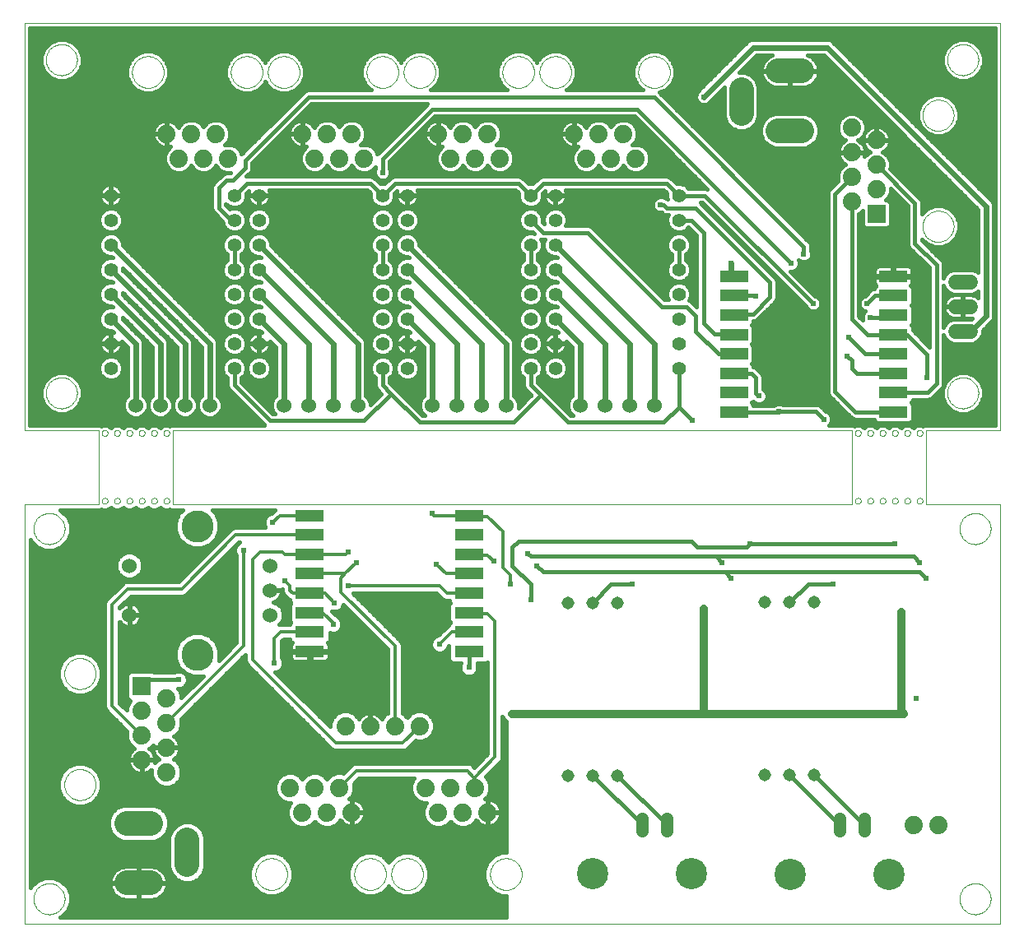
<source format=gbl>
G75*
G70*
%OFA0B0*%
%FSLAX24Y24*%
%IPPOS*%
%LPD*%
%AMOC8*
5,1,8,0,0,1.08239X$1,22.5*
%
%ADD10C,0.0000*%
%ADD11R,0.1181X0.0472*%
%ADD12C,0.0600*%
%ADD13C,0.0554*%
%ADD14C,0.0740*%
%ADD15C,0.0600*%
%ADD16R,0.0740X0.0740*%
%ADD17C,0.0984*%
%ADD18C,0.0515*%
%ADD19C,0.1266*%
%ADD20C,0.0515*%
%ADD21C,0.1300*%
%ADD22C,0.0160*%
%ADD23C,0.0240*%
%ADD24C,0.0240*%
%ADD25C,0.0120*%
%ADD26C,0.0320*%
D10*
X002142Y009407D02*
X002142Y026407D01*
X005142Y026407D01*
X005142Y029407D01*
X002142Y029407D01*
X002142Y045907D01*
X041642Y045907D01*
X041642Y029407D01*
X038642Y029407D01*
X038642Y026407D01*
X041642Y026407D01*
X041642Y009407D01*
X002142Y009407D01*
X002512Y010407D02*
X002514Y010457D01*
X002520Y010507D01*
X002530Y010556D01*
X002544Y010604D01*
X002561Y010651D01*
X002582Y010696D01*
X002607Y010740D01*
X002635Y010781D01*
X002667Y010820D01*
X002701Y010857D01*
X002738Y010891D01*
X002778Y010921D01*
X002820Y010948D01*
X002864Y010972D01*
X002910Y010993D01*
X002957Y011009D01*
X003005Y011022D01*
X003055Y011031D01*
X003104Y011036D01*
X003155Y011037D01*
X003205Y011034D01*
X003254Y011027D01*
X003303Y011016D01*
X003351Y011001D01*
X003397Y010983D01*
X003442Y010961D01*
X003485Y010935D01*
X003526Y010906D01*
X003565Y010874D01*
X003601Y010839D01*
X003633Y010801D01*
X003663Y010761D01*
X003690Y010718D01*
X003713Y010674D01*
X003732Y010628D01*
X003748Y010580D01*
X003760Y010531D01*
X003768Y010482D01*
X003772Y010432D01*
X003772Y010382D01*
X003768Y010332D01*
X003760Y010283D01*
X003748Y010234D01*
X003732Y010186D01*
X003713Y010140D01*
X003690Y010096D01*
X003663Y010053D01*
X003633Y010013D01*
X003601Y009975D01*
X003565Y009940D01*
X003526Y009908D01*
X003485Y009879D01*
X003442Y009853D01*
X003397Y009831D01*
X003351Y009813D01*
X003303Y009798D01*
X003254Y009787D01*
X003205Y009780D01*
X003155Y009777D01*
X003104Y009778D01*
X003055Y009783D01*
X003005Y009792D01*
X002957Y009805D01*
X002910Y009821D01*
X002864Y009842D01*
X002820Y009866D01*
X002778Y009893D01*
X002738Y009923D01*
X002701Y009957D01*
X002667Y009994D01*
X002635Y010033D01*
X002607Y010074D01*
X002582Y010118D01*
X002561Y010163D01*
X002544Y010210D01*
X002530Y010258D01*
X002520Y010307D01*
X002514Y010357D01*
X002512Y010407D01*
X003762Y015032D02*
X003764Y015082D01*
X003770Y015132D01*
X003780Y015181D01*
X003794Y015229D01*
X003811Y015276D01*
X003832Y015321D01*
X003857Y015365D01*
X003885Y015406D01*
X003917Y015445D01*
X003951Y015482D01*
X003988Y015516D01*
X004028Y015546D01*
X004070Y015573D01*
X004114Y015597D01*
X004160Y015618D01*
X004207Y015634D01*
X004255Y015647D01*
X004305Y015656D01*
X004354Y015661D01*
X004405Y015662D01*
X004455Y015659D01*
X004504Y015652D01*
X004553Y015641D01*
X004601Y015626D01*
X004647Y015608D01*
X004692Y015586D01*
X004735Y015560D01*
X004776Y015531D01*
X004815Y015499D01*
X004851Y015464D01*
X004883Y015426D01*
X004913Y015386D01*
X004940Y015343D01*
X004963Y015299D01*
X004982Y015253D01*
X004998Y015205D01*
X005010Y015156D01*
X005018Y015107D01*
X005022Y015057D01*
X005022Y015007D01*
X005018Y014957D01*
X005010Y014908D01*
X004998Y014859D01*
X004982Y014811D01*
X004963Y014765D01*
X004940Y014721D01*
X004913Y014678D01*
X004883Y014638D01*
X004851Y014600D01*
X004815Y014565D01*
X004776Y014533D01*
X004735Y014504D01*
X004692Y014478D01*
X004647Y014456D01*
X004601Y014438D01*
X004553Y014423D01*
X004504Y014412D01*
X004455Y014405D01*
X004405Y014402D01*
X004354Y014403D01*
X004305Y014408D01*
X004255Y014417D01*
X004207Y014430D01*
X004160Y014446D01*
X004114Y014467D01*
X004070Y014491D01*
X004028Y014518D01*
X003988Y014548D01*
X003951Y014582D01*
X003917Y014619D01*
X003885Y014658D01*
X003857Y014699D01*
X003832Y014743D01*
X003811Y014788D01*
X003794Y014835D01*
X003780Y014883D01*
X003770Y014932D01*
X003764Y014982D01*
X003762Y015032D01*
X003762Y019532D02*
X003764Y019582D01*
X003770Y019632D01*
X003780Y019681D01*
X003794Y019729D01*
X003811Y019776D01*
X003832Y019821D01*
X003857Y019865D01*
X003885Y019906D01*
X003917Y019945D01*
X003951Y019982D01*
X003988Y020016D01*
X004028Y020046D01*
X004070Y020073D01*
X004114Y020097D01*
X004160Y020118D01*
X004207Y020134D01*
X004255Y020147D01*
X004305Y020156D01*
X004354Y020161D01*
X004405Y020162D01*
X004455Y020159D01*
X004504Y020152D01*
X004553Y020141D01*
X004601Y020126D01*
X004647Y020108D01*
X004692Y020086D01*
X004735Y020060D01*
X004776Y020031D01*
X004815Y019999D01*
X004851Y019964D01*
X004883Y019926D01*
X004913Y019886D01*
X004940Y019843D01*
X004963Y019799D01*
X004982Y019753D01*
X004998Y019705D01*
X005010Y019656D01*
X005018Y019607D01*
X005022Y019557D01*
X005022Y019507D01*
X005018Y019457D01*
X005010Y019408D01*
X004998Y019359D01*
X004982Y019311D01*
X004963Y019265D01*
X004940Y019221D01*
X004913Y019178D01*
X004883Y019138D01*
X004851Y019100D01*
X004815Y019065D01*
X004776Y019033D01*
X004735Y019004D01*
X004692Y018978D01*
X004647Y018956D01*
X004601Y018938D01*
X004553Y018923D01*
X004504Y018912D01*
X004455Y018905D01*
X004405Y018902D01*
X004354Y018903D01*
X004305Y018908D01*
X004255Y018917D01*
X004207Y018930D01*
X004160Y018946D01*
X004114Y018967D01*
X004070Y018991D01*
X004028Y019018D01*
X003988Y019048D01*
X003951Y019082D01*
X003917Y019119D01*
X003885Y019158D01*
X003857Y019199D01*
X003832Y019243D01*
X003811Y019288D01*
X003794Y019335D01*
X003780Y019383D01*
X003770Y019432D01*
X003764Y019482D01*
X003762Y019532D01*
X002512Y025407D02*
X002514Y025457D01*
X002520Y025507D01*
X002530Y025556D01*
X002544Y025604D01*
X002561Y025651D01*
X002582Y025696D01*
X002607Y025740D01*
X002635Y025781D01*
X002667Y025820D01*
X002701Y025857D01*
X002738Y025891D01*
X002778Y025921D01*
X002820Y025948D01*
X002864Y025972D01*
X002910Y025993D01*
X002957Y026009D01*
X003005Y026022D01*
X003055Y026031D01*
X003104Y026036D01*
X003155Y026037D01*
X003205Y026034D01*
X003254Y026027D01*
X003303Y026016D01*
X003351Y026001D01*
X003397Y025983D01*
X003442Y025961D01*
X003485Y025935D01*
X003526Y025906D01*
X003565Y025874D01*
X003601Y025839D01*
X003633Y025801D01*
X003663Y025761D01*
X003690Y025718D01*
X003713Y025674D01*
X003732Y025628D01*
X003748Y025580D01*
X003760Y025531D01*
X003768Y025482D01*
X003772Y025432D01*
X003772Y025382D01*
X003768Y025332D01*
X003760Y025283D01*
X003748Y025234D01*
X003732Y025186D01*
X003713Y025140D01*
X003690Y025096D01*
X003663Y025053D01*
X003633Y025013D01*
X003601Y024975D01*
X003565Y024940D01*
X003526Y024908D01*
X003485Y024879D01*
X003442Y024853D01*
X003397Y024831D01*
X003351Y024813D01*
X003303Y024798D01*
X003254Y024787D01*
X003205Y024780D01*
X003155Y024777D01*
X003104Y024778D01*
X003055Y024783D01*
X003005Y024792D01*
X002957Y024805D01*
X002910Y024821D01*
X002864Y024842D01*
X002820Y024866D01*
X002778Y024893D01*
X002738Y024923D01*
X002701Y024957D01*
X002667Y024994D01*
X002635Y025033D01*
X002607Y025074D01*
X002582Y025118D01*
X002561Y025163D01*
X002544Y025210D01*
X002530Y025258D01*
X002520Y025307D01*
X002514Y025357D01*
X002512Y025407D01*
X005274Y026532D02*
X005276Y026553D01*
X005282Y026573D01*
X005291Y026593D01*
X005303Y026610D01*
X005318Y026624D01*
X005336Y026636D01*
X005356Y026644D01*
X005376Y026649D01*
X005397Y026650D01*
X005418Y026647D01*
X005438Y026641D01*
X005457Y026630D01*
X005474Y026617D01*
X005487Y026601D01*
X005498Y026583D01*
X005506Y026563D01*
X005510Y026543D01*
X005510Y026521D01*
X005506Y026501D01*
X005498Y026481D01*
X005487Y026463D01*
X005474Y026447D01*
X005457Y026434D01*
X005438Y026423D01*
X005418Y026417D01*
X005397Y026414D01*
X005376Y026415D01*
X005356Y026420D01*
X005336Y026428D01*
X005318Y026440D01*
X005303Y026454D01*
X005291Y026471D01*
X005282Y026491D01*
X005276Y026511D01*
X005274Y026532D01*
X005774Y026532D02*
X005776Y026553D01*
X005782Y026573D01*
X005791Y026593D01*
X005803Y026610D01*
X005818Y026624D01*
X005836Y026636D01*
X005856Y026644D01*
X005876Y026649D01*
X005897Y026650D01*
X005918Y026647D01*
X005938Y026641D01*
X005957Y026630D01*
X005974Y026617D01*
X005987Y026601D01*
X005998Y026583D01*
X006006Y026563D01*
X006010Y026543D01*
X006010Y026521D01*
X006006Y026501D01*
X005998Y026481D01*
X005987Y026463D01*
X005974Y026447D01*
X005957Y026434D01*
X005938Y026423D01*
X005918Y026417D01*
X005897Y026414D01*
X005876Y026415D01*
X005856Y026420D01*
X005836Y026428D01*
X005818Y026440D01*
X005803Y026454D01*
X005791Y026471D01*
X005782Y026491D01*
X005776Y026511D01*
X005774Y026532D01*
X006274Y026532D02*
X006276Y026553D01*
X006282Y026573D01*
X006291Y026593D01*
X006303Y026610D01*
X006318Y026624D01*
X006336Y026636D01*
X006356Y026644D01*
X006376Y026649D01*
X006397Y026650D01*
X006418Y026647D01*
X006438Y026641D01*
X006457Y026630D01*
X006474Y026617D01*
X006487Y026601D01*
X006498Y026583D01*
X006506Y026563D01*
X006510Y026543D01*
X006510Y026521D01*
X006506Y026501D01*
X006498Y026481D01*
X006487Y026463D01*
X006474Y026447D01*
X006457Y026434D01*
X006438Y026423D01*
X006418Y026417D01*
X006397Y026414D01*
X006376Y026415D01*
X006356Y026420D01*
X006336Y026428D01*
X006318Y026440D01*
X006303Y026454D01*
X006291Y026471D01*
X006282Y026491D01*
X006276Y026511D01*
X006274Y026532D01*
X006774Y026532D02*
X006776Y026553D01*
X006782Y026573D01*
X006791Y026593D01*
X006803Y026610D01*
X006818Y026624D01*
X006836Y026636D01*
X006856Y026644D01*
X006876Y026649D01*
X006897Y026650D01*
X006918Y026647D01*
X006938Y026641D01*
X006957Y026630D01*
X006974Y026617D01*
X006987Y026601D01*
X006998Y026583D01*
X007006Y026563D01*
X007010Y026543D01*
X007010Y026521D01*
X007006Y026501D01*
X006998Y026481D01*
X006987Y026463D01*
X006974Y026447D01*
X006957Y026434D01*
X006938Y026423D01*
X006918Y026417D01*
X006897Y026414D01*
X006876Y026415D01*
X006856Y026420D01*
X006836Y026428D01*
X006818Y026440D01*
X006803Y026454D01*
X006791Y026471D01*
X006782Y026491D01*
X006776Y026511D01*
X006774Y026532D01*
X007274Y026532D02*
X007276Y026553D01*
X007282Y026573D01*
X007291Y026593D01*
X007303Y026610D01*
X007318Y026624D01*
X007336Y026636D01*
X007356Y026644D01*
X007376Y026649D01*
X007397Y026650D01*
X007418Y026647D01*
X007438Y026641D01*
X007457Y026630D01*
X007474Y026617D01*
X007487Y026601D01*
X007498Y026583D01*
X007506Y026563D01*
X007510Y026543D01*
X007510Y026521D01*
X007506Y026501D01*
X007498Y026481D01*
X007487Y026463D01*
X007474Y026447D01*
X007457Y026434D01*
X007438Y026423D01*
X007418Y026417D01*
X007397Y026414D01*
X007376Y026415D01*
X007356Y026420D01*
X007336Y026428D01*
X007318Y026440D01*
X007303Y026454D01*
X007291Y026471D01*
X007282Y026491D01*
X007276Y026511D01*
X007274Y026532D01*
X007774Y026532D02*
X007776Y026553D01*
X007782Y026573D01*
X007791Y026593D01*
X007803Y026610D01*
X007818Y026624D01*
X007836Y026636D01*
X007856Y026644D01*
X007876Y026649D01*
X007897Y026650D01*
X007918Y026647D01*
X007938Y026641D01*
X007957Y026630D01*
X007974Y026617D01*
X007987Y026601D01*
X007998Y026583D01*
X008006Y026563D01*
X008010Y026543D01*
X008010Y026521D01*
X008006Y026501D01*
X007998Y026481D01*
X007987Y026463D01*
X007974Y026447D01*
X007957Y026434D01*
X007938Y026423D01*
X007918Y026417D01*
X007897Y026414D01*
X007876Y026415D01*
X007856Y026420D01*
X007836Y026428D01*
X007818Y026440D01*
X007803Y026454D01*
X007791Y026471D01*
X007782Y026491D01*
X007776Y026511D01*
X007774Y026532D01*
X008142Y026407D02*
X008142Y029407D01*
X035642Y029407D01*
X035642Y026407D01*
X008142Y026407D01*
X007774Y029282D02*
X007776Y029303D01*
X007782Y029323D01*
X007791Y029343D01*
X007803Y029360D01*
X007818Y029374D01*
X007836Y029386D01*
X007856Y029394D01*
X007876Y029399D01*
X007897Y029400D01*
X007918Y029397D01*
X007938Y029391D01*
X007957Y029380D01*
X007974Y029367D01*
X007987Y029351D01*
X007998Y029333D01*
X008006Y029313D01*
X008010Y029293D01*
X008010Y029271D01*
X008006Y029251D01*
X007998Y029231D01*
X007987Y029213D01*
X007974Y029197D01*
X007957Y029184D01*
X007938Y029173D01*
X007918Y029167D01*
X007897Y029164D01*
X007876Y029165D01*
X007856Y029170D01*
X007836Y029178D01*
X007818Y029190D01*
X007803Y029204D01*
X007791Y029221D01*
X007782Y029241D01*
X007776Y029261D01*
X007774Y029282D01*
X007274Y029282D02*
X007276Y029303D01*
X007282Y029323D01*
X007291Y029343D01*
X007303Y029360D01*
X007318Y029374D01*
X007336Y029386D01*
X007356Y029394D01*
X007376Y029399D01*
X007397Y029400D01*
X007418Y029397D01*
X007438Y029391D01*
X007457Y029380D01*
X007474Y029367D01*
X007487Y029351D01*
X007498Y029333D01*
X007506Y029313D01*
X007510Y029293D01*
X007510Y029271D01*
X007506Y029251D01*
X007498Y029231D01*
X007487Y029213D01*
X007474Y029197D01*
X007457Y029184D01*
X007438Y029173D01*
X007418Y029167D01*
X007397Y029164D01*
X007376Y029165D01*
X007356Y029170D01*
X007336Y029178D01*
X007318Y029190D01*
X007303Y029204D01*
X007291Y029221D01*
X007282Y029241D01*
X007276Y029261D01*
X007274Y029282D01*
X006774Y029282D02*
X006776Y029303D01*
X006782Y029323D01*
X006791Y029343D01*
X006803Y029360D01*
X006818Y029374D01*
X006836Y029386D01*
X006856Y029394D01*
X006876Y029399D01*
X006897Y029400D01*
X006918Y029397D01*
X006938Y029391D01*
X006957Y029380D01*
X006974Y029367D01*
X006987Y029351D01*
X006998Y029333D01*
X007006Y029313D01*
X007010Y029293D01*
X007010Y029271D01*
X007006Y029251D01*
X006998Y029231D01*
X006987Y029213D01*
X006974Y029197D01*
X006957Y029184D01*
X006938Y029173D01*
X006918Y029167D01*
X006897Y029164D01*
X006876Y029165D01*
X006856Y029170D01*
X006836Y029178D01*
X006818Y029190D01*
X006803Y029204D01*
X006791Y029221D01*
X006782Y029241D01*
X006776Y029261D01*
X006774Y029282D01*
X006274Y029282D02*
X006276Y029303D01*
X006282Y029323D01*
X006291Y029343D01*
X006303Y029360D01*
X006318Y029374D01*
X006336Y029386D01*
X006356Y029394D01*
X006376Y029399D01*
X006397Y029400D01*
X006418Y029397D01*
X006438Y029391D01*
X006457Y029380D01*
X006474Y029367D01*
X006487Y029351D01*
X006498Y029333D01*
X006506Y029313D01*
X006510Y029293D01*
X006510Y029271D01*
X006506Y029251D01*
X006498Y029231D01*
X006487Y029213D01*
X006474Y029197D01*
X006457Y029184D01*
X006438Y029173D01*
X006418Y029167D01*
X006397Y029164D01*
X006376Y029165D01*
X006356Y029170D01*
X006336Y029178D01*
X006318Y029190D01*
X006303Y029204D01*
X006291Y029221D01*
X006282Y029241D01*
X006276Y029261D01*
X006274Y029282D01*
X005774Y029282D02*
X005776Y029303D01*
X005782Y029323D01*
X005791Y029343D01*
X005803Y029360D01*
X005818Y029374D01*
X005836Y029386D01*
X005856Y029394D01*
X005876Y029399D01*
X005897Y029400D01*
X005918Y029397D01*
X005938Y029391D01*
X005957Y029380D01*
X005974Y029367D01*
X005987Y029351D01*
X005998Y029333D01*
X006006Y029313D01*
X006010Y029293D01*
X006010Y029271D01*
X006006Y029251D01*
X005998Y029231D01*
X005987Y029213D01*
X005974Y029197D01*
X005957Y029184D01*
X005938Y029173D01*
X005918Y029167D01*
X005897Y029164D01*
X005876Y029165D01*
X005856Y029170D01*
X005836Y029178D01*
X005818Y029190D01*
X005803Y029204D01*
X005791Y029221D01*
X005782Y029241D01*
X005776Y029261D01*
X005774Y029282D01*
X005274Y029282D02*
X005276Y029303D01*
X005282Y029323D01*
X005291Y029343D01*
X005303Y029360D01*
X005318Y029374D01*
X005336Y029386D01*
X005356Y029394D01*
X005376Y029399D01*
X005397Y029400D01*
X005418Y029397D01*
X005438Y029391D01*
X005457Y029380D01*
X005474Y029367D01*
X005487Y029351D01*
X005498Y029333D01*
X005506Y029313D01*
X005510Y029293D01*
X005510Y029271D01*
X005506Y029251D01*
X005498Y029231D01*
X005487Y029213D01*
X005474Y029197D01*
X005457Y029184D01*
X005438Y029173D01*
X005418Y029167D01*
X005397Y029164D01*
X005376Y029165D01*
X005356Y029170D01*
X005336Y029178D01*
X005318Y029190D01*
X005303Y029204D01*
X005291Y029221D01*
X005282Y029241D01*
X005276Y029261D01*
X005274Y029282D01*
X003012Y030907D02*
X003014Y030957D01*
X003020Y031007D01*
X003030Y031056D01*
X003044Y031104D01*
X003061Y031151D01*
X003082Y031196D01*
X003107Y031240D01*
X003135Y031281D01*
X003167Y031320D01*
X003201Y031357D01*
X003238Y031391D01*
X003278Y031421D01*
X003320Y031448D01*
X003364Y031472D01*
X003410Y031493D01*
X003457Y031509D01*
X003505Y031522D01*
X003555Y031531D01*
X003604Y031536D01*
X003655Y031537D01*
X003705Y031534D01*
X003754Y031527D01*
X003803Y031516D01*
X003851Y031501D01*
X003897Y031483D01*
X003942Y031461D01*
X003985Y031435D01*
X004026Y031406D01*
X004065Y031374D01*
X004101Y031339D01*
X004133Y031301D01*
X004163Y031261D01*
X004190Y031218D01*
X004213Y031174D01*
X004232Y031128D01*
X004248Y031080D01*
X004260Y031031D01*
X004268Y030982D01*
X004272Y030932D01*
X004272Y030882D01*
X004268Y030832D01*
X004260Y030783D01*
X004248Y030734D01*
X004232Y030686D01*
X004213Y030640D01*
X004190Y030596D01*
X004163Y030553D01*
X004133Y030513D01*
X004101Y030475D01*
X004065Y030440D01*
X004026Y030408D01*
X003985Y030379D01*
X003942Y030353D01*
X003897Y030331D01*
X003851Y030313D01*
X003803Y030298D01*
X003754Y030287D01*
X003705Y030280D01*
X003655Y030277D01*
X003604Y030278D01*
X003555Y030283D01*
X003505Y030292D01*
X003457Y030305D01*
X003410Y030321D01*
X003364Y030342D01*
X003320Y030366D01*
X003278Y030393D01*
X003238Y030423D01*
X003201Y030457D01*
X003167Y030494D01*
X003135Y030533D01*
X003107Y030574D01*
X003082Y030618D01*
X003061Y030663D01*
X003044Y030710D01*
X003030Y030758D01*
X003020Y030807D01*
X003014Y030857D01*
X003012Y030907D01*
X006502Y043907D02*
X006504Y043957D01*
X006510Y044007D01*
X006520Y044056D01*
X006533Y044105D01*
X006551Y044152D01*
X006572Y044198D01*
X006596Y044241D01*
X006624Y044283D01*
X006655Y044323D01*
X006689Y044360D01*
X006726Y044394D01*
X006766Y044425D01*
X006808Y044453D01*
X006851Y044477D01*
X006897Y044498D01*
X006944Y044516D01*
X006993Y044529D01*
X007042Y044539D01*
X007092Y044545D01*
X007142Y044547D01*
X007192Y044545D01*
X007242Y044539D01*
X007291Y044529D01*
X007340Y044516D01*
X007387Y044498D01*
X007433Y044477D01*
X007476Y044453D01*
X007518Y044425D01*
X007558Y044394D01*
X007595Y044360D01*
X007629Y044323D01*
X007660Y044283D01*
X007688Y044241D01*
X007712Y044198D01*
X007733Y044152D01*
X007751Y044105D01*
X007764Y044056D01*
X007774Y044007D01*
X007780Y043957D01*
X007782Y043907D01*
X007780Y043857D01*
X007774Y043807D01*
X007764Y043758D01*
X007751Y043709D01*
X007733Y043662D01*
X007712Y043616D01*
X007688Y043573D01*
X007660Y043531D01*
X007629Y043491D01*
X007595Y043454D01*
X007558Y043420D01*
X007518Y043389D01*
X007476Y043361D01*
X007433Y043337D01*
X007387Y043316D01*
X007340Y043298D01*
X007291Y043285D01*
X007242Y043275D01*
X007192Y043269D01*
X007142Y043267D01*
X007092Y043269D01*
X007042Y043275D01*
X006993Y043285D01*
X006944Y043298D01*
X006897Y043316D01*
X006851Y043337D01*
X006808Y043361D01*
X006766Y043389D01*
X006726Y043420D01*
X006689Y043454D01*
X006655Y043491D01*
X006624Y043531D01*
X006596Y043573D01*
X006572Y043616D01*
X006551Y043662D01*
X006533Y043709D01*
X006520Y043758D01*
X006510Y043807D01*
X006504Y043857D01*
X006502Y043907D01*
X003012Y044407D02*
X003014Y044457D01*
X003020Y044507D01*
X003030Y044556D01*
X003044Y044604D01*
X003061Y044651D01*
X003082Y044696D01*
X003107Y044740D01*
X003135Y044781D01*
X003167Y044820D01*
X003201Y044857D01*
X003238Y044891D01*
X003278Y044921D01*
X003320Y044948D01*
X003364Y044972D01*
X003410Y044993D01*
X003457Y045009D01*
X003505Y045022D01*
X003555Y045031D01*
X003604Y045036D01*
X003655Y045037D01*
X003705Y045034D01*
X003754Y045027D01*
X003803Y045016D01*
X003851Y045001D01*
X003897Y044983D01*
X003942Y044961D01*
X003985Y044935D01*
X004026Y044906D01*
X004065Y044874D01*
X004101Y044839D01*
X004133Y044801D01*
X004163Y044761D01*
X004190Y044718D01*
X004213Y044674D01*
X004232Y044628D01*
X004248Y044580D01*
X004260Y044531D01*
X004268Y044482D01*
X004272Y044432D01*
X004272Y044382D01*
X004268Y044332D01*
X004260Y044283D01*
X004248Y044234D01*
X004232Y044186D01*
X004213Y044140D01*
X004190Y044096D01*
X004163Y044053D01*
X004133Y044013D01*
X004101Y043975D01*
X004065Y043940D01*
X004026Y043908D01*
X003985Y043879D01*
X003942Y043853D01*
X003897Y043831D01*
X003851Y043813D01*
X003803Y043798D01*
X003754Y043787D01*
X003705Y043780D01*
X003655Y043777D01*
X003604Y043778D01*
X003555Y043783D01*
X003505Y043792D01*
X003457Y043805D01*
X003410Y043821D01*
X003364Y043842D01*
X003320Y043866D01*
X003278Y043893D01*
X003238Y043923D01*
X003201Y043957D01*
X003167Y043994D01*
X003135Y044033D01*
X003107Y044074D01*
X003082Y044118D01*
X003061Y044163D01*
X003044Y044210D01*
X003030Y044258D01*
X003020Y044307D01*
X003014Y044357D01*
X003012Y044407D01*
X010502Y043907D02*
X010504Y043957D01*
X010510Y044007D01*
X010520Y044056D01*
X010533Y044105D01*
X010551Y044152D01*
X010572Y044198D01*
X010596Y044241D01*
X010624Y044283D01*
X010655Y044323D01*
X010689Y044360D01*
X010726Y044394D01*
X010766Y044425D01*
X010808Y044453D01*
X010851Y044477D01*
X010897Y044498D01*
X010944Y044516D01*
X010993Y044529D01*
X011042Y044539D01*
X011092Y044545D01*
X011142Y044547D01*
X011192Y044545D01*
X011242Y044539D01*
X011291Y044529D01*
X011340Y044516D01*
X011387Y044498D01*
X011433Y044477D01*
X011476Y044453D01*
X011518Y044425D01*
X011558Y044394D01*
X011595Y044360D01*
X011629Y044323D01*
X011660Y044283D01*
X011688Y044241D01*
X011712Y044198D01*
X011733Y044152D01*
X011751Y044105D01*
X011764Y044056D01*
X011774Y044007D01*
X011780Y043957D01*
X011782Y043907D01*
X011780Y043857D01*
X011774Y043807D01*
X011764Y043758D01*
X011751Y043709D01*
X011733Y043662D01*
X011712Y043616D01*
X011688Y043573D01*
X011660Y043531D01*
X011629Y043491D01*
X011595Y043454D01*
X011558Y043420D01*
X011518Y043389D01*
X011476Y043361D01*
X011433Y043337D01*
X011387Y043316D01*
X011340Y043298D01*
X011291Y043285D01*
X011242Y043275D01*
X011192Y043269D01*
X011142Y043267D01*
X011092Y043269D01*
X011042Y043275D01*
X010993Y043285D01*
X010944Y043298D01*
X010897Y043316D01*
X010851Y043337D01*
X010808Y043361D01*
X010766Y043389D01*
X010726Y043420D01*
X010689Y043454D01*
X010655Y043491D01*
X010624Y043531D01*
X010596Y043573D01*
X010572Y043616D01*
X010551Y043662D01*
X010533Y043709D01*
X010520Y043758D01*
X010510Y043807D01*
X010504Y043857D01*
X010502Y043907D01*
X012002Y043907D02*
X012004Y043957D01*
X012010Y044007D01*
X012020Y044056D01*
X012033Y044105D01*
X012051Y044152D01*
X012072Y044198D01*
X012096Y044241D01*
X012124Y044283D01*
X012155Y044323D01*
X012189Y044360D01*
X012226Y044394D01*
X012266Y044425D01*
X012308Y044453D01*
X012351Y044477D01*
X012397Y044498D01*
X012444Y044516D01*
X012493Y044529D01*
X012542Y044539D01*
X012592Y044545D01*
X012642Y044547D01*
X012692Y044545D01*
X012742Y044539D01*
X012791Y044529D01*
X012840Y044516D01*
X012887Y044498D01*
X012933Y044477D01*
X012976Y044453D01*
X013018Y044425D01*
X013058Y044394D01*
X013095Y044360D01*
X013129Y044323D01*
X013160Y044283D01*
X013188Y044241D01*
X013212Y044198D01*
X013233Y044152D01*
X013251Y044105D01*
X013264Y044056D01*
X013274Y044007D01*
X013280Y043957D01*
X013282Y043907D01*
X013280Y043857D01*
X013274Y043807D01*
X013264Y043758D01*
X013251Y043709D01*
X013233Y043662D01*
X013212Y043616D01*
X013188Y043573D01*
X013160Y043531D01*
X013129Y043491D01*
X013095Y043454D01*
X013058Y043420D01*
X013018Y043389D01*
X012976Y043361D01*
X012933Y043337D01*
X012887Y043316D01*
X012840Y043298D01*
X012791Y043285D01*
X012742Y043275D01*
X012692Y043269D01*
X012642Y043267D01*
X012592Y043269D01*
X012542Y043275D01*
X012493Y043285D01*
X012444Y043298D01*
X012397Y043316D01*
X012351Y043337D01*
X012308Y043361D01*
X012266Y043389D01*
X012226Y043420D01*
X012189Y043454D01*
X012155Y043491D01*
X012124Y043531D01*
X012096Y043573D01*
X012072Y043616D01*
X012051Y043662D01*
X012033Y043709D01*
X012020Y043758D01*
X012010Y043807D01*
X012004Y043857D01*
X012002Y043907D01*
X016002Y043907D02*
X016004Y043957D01*
X016010Y044007D01*
X016020Y044056D01*
X016033Y044105D01*
X016051Y044152D01*
X016072Y044198D01*
X016096Y044241D01*
X016124Y044283D01*
X016155Y044323D01*
X016189Y044360D01*
X016226Y044394D01*
X016266Y044425D01*
X016308Y044453D01*
X016351Y044477D01*
X016397Y044498D01*
X016444Y044516D01*
X016493Y044529D01*
X016542Y044539D01*
X016592Y044545D01*
X016642Y044547D01*
X016692Y044545D01*
X016742Y044539D01*
X016791Y044529D01*
X016840Y044516D01*
X016887Y044498D01*
X016933Y044477D01*
X016976Y044453D01*
X017018Y044425D01*
X017058Y044394D01*
X017095Y044360D01*
X017129Y044323D01*
X017160Y044283D01*
X017188Y044241D01*
X017212Y044198D01*
X017233Y044152D01*
X017251Y044105D01*
X017264Y044056D01*
X017274Y044007D01*
X017280Y043957D01*
X017282Y043907D01*
X017280Y043857D01*
X017274Y043807D01*
X017264Y043758D01*
X017251Y043709D01*
X017233Y043662D01*
X017212Y043616D01*
X017188Y043573D01*
X017160Y043531D01*
X017129Y043491D01*
X017095Y043454D01*
X017058Y043420D01*
X017018Y043389D01*
X016976Y043361D01*
X016933Y043337D01*
X016887Y043316D01*
X016840Y043298D01*
X016791Y043285D01*
X016742Y043275D01*
X016692Y043269D01*
X016642Y043267D01*
X016592Y043269D01*
X016542Y043275D01*
X016493Y043285D01*
X016444Y043298D01*
X016397Y043316D01*
X016351Y043337D01*
X016308Y043361D01*
X016266Y043389D01*
X016226Y043420D01*
X016189Y043454D01*
X016155Y043491D01*
X016124Y043531D01*
X016096Y043573D01*
X016072Y043616D01*
X016051Y043662D01*
X016033Y043709D01*
X016020Y043758D01*
X016010Y043807D01*
X016004Y043857D01*
X016002Y043907D01*
X017502Y043907D02*
X017504Y043957D01*
X017510Y044007D01*
X017520Y044056D01*
X017533Y044105D01*
X017551Y044152D01*
X017572Y044198D01*
X017596Y044241D01*
X017624Y044283D01*
X017655Y044323D01*
X017689Y044360D01*
X017726Y044394D01*
X017766Y044425D01*
X017808Y044453D01*
X017851Y044477D01*
X017897Y044498D01*
X017944Y044516D01*
X017993Y044529D01*
X018042Y044539D01*
X018092Y044545D01*
X018142Y044547D01*
X018192Y044545D01*
X018242Y044539D01*
X018291Y044529D01*
X018340Y044516D01*
X018387Y044498D01*
X018433Y044477D01*
X018476Y044453D01*
X018518Y044425D01*
X018558Y044394D01*
X018595Y044360D01*
X018629Y044323D01*
X018660Y044283D01*
X018688Y044241D01*
X018712Y044198D01*
X018733Y044152D01*
X018751Y044105D01*
X018764Y044056D01*
X018774Y044007D01*
X018780Y043957D01*
X018782Y043907D01*
X018780Y043857D01*
X018774Y043807D01*
X018764Y043758D01*
X018751Y043709D01*
X018733Y043662D01*
X018712Y043616D01*
X018688Y043573D01*
X018660Y043531D01*
X018629Y043491D01*
X018595Y043454D01*
X018558Y043420D01*
X018518Y043389D01*
X018476Y043361D01*
X018433Y043337D01*
X018387Y043316D01*
X018340Y043298D01*
X018291Y043285D01*
X018242Y043275D01*
X018192Y043269D01*
X018142Y043267D01*
X018092Y043269D01*
X018042Y043275D01*
X017993Y043285D01*
X017944Y043298D01*
X017897Y043316D01*
X017851Y043337D01*
X017808Y043361D01*
X017766Y043389D01*
X017726Y043420D01*
X017689Y043454D01*
X017655Y043491D01*
X017624Y043531D01*
X017596Y043573D01*
X017572Y043616D01*
X017551Y043662D01*
X017533Y043709D01*
X017520Y043758D01*
X017510Y043807D01*
X017504Y043857D01*
X017502Y043907D01*
X021502Y043907D02*
X021504Y043957D01*
X021510Y044007D01*
X021520Y044056D01*
X021533Y044105D01*
X021551Y044152D01*
X021572Y044198D01*
X021596Y044241D01*
X021624Y044283D01*
X021655Y044323D01*
X021689Y044360D01*
X021726Y044394D01*
X021766Y044425D01*
X021808Y044453D01*
X021851Y044477D01*
X021897Y044498D01*
X021944Y044516D01*
X021993Y044529D01*
X022042Y044539D01*
X022092Y044545D01*
X022142Y044547D01*
X022192Y044545D01*
X022242Y044539D01*
X022291Y044529D01*
X022340Y044516D01*
X022387Y044498D01*
X022433Y044477D01*
X022476Y044453D01*
X022518Y044425D01*
X022558Y044394D01*
X022595Y044360D01*
X022629Y044323D01*
X022660Y044283D01*
X022688Y044241D01*
X022712Y044198D01*
X022733Y044152D01*
X022751Y044105D01*
X022764Y044056D01*
X022774Y044007D01*
X022780Y043957D01*
X022782Y043907D01*
X022780Y043857D01*
X022774Y043807D01*
X022764Y043758D01*
X022751Y043709D01*
X022733Y043662D01*
X022712Y043616D01*
X022688Y043573D01*
X022660Y043531D01*
X022629Y043491D01*
X022595Y043454D01*
X022558Y043420D01*
X022518Y043389D01*
X022476Y043361D01*
X022433Y043337D01*
X022387Y043316D01*
X022340Y043298D01*
X022291Y043285D01*
X022242Y043275D01*
X022192Y043269D01*
X022142Y043267D01*
X022092Y043269D01*
X022042Y043275D01*
X021993Y043285D01*
X021944Y043298D01*
X021897Y043316D01*
X021851Y043337D01*
X021808Y043361D01*
X021766Y043389D01*
X021726Y043420D01*
X021689Y043454D01*
X021655Y043491D01*
X021624Y043531D01*
X021596Y043573D01*
X021572Y043616D01*
X021551Y043662D01*
X021533Y043709D01*
X021520Y043758D01*
X021510Y043807D01*
X021504Y043857D01*
X021502Y043907D01*
X023002Y043907D02*
X023004Y043957D01*
X023010Y044007D01*
X023020Y044056D01*
X023033Y044105D01*
X023051Y044152D01*
X023072Y044198D01*
X023096Y044241D01*
X023124Y044283D01*
X023155Y044323D01*
X023189Y044360D01*
X023226Y044394D01*
X023266Y044425D01*
X023308Y044453D01*
X023351Y044477D01*
X023397Y044498D01*
X023444Y044516D01*
X023493Y044529D01*
X023542Y044539D01*
X023592Y044545D01*
X023642Y044547D01*
X023692Y044545D01*
X023742Y044539D01*
X023791Y044529D01*
X023840Y044516D01*
X023887Y044498D01*
X023933Y044477D01*
X023976Y044453D01*
X024018Y044425D01*
X024058Y044394D01*
X024095Y044360D01*
X024129Y044323D01*
X024160Y044283D01*
X024188Y044241D01*
X024212Y044198D01*
X024233Y044152D01*
X024251Y044105D01*
X024264Y044056D01*
X024274Y044007D01*
X024280Y043957D01*
X024282Y043907D01*
X024280Y043857D01*
X024274Y043807D01*
X024264Y043758D01*
X024251Y043709D01*
X024233Y043662D01*
X024212Y043616D01*
X024188Y043573D01*
X024160Y043531D01*
X024129Y043491D01*
X024095Y043454D01*
X024058Y043420D01*
X024018Y043389D01*
X023976Y043361D01*
X023933Y043337D01*
X023887Y043316D01*
X023840Y043298D01*
X023791Y043285D01*
X023742Y043275D01*
X023692Y043269D01*
X023642Y043267D01*
X023592Y043269D01*
X023542Y043275D01*
X023493Y043285D01*
X023444Y043298D01*
X023397Y043316D01*
X023351Y043337D01*
X023308Y043361D01*
X023266Y043389D01*
X023226Y043420D01*
X023189Y043454D01*
X023155Y043491D01*
X023124Y043531D01*
X023096Y043573D01*
X023072Y043616D01*
X023051Y043662D01*
X023033Y043709D01*
X023020Y043758D01*
X023010Y043807D01*
X023004Y043857D01*
X023002Y043907D01*
X027002Y043907D02*
X027004Y043957D01*
X027010Y044007D01*
X027020Y044056D01*
X027033Y044105D01*
X027051Y044152D01*
X027072Y044198D01*
X027096Y044241D01*
X027124Y044283D01*
X027155Y044323D01*
X027189Y044360D01*
X027226Y044394D01*
X027266Y044425D01*
X027308Y044453D01*
X027351Y044477D01*
X027397Y044498D01*
X027444Y044516D01*
X027493Y044529D01*
X027542Y044539D01*
X027592Y044545D01*
X027642Y044547D01*
X027692Y044545D01*
X027742Y044539D01*
X027791Y044529D01*
X027840Y044516D01*
X027887Y044498D01*
X027933Y044477D01*
X027976Y044453D01*
X028018Y044425D01*
X028058Y044394D01*
X028095Y044360D01*
X028129Y044323D01*
X028160Y044283D01*
X028188Y044241D01*
X028212Y044198D01*
X028233Y044152D01*
X028251Y044105D01*
X028264Y044056D01*
X028274Y044007D01*
X028280Y043957D01*
X028282Y043907D01*
X028280Y043857D01*
X028274Y043807D01*
X028264Y043758D01*
X028251Y043709D01*
X028233Y043662D01*
X028212Y043616D01*
X028188Y043573D01*
X028160Y043531D01*
X028129Y043491D01*
X028095Y043454D01*
X028058Y043420D01*
X028018Y043389D01*
X027976Y043361D01*
X027933Y043337D01*
X027887Y043316D01*
X027840Y043298D01*
X027791Y043285D01*
X027742Y043275D01*
X027692Y043269D01*
X027642Y043267D01*
X027592Y043269D01*
X027542Y043275D01*
X027493Y043285D01*
X027444Y043298D01*
X027397Y043316D01*
X027351Y043337D01*
X027308Y043361D01*
X027266Y043389D01*
X027226Y043420D01*
X027189Y043454D01*
X027155Y043491D01*
X027124Y043531D01*
X027096Y043573D01*
X027072Y043616D01*
X027051Y043662D01*
X027033Y043709D01*
X027020Y043758D01*
X027010Y043807D01*
X027004Y043857D01*
X027002Y043907D01*
X038512Y042157D02*
X038514Y042207D01*
X038520Y042257D01*
X038530Y042306D01*
X038544Y042354D01*
X038561Y042401D01*
X038582Y042446D01*
X038607Y042490D01*
X038635Y042531D01*
X038667Y042570D01*
X038701Y042607D01*
X038738Y042641D01*
X038778Y042671D01*
X038820Y042698D01*
X038864Y042722D01*
X038910Y042743D01*
X038957Y042759D01*
X039005Y042772D01*
X039055Y042781D01*
X039104Y042786D01*
X039155Y042787D01*
X039205Y042784D01*
X039254Y042777D01*
X039303Y042766D01*
X039351Y042751D01*
X039397Y042733D01*
X039442Y042711D01*
X039485Y042685D01*
X039526Y042656D01*
X039565Y042624D01*
X039601Y042589D01*
X039633Y042551D01*
X039663Y042511D01*
X039690Y042468D01*
X039713Y042424D01*
X039732Y042378D01*
X039748Y042330D01*
X039760Y042281D01*
X039768Y042232D01*
X039772Y042182D01*
X039772Y042132D01*
X039768Y042082D01*
X039760Y042033D01*
X039748Y041984D01*
X039732Y041936D01*
X039713Y041890D01*
X039690Y041846D01*
X039663Y041803D01*
X039633Y041763D01*
X039601Y041725D01*
X039565Y041690D01*
X039526Y041658D01*
X039485Y041629D01*
X039442Y041603D01*
X039397Y041581D01*
X039351Y041563D01*
X039303Y041548D01*
X039254Y041537D01*
X039205Y041530D01*
X039155Y041527D01*
X039104Y041528D01*
X039055Y041533D01*
X039005Y041542D01*
X038957Y041555D01*
X038910Y041571D01*
X038864Y041592D01*
X038820Y041616D01*
X038778Y041643D01*
X038738Y041673D01*
X038701Y041707D01*
X038667Y041744D01*
X038635Y041783D01*
X038607Y041824D01*
X038582Y041868D01*
X038561Y041913D01*
X038544Y041960D01*
X038530Y042008D01*
X038520Y042057D01*
X038514Y042107D01*
X038512Y042157D01*
X039512Y044407D02*
X039514Y044457D01*
X039520Y044507D01*
X039530Y044556D01*
X039544Y044604D01*
X039561Y044651D01*
X039582Y044696D01*
X039607Y044740D01*
X039635Y044781D01*
X039667Y044820D01*
X039701Y044857D01*
X039738Y044891D01*
X039778Y044921D01*
X039820Y044948D01*
X039864Y044972D01*
X039910Y044993D01*
X039957Y045009D01*
X040005Y045022D01*
X040055Y045031D01*
X040104Y045036D01*
X040155Y045037D01*
X040205Y045034D01*
X040254Y045027D01*
X040303Y045016D01*
X040351Y045001D01*
X040397Y044983D01*
X040442Y044961D01*
X040485Y044935D01*
X040526Y044906D01*
X040565Y044874D01*
X040601Y044839D01*
X040633Y044801D01*
X040663Y044761D01*
X040690Y044718D01*
X040713Y044674D01*
X040732Y044628D01*
X040748Y044580D01*
X040760Y044531D01*
X040768Y044482D01*
X040772Y044432D01*
X040772Y044382D01*
X040768Y044332D01*
X040760Y044283D01*
X040748Y044234D01*
X040732Y044186D01*
X040713Y044140D01*
X040690Y044096D01*
X040663Y044053D01*
X040633Y044013D01*
X040601Y043975D01*
X040565Y043940D01*
X040526Y043908D01*
X040485Y043879D01*
X040442Y043853D01*
X040397Y043831D01*
X040351Y043813D01*
X040303Y043798D01*
X040254Y043787D01*
X040205Y043780D01*
X040155Y043777D01*
X040104Y043778D01*
X040055Y043783D01*
X040005Y043792D01*
X039957Y043805D01*
X039910Y043821D01*
X039864Y043842D01*
X039820Y043866D01*
X039778Y043893D01*
X039738Y043923D01*
X039701Y043957D01*
X039667Y043994D01*
X039635Y044033D01*
X039607Y044074D01*
X039582Y044118D01*
X039561Y044163D01*
X039544Y044210D01*
X039530Y044258D01*
X039520Y044307D01*
X039514Y044357D01*
X039512Y044407D01*
X038512Y037657D02*
X038514Y037707D01*
X038520Y037757D01*
X038530Y037806D01*
X038544Y037854D01*
X038561Y037901D01*
X038582Y037946D01*
X038607Y037990D01*
X038635Y038031D01*
X038667Y038070D01*
X038701Y038107D01*
X038738Y038141D01*
X038778Y038171D01*
X038820Y038198D01*
X038864Y038222D01*
X038910Y038243D01*
X038957Y038259D01*
X039005Y038272D01*
X039055Y038281D01*
X039104Y038286D01*
X039155Y038287D01*
X039205Y038284D01*
X039254Y038277D01*
X039303Y038266D01*
X039351Y038251D01*
X039397Y038233D01*
X039442Y038211D01*
X039485Y038185D01*
X039526Y038156D01*
X039565Y038124D01*
X039601Y038089D01*
X039633Y038051D01*
X039663Y038011D01*
X039690Y037968D01*
X039713Y037924D01*
X039732Y037878D01*
X039748Y037830D01*
X039760Y037781D01*
X039768Y037732D01*
X039772Y037682D01*
X039772Y037632D01*
X039768Y037582D01*
X039760Y037533D01*
X039748Y037484D01*
X039732Y037436D01*
X039713Y037390D01*
X039690Y037346D01*
X039663Y037303D01*
X039633Y037263D01*
X039601Y037225D01*
X039565Y037190D01*
X039526Y037158D01*
X039485Y037129D01*
X039442Y037103D01*
X039397Y037081D01*
X039351Y037063D01*
X039303Y037048D01*
X039254Y037037D01*
X039205Y037030D01*
X039155Y037027D01*
X039104Y037028D01*
X039055Y037033D01*
X039005Y037042D01*
X038957Y037055D01*
X038910Y037071D01*
X038864Y037092D01*
X038820Y037116D01*
X038778Y037143D01*
X038738Y037173D01*
X038701Y037207D01*
X038667Y037244D01*
X038635Y037283D01*
X038607Y037324D01*
X038582Y037368D01*
X038561Y037413D01*
X038544Y037460D01*
X038530Y037508D01*
X038520Y037557D01*
X038514Y037607D01*
X038512Y037657D01*
X039512Y030907D02*
X039514Y030957D01*
X039520Y031007D01*
X039530Y031056D01*
X039544Y031104D01*
X039561Y031151D01*
X039582Y031196D01*
X039607Y031240D01*
X039635Y031281D01*
X039667Y031320D01*
X039701Y031357D01*
X039738Y031391D01*
X039778Y031421D01*
X039820Y031448D01*
X039864Y031472D01*
X039910Y031493D01*
X039957Y031509D01*
X040005Y031522D01*
X040055Y031531D01*
X040104Y031536D01*
X040155Y031537D01*
X040205Y031534D01*
X040254Y031527D01*
X040303Y031516D01*
X040351Y031501D01*
X040397Y031483D01*
X040442Y031461D01*
X040485Y031435D01*
X040526Y031406D01*
X040565Y031374D01*
X040601Y031339D01*
X040633Y031301D01*
X040663Y031261D01*
X040690Y031218D01*
X040713Y031174D01*
X040732Y031128D01*
X040748Y031080D01*
X040760Y031031D01*
X040768Y030982D01*
X040772Y030932D01*
X040772Y030882D01*
X040768Y030832D01*
X040760Y030783D01*
X040748Y030734D01*
X040732Y030686D01*
X040713Y030640D01*
X040690Y030596D01*
X040663Y030553D01*
X040633Y030513D01*
X040601Y030475D01*
X040565Y030440D01*
X040526Y030408D01*
X040485Y030379D01*
X040442Y030353D01*
X040397Y030331D01*
X040351Y030313D01*
X040303Y030298D01*
X040254Y030287D01*
X040205Y030280D01*
X040155Y030277D01*
X040104Y030278D01*
X040055Y030283D01*
X040005Y030292D01*
X039957Y030305D01*
X039910Y030321D01*
X039864Y030342D01*
X039820Y030366D01*
X039778Y030393D01*
X039738Y030423D01*
X039701Y030457D01*
X039667Y030494D01*
X039635Y030533D01*
X039607Y030574D01*
X039582Y030618D01*
X039561Y030663D01*
X039544Y030710D01*
X039530Y030758D01*
X039520Y030807D01*
X039514Y030857D01*
X039512Y030907D01*
X038274Y029282D02*
X038276Y029303D01*
X038282Y029323D01*
X038291Y029343D01*
X038303Y029360D01*
X038318Y029374D01*
X038336Y029386D01*
X038356Y029394D01*
X038376Y029399D01*
X038397Y029400D01*
X038418Y029397D01*
X038438Y029391D01*
X038457Y029380D01*
X038474Y029367D01*
X038487Y029351D01*
X038498Y029333D01*
X038506Y029313D01*
X038510Y029293D01*
X038510Y029271D01*
X038506Y029251D01*
X038498Y029231D01*
X038487Y029213D01*
X038474Y029197D01*
X038457Y029184D01*
X038438Y029173D01*
X038418Y029167D01*
X038397Y029164D01*
X038376Y029165D01*
X038356Y029170D01*
X038336Y029178D01*
X038318Y029190D01*
X038303Y029204D01*
X038291Y029221D01*
X038282Y029241D01*
X038276Y029261D01*
X038274Y029282D01*
X037774Y029282D02*
X037776Y029303D01*
X037782Y029323D01*
X037791Y029343D01*
X037803Y029360D01*
X037818Y029374D01*
X037836Y029386D01*
X037856Y029394D01*
X037876Y029399D01*
X037897Y029400D01*
X037918Y029397D01*
X037938Y029391D01*
X037957Y029380D01*
X037974Y029367D01*
X037987Y029351D01*
X037998Y029333D01*
X038006Y029313D01*
X038010Y029293D01*
X038010Y029271D01*
X038006Y029251D01*
X037998Y029231D01*
X037987Y029213D01*
X037974Y029197D01*
X037957Y029184D01*
X037938Y029173D01*
X037918Y029167D01*
X037897Y029164D01*
X037876Y029165D01*
X037856Y029170D01*
X037836Y029178D01*
X037818Y029190D01*
X037803Y029204D01*
X037791Y029221D01*
X037782Y029241D01*
X037776Y029261D01*
X037774Y029282D01*
X037274Y029282D02*
X037276Y029303D01*
X037282Y029323D01*
X037291Y029343D01*
X037303Y029360D01*
X037318Y029374D01*
X037336Y029386D01*
X037356Y029394D01*
X037376Y029399D01*
X037397Y029400D01*
X037418Y029397D01*
X037438Y029391D01*
X037457Y029380D01*
X037474Y029367D01*
X037487Y029351D01*
X037498Y029333D01*
X037506Y029313D01*
X037510Y029293D01*
X037510Y029271D01*
X037506Y029251D01*
X037498Y029231D01*
X037487Y029213D01*
X037474Y029197D01*
X037457Y029184D01*
X037438Y029173D01*
X037418Y029167D01*
X037397Y029164D01*
X037376Y029165D01*
X037356Y029170D01*
X037336Y029178D01*
X037318Y029190D01*
X037303Y029204D01*
X037291Y029221D01*
X037282Y029241D01*
X037276Y029261D01*
X037274Y029282D01*
X036774Y029282D02*
X036776Y029303D01*
X036782Y029323D01*
X036791Y029343D01*
X036803Y029360D01*
X036818Y029374D01*
X036836Y029386D01*
X036856Y029394D01*
X036876Y029399D01*
X036897Y029400D01*
X036918Y029397D01*
X036938Y029391D01*
X036957Y029380D01*
X036974Y029367D01*
X036987Y029351D01*
X036998Y029333D01*
X037006Y029313D01*
X037010Y029293D01*
X037010Y029271D01*
X037006Y029251D01*
X036998Y029231D01*
X036987Y029213D01*
X036974Y029197D01*
X036957Y029184D01*
X036938Y029173D01*
X036918Y029167D01*
X036897Y029164D01*
X036876Y029165D01*
X036856Y029170D01*
X036836Y029178D01*
X036818Y029190D01*
X036803Y029204D01*
X036791Y029221D01*
X036782Y029241D01*
X036776Y029261D01*
X036774Y029282D01*
X036274Y029282D02*
X036276Y029303D01*
X036282Y029323D01*
X036291Y029343D01*
X036303Y029360D01*
X036318Y029374D01*
X036336Y029386D01*
X036356Y029394D01*
X036376Y029399D01*
X036397Y029400D01*
X036418Y029397D01*
X036438Y029391D01*
X036457Y029380D01*
X036474Y029367D01*
X036487Y029351D01*
X036498Y029333D01*
X036506Y029313D01*
X036510Y029293D01*
X036510Y029271D01*
X036506Y029251D01*
X036498Y029231D01*
X036487Y029213D01*
X036474Y029197D01*
X036457Y029184D01*
X036438Y029173D01*
X036418Y029167D01*
X036397Y029164D01*
X036376Y029165D01*
X036356Y029170D01*
X036336Y029178D01*
X036318Y029190D01*
X036303Y029204D01*
X036291Y029221D01*
X036282Y029241D01*
X036276Y029261D01*
X036274Y029282D01*
X035774Y029282D02*
X035776Y029303D01*
X035782Y029323D01*
X035791Y029343D01*
X035803Y029360D01*
X035818Y029374D01*
X035836Y029386D01*
X035856Y029394D01*
X035876Y029399D01*
X035897Y029400D01*
X035918Y029397D01*
X035938Y029391D01*
X035957Y029380D01*
X035974Y029367D01*
X035987Y029351D01*
X035998Y029333D01*
X036006Y029313D01*
X036010Y029293D01*
X036010Y029271D01*
X036006Y029251D01*
X035998Y029231D01*
X035987Y029213D01*
X035974Y029197D01*
X035957Y029184D01*
X035938Y029173D01*
X035918Y029167D01*
X035897Y029164D01*
X035876Y029165D01*
X035856Y029170D01*
X035836Y029178D01*
X035818Y029190D01*
X035803Y029204D01*
X035791Y029221D01*
X035782Y029241D01*
X035776Y029261D01*
X035774Y029282D01*
X035774Y026532D02*
X035776Y026553D01*
X035782Y026573D01*
X035791Y026593D01*
X035803Y026610D01*
X035818Y026624D01*
X035836Y026636D01*
X035856Y026644D01*
X035876Y026649D01*
X035897Y026650D01*
X035918Y026647D01*
X035938Y026641D01*
X035957Y026630D01*
X035974Y026617D01*
X035987Y026601D01*
X035998Y026583D01*
X036006Y026563D01*
X036010Y026543D01*
X036010Y026521D01*
X036006Y026501D01*
X035998Y026481D01*
X035987Y026463D01*
X035974Y026447D01*
X035957Y026434D01*
X035938Y026423D01*
X035918Y026417D01*
X035897Y026414D01*
X035876Y026415D01*
X035856Y026420D01*
X035836Y026428D01*
X035818Y026440D01*
X035803Y026454D01*
X035791Y026471D01*
X035782Y026491D01*
X035776Y026511D01*
X035774Y026532D01*
X036274Y026532D02*
X036276Y026553D01*
X036282Y026573D01*
X036291Y026593D01*
X036303Y026610D01*
X036318Y026624D01*
X036336Y026636D01*
X036356Y026644D01*
X036376Y026649D01*
X036397Y026650D01*
X036418Y026647D01*
X036438Y026641D01*
X036457Y026630D01*
X036474Y026617D01*
X036487Y026601D01*
X036498Y026583D01*
X036506Y026563D01*
X036510Y026543D01*
X036510Y026521D01*
X036506Y026501D01*
X036498Y026481D01*
X036487Y026463D01*
X036474Y026447D01*
X036457Y026434D01*
X036438Y026423D01*
X036418Y026417D01*
X036397Y026414D01*
X036376Y026415D01*
X036356Y026420D01*
X036336Y026428D01*
X036318Y026440D01*
X036303Y026454D01*
X036291Y026471D01*
X036282Y026491D01*
X036276Y026511D01*
X036274Y026532D01*
X036774Y026532D02*
X036776Y026553D01*
X036782Y026573D01*
X036791Y026593D01*
X036803Y026610D01*
X036818Y026624D01*
X036836Y026636D01*
X036856Y026644D01*
X036876Y026649D01*
X036897Y026650D01*
X036918Y026647D01*
X036938Y026641D01*
X036957Y026630D01*
X036974Y026617D01*
X036987Y026601D01*
X036998Y026583D01*
X037006Y026563D01*
X037010Y026543D01*
X037010Y026521D01*
X037006Y026501D01*
X036998Y026481D01*
X036987Y026463D01*
X036974Y026447D01*
X036957Y026434D01*
X036938Y026423D01*
X036918Y026417D01*
X036897Y026414D01*
X036876Y026415D01*
X036856Y026420D01*
X036836Y026428D01*
X036818Y026440D01*
X036803Y026454D01*
X036791Y026471D01*
X036782Y026491D01*
X036776Y026511D01*
X036774Y026532D01*
X037274Y026532D02*
X037276Y026553D01*
X037282Y026573D01*
X037291Y026593D01*
X037303Y026610D01*
X037318Y026624D01*
X037336Y026636D01*
X037356Y026644D01*
X037376Y026649D01*
X037397Y026650D01*
X037418Y026647D01*
X037438Y026641D01*
X037457Y026630D01*
X037474Y026617D01*
X037487Y026601D01*
X037498Y026583D01*
X037506Y026563D01*
X037510Y026543D01*
X037510Y026521D01*
X037506Y026501D01*
X037498Y026481D01*
X037487Y026463D01*
X037474Y026447D01*
X037457Y026434D01*
X037438Y026423D01*
X037418Y026417D01*
X037397Y026414D01*
X037376Y026415D01*
X037356Y026420D01*
X037336Y026428D01*
X037318Y026440D01*
X037303Y026454D01*
X037291Y026471D01*
X037282Y026491D01*
X037276Y026511D01*
X037274Y026532D01*
X037774Y026532D02*
X037776Y026553D01*
X037782Y026573D01*
X037791Y026593D01*
X037803Y026610D01*
X037818Y026624D01*
X037836Y026636D01*
X037856Y026644D01*
X037876Y026649D01*
X037897Y026650D01*
X037918Y026647D01*
X037938Y026641D01*
X037957Y026630D01*
X037974Y026617D01*
X037987Y026601D01*
X037998Y026583D01*
X038006Y026563D01*
X038010Y026543D01*
X038010Y026521D01*
X038006Y026501D01*
X037998Y026481D01*
X037987Y026463D01*
X037974Y026447D01*
X037957Y026434D01*
X037938Y026423D01*
X037918Y026417D01*
X037897Y026414D01*
X037876Y026415D01*
X037856Y026420D01*
X037836Y026428D01*
X037818Y026440D01*
X037803Y026454D01*
X037791Y026471D01*
X037782Y026491D01*
X037776Y026511D01*
X037774Y026532D01*
X038274Y026532D02*
X038276Y026553D01*
X038282Y026573D01*
X038291Y026593D01*
X038303Y026610D01*
X038318Y026624D01*
X038336Y026636D01*
X038356Y026644D01*
X038376Y026649D01*
X038397Y026650D01*
X038418Y026647D01*
X038438Y026641D01*
X038457Y026630D01*
X038474Y026617D01*
X038487Y026601D01*
X038498Y026583D01*
X038506Y026563D01*
X038510Y026543D01*
X038510Y026521D01*
X038506Y026501D01*
X038498Y026481D01*
X038487Y026463D01*
X038474Y026447D01*
X038457Y026434D01*
X038438Y026423D01*
X038418Y026417D01*
X038397Y026414D01*
X038376Y026415D01*
X038356Y026420D01*
X038336Y026428D01*
X038318Y026440D01*
X038303Y026454D01*
X038291Y026471D01*
X038282Y026491D01*
X038276Y026511D01*
X038274Y026532D01*
X040012Y025407D02*
X040014Y025457D01*
X040020Y025507D01*
X040030Y025556D01*
X040044Y025604D01*
X040061Y025651D01*
X040082Y025696D01*
X040107Y025740D01*
X040135Y025781D01*
X040167Y025820D01*
X040201Y025857D01*
X040238Y025891D01*
X040278Y025921D01*
X040320Y025948D01*
X040364Y025972D01*
X040410Y025993D01*
X040457Y026009D01*
X040505Y026022D01*
X040555Y026031D01*
X040604Y026036D01*
X040655Y026037D01*
X040705Y026034D01*
X040754Y026027D01*
X040803Y026016D01*
X040851Y026001D01*
X040897Y025983D01*
X040942Y025961D01*
X040985Y025935D01*
X041026Y025906D01*
X041065Y025874D01*
X041101Y025839D01*
X041133Y025801D01*
X041163Y025761D01*
X041190Y025718D01*
X041213Y025674D01*
X041232Y025628D01*
X041248Y025580D01*
X041260Y025531D01*
X041268Y025482D01*
X041272Y025432D01*
X041272Y025382D01*
X041268Y025332D01*
X041260Y025283D01*
X041248Y025234D01*
X041232Y025186D01*
X041213Y025140D01*
X041190Y025096D01*
X041163Y025053D01*
X041133Y025013D01*
X041101Y024975D01*
X041065Y024940D01*
X041026Y024908D01*
X040985Y024879D01*
X040942Y024853D01*
X040897Y024831D01*
X040851Y024813D01*
X040803Y024798D01*
X040754Y024787D01*
X040705Y024780D01*
X040655Y024777D01*
X040604Y024778D01*
X040555Y024783D01*
X040505Y024792D01*
X040457Y024805D01*
X040410Y024821D01*
X040364Y024842D01*
X040320Y024866D01*
X040278Y024893D01*
X040238Y024923D01*
X040201Y024957D01*
X040167Y024994D01*
X040135Y025033D01*
X040107Y025074D01*
X040082Y025118D01*
X040061Y025163D01*
X040044Y025210D01*
X040030Y025258D01*
X040020Y025307D01*
X040014Y025357D01*
X040012Y025407D01*
X040012Y010407D02*
X040014Y010457D01*
X040020Y010507D01*
X040030Y010556D01*
X040044Y010604D01*
X040061Y010651D01*
X040082Y010696D01*
X040107Y010740D01*
X040135Y010781D01*
X040167Y010820D01*
X040201Y010857D01*
X040238Y010891D01*
X040278Y010921D01*
X040320Y010948D01*
X040364Y010972D01*
X040410Y010993D01*
X040457Y011009D01*
X040505Y011022D01*
X040555Y011031D01*
X040604Y011036D01*
X040655Y011037D01*
X040705Y011034D01*
X040754Y011027D01*
X040803Y011016D01*
X040851Y011001D01*
X040897Y010983D01*
X040942Y010961D01*
X040985Y010935D01*
X041026Y010906D01*
X041065Y010874D01*
X041101Y010839D01*
X041133Y010801D01*
X041163Y010761D01*
X041190Y010718D01*
X041213Y010674D01*
X041232Y010628D01*
X041248Y010580D01*
X041260Y010531D01*
X041268Y010482D01*
X041272Y010432D01*
X041272Y010382D01*
X041268Y010332D01*
X041260Y010283D01*
X041248Y010234D01*
X041232Y010186D01*
X041213Y010140D01*
X041190Y010096D01*
X041163Y010053D01*
X041133Y010013D01*
X041101Y009975D01*
X041065Y009940D01*
X041026Y009908D01*
X040985Y009879D01*
X040942Y009853D01*
X040897Y009831D01*
X040851Y009813D01*
X040803Y009798D01*
X040754Y009787D01*
X040705Y009780D01*
X040655Y009777D01*
X040604Y009778D01*
X040555Y009783D01*
X040505Y009792D01*
X040457Y009805D01*
X040410Y009821D01*
X040364Y009842D01*
X040320Y009866D01*
X040278Y009893D01*
X040238Y009923D01*
X040201Y009957D01*
X040167Y009994D01*
X040135Y010033D01*
X040107Y010074D01*
X040082Y010118D01*
X040061Y010163D01*
X040044Y010210D01*
X040030Y010258D01*
X040020Y010307D01*
X040014Y010357D01*
X040012Y010407D01*
X021002Y011407D02*
X021004Y011457D01*
X021010Y011507D01*
X021020Y011556D01*
X021033Y011605D01*
X021051Y011652D01*
X021072Y011698D01*
X021096Y011741D01*
X021124Y011783D01*
X021155Y011823D01*
X021189Y011860D01*
X021226Y011894D01*
X021266Y011925D01*
X021308Y011953D01*
X021351Y011977D01*
X021397Y011998D01*
X021444Y012016D01*
X021493Y012029D01*
X021542Y012039D01*
X021592Y012045D01*
X021642Y012047D01*
X021692Y012045D01*
X021742Y012039D01*
X021791Y012029D01*
X021840Y012016D01*
X021887Y011998D01*
X021933Y011977D01*
X021976Y011953D01*
X022018Y011925D01*
X022058Y011894D01*
X022095Y011860D01*
X022129Y011823D01*
X022160Y011783D01*
X022188Y011741D01*
X022212Y011698D01*
X022233Y011652D01*
X022251Y011605D01*
X022264Y011556D01*
X022274Y011507D01*
X022280Y011457D01*
X022282Y011407D01*
X022280Y011357D01*
X022274Y011307D01*
X022264Y011258D01*
X022251Y011209D01*
X022233Y011162D01*
X022212Y011116D01*
X022188Y011073D01*
X022160Y011031D01*
X022129Y010991D01*
X022095Y010954D01*
X022058Y010920D01*
X022018Y010889D01*
X021976Y010861D01*
X021933Y010837D01*
X021887Y010816D01*
X021840Y010798D01*
X021791Y010785D01*
X021742Y010775D01*
X021692Y010769D01*
X021642Y010767D01*
X021592Y010769D01*
X021542Y010775D01*
X021493Y010785D01*
X021444Y010798D01*
X021397Y010816D01*
X021351Y010837D01*
X021308Y010861D01*
X021266Y010889D01*
X021226Y010920D01*
X021189Y010954D01*
X021155Y010991D01*
X021124Y011031D01*
X021096Y011073D01*
X021072Y011116D01*
X021051Y011162D01*
X021033Y011209D01*
X021020Y011258D01*
X021010Y011307D01*
X021004Y011357D01*
X021002Y011407D01*
X017002Y011407D02*
X017004Y011457D01*
X017010Y011507D01*
X017020Y011556D01*
X017033Y011605D01*
X017051Y011652D01*
X017072Y011698D01*
X017096Y011741D01*
X017124Y011783D01*
X017155Y011823D01*
X017189Y011860D01*
X017226Y011894D01*
X017266Y011925D01*
X017308Y011953D01*
X017351Y011977D01*
X017397Y011998D01*
X017444Y012016D01*
X017493Y012029D01*
X017542Y012039D01*
X017592Y012045D01*
X017642Y012047D01*
X017692Y012045D01*
X017742Y012039D01*
X017791Y012029D01*
X017840Y012016D01*
X017887Y011998D01*
X017933Y011977D01*
X017976Y011953D01*
X018018Y011925D01*
X018058Y011894D01*
X018095Y011860D01*
X018129Y011823D01*
X018160Y011783D01*
X018188Y011741D01*
X018212Y011698D01*
X018233Y011652D01*
X018251Y011605D01*
X018264Y011556D01*
X018274Y011507D01*
X018280Y011457D01*
X018282Y011407D01*
X018280Y011357D01*
X018274Y011307D01*
X018264Y011258D01*
X018251Y011209D01*
X018233Y011162D01*
X018212Y011116D01*
X018188Y011073D01*
X018160Y011031D01*
X018129Y010991D01*
X018095Y010954D01*
X018058Y010920D01*
X018018Y010889D01*
X017976Y010861D01*
X017933Y010837D01*
X017887Y010816D01*
X017840Y010798D01*
X017791Y010785D01*
X017742Y010775D01*
X017692Y010769D01*
X017642Y010767D01*
X017592Y010769D01*
X017542Y010775D01*
X017493Y010785D01*
X017444Y010798D01*
X017397Y010816D01*
X017351Y010837D01*
X017308Y010861D01*
X017266Y010889D01*
X017226Y010920D01*
X017189Y010954D01*
X017155Y010991D01*
X017124Y011031D01*
X017096Y011073D01*
X017072Y011116D01*
X017051Y011162D01*
X017033Y011209D01*
X017020Y011258D01*
X017010Y011307D01*
X017004Y011357D01*
X017002Y011407D01*
X015502Y011407D02*
X015504Y011457D01*
X015510Y011507D01*
X015520Y011556D01*
X015533Y011605D01*
X015551Y011652D01*
X015572Y011698D01*
X015596Y011741D01*
X015624Y011783D01*
X015655Y011823D01*
X015689Y011860D01*
X015726Y011894D01*
X015766Y011925D01*
X015808Y011953D01*
X015851Y011977D01*
X015897Y011998D01*
X015944Y012016D01*
X015993Y012029D01*
X016042Y012039D01*
X016092Y012045D01*
X016142Y012047D01*
X016192Y012045D01*
X016242Y012039D01*
X016291Y012029D01*
X016340Y012016D01*
X016387Y011998D01*
X016433Y011977D01*
X016476Y011953D01*
X016518Y011925D01*
X016558Y011894D01*
X016595Y011860D01*
X016629Y011823D01*
X016660Y011783D01*
X016688Y011741D01*
X016712Y011698D01*
X016733Y011652D01*
X016751Y011605D01*
X016764Y011556D01*
X016774Y011507D01*
X016780Y011457D01*
X016782Y011407D01*
X016780Y011357D01*
X016774Y011307D01*
X016764Y011258D01*
X016751Y011209D01*
X016733Y011162D01*
X016712Y011116D01*
X016688Y011073D01*
X016660Y011031D01*
X016629Y010991D01*
X016595Y010954D01*
X016558Y010920D01*
X016518Y010889D01*
X016476Y010861D01*
X016433Y010837D01*
X016387Y010816D01*
X016340Y010798D01*
X016291Y010785D01*
X016242Y010775D01*
X016192Y010769D01*
X016142Y010767D01*
X016092Y010769D01*
X016042Y010775D01*
X015993Y010785D01*
X015944Y010798D01*
X015897Y010816D01*
X015851Y010837D01*
X015808Y010861D01*
X015766Y010889D01*
X015726Y010920D01*
X015689Y010954D01*
X015655Y010991D01*
X015624Y011031D01*
X015596Y011073D01*
X015572Y011116D01*
X015551Y011162D01*
X015533Y011209D01*
X015520Y011258D01*
X015510Y011307D01*
X015504Y011357D01*
X015502Y011407D01*
X011502Y011407D02*
X011504Y011457D01*
X011510Y011507D01*
X011520Y011556D01*
X011533Y011605D01*
X011551Y011652D01*
X011572Y011698D01*
X011596Y011741D01*
X011624Y011783D01*
X011655Y011823D01*
X011689Y011860D01*
X011726Y011894D01*
X011766Y011925D01*
X011808Y011953D01*
X011851Y011977D01*
X011897Y011998D01*
X011944Y012016D01*
X011993Y012029D01*
X012042Y012039D01*
X012092Y012045D01*
X012142Y012047D01*
X012192Y012045D01*
X012242Y012039D01*
X012291Y012029D01*
X012340Y012016D01*
X012387Y011998D01*
X012433Y011977D01*
X012476Y011953D01*
X012518Y011925D01*
X012558Y011894D01*
X012595Y011860D01*
X012629Y011823D01*
X012660Y011783D01*
X012688Y011741D01*
X012712Y011698D01*
X012733Y011652D01*
X012751Y011605D01*
X012764Y011556D01*
X012774Y011507D01*
X012780Y011457D01*
X012782Y011407D01*
X012780Y011357D01*
X012774Y011307D01*
X012764Y011258D01*
X012751Y011209D01*
X012733Y011162D01*
X012712Y011116D01*
X012688Y011073D01*
X012660Y011031D01*
X012629Y010991D01*
X012595Y010954D01*
X012558Y010920D01*
X012518Y010889D01*
X012476Y010861D01*
X012433Y010837D01*
X012387Y010816D01*
X012340Y010798D01*
X012291Y010785D01*
X012242Y010775D01*
X012192Y010769D01*
X012142Y010767D01*
X012092Y010769D01*
X012042Y010775D01*
X011993Y010785D01*
X011944Y010798D01*
X011897Y010816D01*
X011851Y010837D01*
X011808Y010861D01*
X011766Y010889D01*
X011726Y010920D01*
X011689Y010954D01*
X011655Y010991D01*
X011624Y011031D01*
X011596Y011073D01*
X011572Y011116D01*
X011551Y011162D01*
X011533Y011209D01*
X011520Y011258D01*
X011510Y011307D01*
X011504Y011357D01*
X011502Y011407D01*
D11*
X013703Y020428D03*
X013703Y021216D03*
X013703Y022003D03*
X013703Y022790D03*
X013703Y023578D03*
X013703Y024365D03*
X013703Y025153D03*
X013703Y025940D03*
X020160Y025940D03*
X020160Y025153D03*
X020160Y024365D03*
X020160Y023578D03*
X020160Y022790D03*
X020160Y022003D03*
X020160Y021216D03*
X020160Y020428D03*
X030874Y030123D03*
X030874Y030911D03*
X030874Y031698D03*
X030874Y032485D03*
X030874Y033273D03*
X030874Y034060D03*
X030874Y034848D03*
X030874Y035635D03*
X037331Y035635D03*
X037331Y034848D03*
X037331Y034060D03*
X037331Y033273D03*
X037331Y032485D03*
X037331Y031698D03*
X037331Y030911D03*
X037331Y030123D03*
D12*
X027642Y030407D03*
X026642Y030407D03*
X025642Y030407D03*
X024642Y030407D03*
X021642Y030407D03*
X020642Y030407D03*
X019642Y030407D03*
X018642Y030407D03*
X015642Y030407D03*
X014642Y030407D03*
X013642Y030407D03*
X012642Y030407D03*
X009642Y030407D03*
X008642Y030407D03*
X007642Y030407D03*
X006642Y030407D03*
X006392Y023907D03*
X006392Y021907D03*
X012092Y021907D03*
X012092Y022907D03*
X012092Y023907D03*
D13*
X011642Y031907D03*
X011642Y032907D03*
X011642Y033907D03*
X011642Y034907D03*
X011642Y035907D03*
X010642Y035907D03*
X010642Y034907D03*
X010642Y033907D03*
X010642Y032907D03*
X010642Y031907D03*
X010642Y036907D03*
X010642Y037907D03*
X010642Y038907D03*
X011642Y038907D03*
X011642Y037907D03*
X011642Y036907D03*
X016642Y036907D03*
X016642Y037907D03*
X016642Y038907D03*
X017642Y038907D03*
X017642Y037907D03*
X017642Y036907D03*
X017642Y035907D03*
X016642Y035907D03*
X016642Y034907D03*
X017642Y034907D03*
X017642Y033907D03*
X016642Y033907D03*
X016642Y032907D03*
X017642Y032907D03*
X017642Y031907D03*
X016642Y031907D03*
X022642Y031907D03*
X022642Y032907D03*
X022642Y033907D03*
X022642Y034907D03*
X022642Y035907D03*
X023642Y035907D03*
X023642Y034907D03*
X023642Y033907D03*
X023642Y032907D03*
X023642Y031907D03*
X023642Y036907D03*
X023642Y037907D03*
X023642Y038907D03*
X022642Y038907D03*
X022642Y037907D03*
X022642Y036907D03*
X028642Y036907D03*
X028642Y037907D03*
X028642Y038907D03*
X028642Y035907D03*
X028642Y034907D03*
X028642Y033907D03*
X028642Y032907D03*
X028642Y031907D03*
X005642Y031907D03*
X005642Y032907D03*
X005642Y033907D03*
X005642Y034907D03*
X005642Y035907D03*
X005642Y036907D03*
X005642Y037907D03*
X005642Y038907D03*
D14*
X007892Y041407D03*
X008892Y041407D03*
X009892Y041407D03*
X010392Y040407D03*
X009392Y040407D03*
X008392Y040407D03*
X013392Y041407D03*
X013892Y040407D03*
X014392Y041407D03*
X015392Y041407D03*
X015892Y040407D03*
X014892Y040407D03*
X018892Y041407D03*
X019892Y041407D03*
X020892Y041407D03*
X021392Y040407D03*
X020392Y040407D03*
X019392Y040407D03*
X024392Y041407D03*
X025392Y041407D03*
X026392Y041407D03*
X026892Y040407D03*
X025892Y040407D03*
X024892Y040407D03*
X035642Y040657D03*
X035642Y041657D03*
X036642Y041157D03*
X036642Y040157D03*
X036642Y039157D03*
X035642Y039657D03*
X035642Y038657D03*
X018142Y017407D03*
X017142Y017407D03*
X016142Y017407D03*
X015142Y017407D03*
X014892Y014907D03*
X015392Y013907D03*
X014392Y013907D03*
X013892Y014907D03*
X012892Y014907D03*
X013392Y013907D03*
X018392Y014907D03*
X019392Y014907D03*
X020392Y014907D03*
X020892Y013907D03*
X019892Y013907D03*
X018892Y013907D03*
X007892Y015532D03*
X007892Y016532D03*
X007892Y017532D03*
X007892Y018532D03*
X006892Y018032D03*
X006892Y017032D03*
X006892Y016032D03*
X038142Y013407D03*
X039142Y013407D03*
D15*
X039842Y033407D02*
X040442Y033407D01*
X040442Y034407D02*
X039842Y034407D01*
X039842Y035407D02*
X040442Y035407D01*
D16*
X036642Y038157D03*
X006892Y019032D03*
D17*
X007259Y013468D02*
X006275Y013468D01*
X006275Y011047D02*
X007259Y011047D01*
X008735Y011795D02*
X008735Y012779D01*
X032650Y041533D02*
X033634Y041533D01*
X033634Y043954D02*
X032650Y043954D01*
X031173Y043206D02*
X031173Y042222D01*
D18*
X028138Y013670D02*
X028138Y013155D01*
X027138Y013155D02*
X027138Y013670D01*
X035146Y013662D02*
X035146Y013148D01*
X036146Y013148D02*
X036146Y013662D01*
D19*
X037146Y011405D03*
X033146Y011405D03*
X029138Y011412D03*
X025138Y011412D03*
D20*
X025144Y015402D03*
X024144Y015402D03*
X026144Y015402D03*
X032136Y015412D03*
X033136Y015412D03*
X034136Y015412D03*
X034136Y022412D03*
X033136Y022412D03*
X032136Y022412D03*
X026144Y022402D03*
X025144Y022402D03*
X024144Y022402D03*
D21*
X009142Y020307D03*
X009142Y025507D03*
D22*
X008338Y025891D02*
X003883Y025891D01*
X003879Y025899D02*
X003635Y026144D01*
X003580Y026167D01*
X005190Y026167D01*
X005264Y026197D01*
X005321Y026173D01*
X005463Y026173D01*
X005595Y026228D01*
X005642Y026275D01*
X005689Y026228D01*
X005821Y026173D01*
X005963Y026173D01*
X006095Y026228D01*
X006142Y026275D01*
X006189Y026228D01*
X006321Y026173D01*
X006463Y026173D01*
X006595Y026228D01*
X006642Y026275D01*
X006689Y026228D01*
X006821Y026173D01*
X006963Y026173D01*
X007095Y026228D01*
X007142Y026275D01*
X007189Y026228D01*
X007321Y026173D01*
X007463Y026173D01*
X007595Y026228D01*
X007642Y026275D01*
X007689Y026228D01*
X007821Y026173D01*
X007963Y026173D01*
X008020Y026197D01*
X008094Y026167D01*
X008543Y026167D01*
X008387Y026011D01*
X008252Y025684D01*
X008252Y025330D01*
X008387Y025002D01*
X008638Y024752D01*
X008965Y024617D01*
X009319Y024617D01*
X009646Y024752D01*
X009896Y025002D01*
X010032Y025330D01*
X010032Y025684D01*
X009896Y026011D01*
X009741Y026167D01*
X012290Y026167D01*
X012234Y026110D01*
X012140Y026017D01*
X012133Y026017D01*
X012001Y025962D01*
X011899Y025860D01*
X011844Y025728D01*
X011844Y025585D01*
X011899Y025453D01*
X011899Y025453D01*
X010641Y025453D01*
X010531Y025407D01*
X010446Y025323D01*
X008393Y023269D01*
X006270Y023269D01*
X006160Y023223D01*
X006075Y023139D01*
X005450Y022514D01*
X005404Y022404D01*
X005404Y018159D01*
X005450Y018049D01*
X005535Y017965D01*
X006301Y017198D01*
X006282Y017153D01*
X006282Y016910D01*
X006375Y016686D01*
X006546Y016514D01*
X006594Y016495D01*
X006534Y016451D01*
X006472Y016390D01*
X006422Y016320D01*
X006382Y016243D01*
X006356Y016160D01*
X006342Y016075D01*
X006342Y016050D01*
X006874Y016050D01*
X006874Y016013D01*
X006910Y016013D01*
X006910Y015482D01*
X006935Y015482D01*
X007021Y015495D01*
X007103Y015522D01*
X007180Y015561D01*
X007250Y015612D01*
X007282Y015644D01*
X007282Y015410D01*
X007375Y015186D01*
X007546Y015014D01*
X007771Y014922D01*
X008013Y014922D01*
X008238Y015014D01*
X008409Y015186D01*
X008502Y015410D01*
X008502Y015653D01*
X008409Y015877D01*
X008238Y016049D01*
X008190Y016068D01*
X008250Y016112D01*
X008311Y016173D01*
X008362Y016243D01*
X008402Y016320D01*
X008428Y016403D01*
X008442Y016488D01*
X008442Y016513D01*
X007910Y016513D01*
X007910Y016550D01*
X008442Y016550D01*
X008442Y016575D01*
X008428Y016660D01*
X008402Y016743D01*
X008362Y016820D01*
X008311Y016890D01*
X008250Y016951D01*
X008190Y016995D01*
X008238Y017014D01*
X008409Y017186D01*
X008502Y017410D01*
X008502Y017653D01*
X008483Y017698D01*
X011092Y020307D01*
X011092Y020034D01*
X011138Y019924D01*
X011222Y019840D01*
X014597Y016465D01*
X014707Y016419D01*
X017514Y016419D01*
X017624Y016465D01*
X017975Y016815D01*
X018021Y016797D01*
X018263Y016797D01*
X018488Y016889D01*
X018659Y017061D01*
X018752Y017285D01*
X018752Y017528D01*
X018659Y017752D01*
X018488Y017924D01*
X018263Y018017D01*
X018021Y018017D01*
X017796Y017924D01*
X017642Y017769D01*
X017488Y017924D01*
X017442Y017943D01*
X017442Y020716D01*
X017396Y020827D01*
X017312Y020911D01*
X015445Y022778D01*
X015471Y022789D01*
X015476Y022794D01*
X018830Y022794D01*
X019097Y022527D01*
X019207Y022482D01*
X019339Y022482D01*
X019366Y022418D01*
X019387Y022397D01*
X019366Y022375D01*
X019329Y022287D01*
X019329Y021719D01*
X019366Y021631D01*
X019387Y021609D01*
X019366Y021588D01*
X019329Y021500D01*
X019329Y021492D01*
X019285Y021473D01*
X018890Y021079D01*
X018883Y021079D01*
X018751Y021024D01*
X018649Y020923D01*
X018594Y020791D01*
X018594Y020647D01*
X018649Y020515D01*
X018751Y020414D01*
X018883Y020359D01*
X019026Y020359D01*
X019158Y020414D01*
X019260Y020515D01*
X019314Y020647D01*
X019314Y020655D01*
X019329Y020669D01*
X019329Y020144D01*
X019366Y020056D01*
X019433Y019989D01*
X019521Y019952D01*
X019823Y019952D01*
X019782Y019853D01*
X019782Y019710D01*
X019837Y019578D01*
X019938Y019476D01*
X020070Y019422D01*
X020214Y019422D01*
X020346Y019476D01*
X020447Y019578D01*
X020502Y019710D01*
X020502Y019853D01*
X020480Y019907D01*
X020480Y019952D01*
X020798Y019952D01*
X020886Y019989D01*
X020904Y020007D01*
X020904Y016281D01*
X020361Y015737D01*
X020249Y015848D01*
X020139Y015894D01*
X015520Y015894D01*
X015410Y015848D01*
X015325Y015764D01*
X015059Y015498D01*
X015013Y015517D01*
X014771Y015517D01*
X014546Y015424D01*
X014392Y015269D01*
X014238Y015424D01*
X014013Y015517D01*
X013771Y015517D01*
X013546Y015424D01*
X013392Y015269D01*
X013238Y015424D01*
X013013Y015517D01*
X012771Y015517D01*
X012546Y015424D01*
X012375Y015252D01*
X012282Y015028D01*
X012282Y014785D01*
X012375Y014561D01*
X012546Y014389D01*
X012771Y014297D01*
X012919Y014297D01*
X012875Y014252D01*
X012782Y014028D01*
X012782Y013785D01*
X012875Y013561D01*
X013046Y013389D01*
X013271Y013297D01*
X013513Y013297D01*
X013738Y013389D01*
X013892Y013544D01*
X014046Y013389D01*
X014271Y013297D01*
X014513Y013297D01*
X014738Y013389D01*
X014909Y013561D01*
X014929Y013608D01*
X014972Y013548D01*
X015034Y013487D01*
X015104Y013436D01*
X015181Y013397D01*
X015263Y013370D01*
X015349Y013357D01*
X015372Y013357D01*
X015372Y013887D01*
X015412Y013887D01*
X015412Y013927D01*
X015372Y013927D01*
X015372Y014457D01*
X015349Y014457D01*
X015296Y014448D01*
X015409Y014561D01*
X015502Y014785D01*
X015502Y015028D01*
X015483Y015073D01*
X015704Y015294D01*
X017917Y015294D01*
X017875Y015252D01*
X017782Y015028D01*
X017782Y014785D01*
X017875Y014561D01*
X018046Y014389D01*
X018271Y014297D01*
X018419Y014297D01*
X018375Y014252D01*
X018282Y014028D01*
X018282Y013785D01*
X018375Y013561D01*
X018546Y013389D01*
X018771Y013297D01*
X019013Y013297D01*
X019238Y013389D01*
X019392Y013544D01*
X019546Y013389D01*
X019771Y013297D01*
X020013Y013297D01*
X020238Y013389D01*
X020409Y013561D01*
X020429Y013608D01*
X020472Y013548D01*
X020534Y013487D01*
X020604Y013436D01*
X020681Y013397D01*
X020763Y013370D01*
X020849Y013357D01*
X020872Y013357D01*
X020872Y013887D01*
X020912Y013887D01*
X020912Y013927D01*
X020872Y013927D01*
X020872Y014457D01*
X020849Y014457D01*
X020796Y014448D01*
X020909Y014561D01*
X021002Y014785D01*
X021002Y015028D01*
X020909Y015252D01*
X020817Y015345D01*
X021459Y015987D01*
X021504Y016097D01*
X021504Y017797D01*
X021553Y017680D01*
X021642Y017591D01*
X021642Y012287D01*
X021467Y012287D01*
X021143Y012153D01*
X020896Y011905D01*
X020762Y011582D01*
X020762Y011232D01*
X020896Y010908D01*
X021143Y010661D01*
X021467Y010527D01*
X021642Y010527D01*
X021642Y009647D01*
X003580Y009647D01*
X003635Y009669D01*
X003879Y009914D01*
X004012Y010234D01*
X004012Y010580D01*
X003879Y010899D01*
X003635Y011144D01*
X003315Y011276D01*
X002969Y011276D01*
X002649Y011144D01*
X002404Y010899D01*
X002382Y010845D01*
X002382Y024968D01*
X002404Y024914D01*
X002649Y024669D01*
X002969Y024537D01*
X003315Y024537D01*
X003635Y024669D01*
X003879Y024914D01*
X004012Y025234D01*
X004012Y025580D01*
X003879Y025899D01*
X003949Y025732D02*
X008272Y025732D01*
X008252Y025574D02*
X004012Y025574D01*
X004012Y025415D02*
X008252Y025415D01*
X008282Y025257D02*
X004012Y025257D01*
X003956Y025098D02*
X008348Y025098D01*
X008450Y024940D02*
X003890Y024940D01*
X003747Y024781D02*
X008609Y024781D01*
X008950Y024623D02*
X003522Y024623D01*
X002761Y024623D02*
X002382Y024623D01*
X002382Y024781D02*
X002537Y024781D01*
X002394Y024940D02*
X002382Y024940D01*
X002382Y024464D02*
X009588Y024464D01*
X009746Y024623D02*
X009334Y024623D01*
X009429Y024306D02*
X006757Y024306D01*
X006698Y024364D02*
X006499Y024447D01*
X006285Y024447D01*
X006086Y024364D01*
X005934Y024212D01*
X005852Y024014D01*
X005852Y023799D01*
X005934Y023601D01*
X006086Y023449D01*
X006285Y023367D01*
X006499Y023367D01*
X006698Y023449D01*
X006850Y023601D01*
X006932Y023799D01*
X006932Y024014D01*
X006850Y024212D01*
X006698Y024364D01*
X006877Y024147D02*
X009271Y024147D01*
X009112Y023989D02*
X006932Y023989D01*
X006932Y023830D02*
X008954Y023830D01*
X008795Y023672D02*
X006879Y023672D01*
X006762Y023513D02*
X008637Y023513D01*
X008478Y023355D02*
X002382Y023355D01*
X002382Y023513D02*
X006022Y023513D01*
X005905Y023672D02*
X002382Y023672D01*
X002382Y023830D02*
X005852Y023830D01*
X005852Y023989D02*
X002382Y023989D01*
X002382Y024147D02*
X005907Y024147D01*
X006027Y024306D02*
X002382Y024306D01*
X002382Y023196D02*
X006132Y023196D01*
X005974Y023038D02*
X002382Y023038D01*
X002382Y022879D02*
X005815Y022879D01*
X005657Y022721D02*
X002382Y022721D01*
X002382Y022562D02*
X005498Y022562D01*
X005404Y022404D02*
X002382Y022404D01*
X002382Y022245D02*
X005404Y022245D01*
X005404Y022087D02*
X002382Y022087D01*
X002382Y021928D02*
X005404Y021928D01*
X005404Y021770D02*
X002382Y021770D01*
X002382Y021611D02*
X005404Y021611D01*
X005404Y021453D02*
X002382Y021453D01*
X002382Y021294D02*
X005404Y021294D01*
X005404Y021136D02*
X002382Y021136D01*
X002382Y020977D02*
X005404Y020977D01*
X005404Y020819D02*
X002382Y020819D01*
X002382Y020660D02*
X005404Y020660D01*
X005404Y020502D02*
X002382Y020502D01*
X002382Y020343D02*
X004078Y020343D01*
X004219Y020401D02*
X003899Y020269D01*
X003654Y020024D01*
X003522Y019705D01*
X003522Y019359D01*
X003654Y019039D01*
X003899Y018794D01*
X004219Y018662D01*
X004565Y018662D01*
X004885Y018794D01*
X005129Y019039D01*
X005262Y019359D01*
X005262Y019705D01*
X005129Y020024D01*
X004885Y020269D01*
X004565Y020401D01*
X004219Y020401D01*
X003815Y020185D02*
X002382Y020185D01*
X002382Y020026D02*
X003656Y020026D01*
X003590Y019868D02*
X002382Y019868D01*
X002382Y019709D02*
X003524Y019709D01*
X003522Y019551D02*
X002382Y019551D01*
X002382Y019392D02*
X003522Y019392D01*
X003574Y019234D02*
X002382Y019234D01*
X002382Y019075D02*
X003639Y019075D01*
X003777Y018917D02*
X002382Y018917D01*
X002382Y018758D02*
X003986Y018758D01*
X004798Y018758D02*
X005404Y018758D01*
X005404Y018600D02*
X002382Y018600D01*
X002382Y018441D02*
X005404Y018441D01*
X005404Y018283D02*
X002382Y018283D01*
X002382Y018124D02*
X005419Y018124D01*
X005534Y017966D02*
X002382Y017966D01*
X002382Y017807D02*
X005692Y017807D01*
X005851Y017649D02*
X002382Y017649D01*
X002382Y017490D02*
X006009Y017490D01*
X006168Y017332D02*
X002382Y017332D01*
X002382Y017173D02*
X006290Y017173D01*
X006282Y017015D02*
X002382Y017015D01*
X002382Y016856D02*
X006304Y016856D01*
X006370Y016698D02*
X002382Y016698D01*
X002382Y016539D02*
X006522Y016539D01*
X006466Y016381D02*
X002382Y016381D01*
X002382Y016222D02*
X006376Y016222D01*
X006342Y016064D02*
X002382Y016064D01*
X002382Y015905D02*
X006355Y015905D01*
X006356Y015903D02*
X006382Y015820D01*
X006422Y015743D01*
X006472Y015673D01*
X006534Y015612D01*
X006604Y015561D01*
X006681Y015522D01*
X006763Y015495D01*
X006849Y015482D01*
X006874Y015482D01*
X006874Y016013D01*
X006342Y016013D01*
X006342Y015988D01*
X006356Y015903D01*
X006420Y015747D02*
X004907Y015747D01*
X004885Y015769D02*
X004565Y015901D01*
X004219Y015901D01*
X003899Y015769D01*
X003654Y015524D01*
X003522Y015205D01*
X003522Y014859D01*
X003654Y014539D01*
X003899Y014294D01*
X004219Y014162D01*
X004565Y014162D01*
X004885Y014294D01*
X005129Y014539D01*
X005262Y014859D01*
X005262Y015205D01*
X005129Y015524D01*
X004885Y015769D01*
X005066Y015588D02*
X006567Y015588D01*
X006874Y015588D02*
X006910Y015588D01*
X006910Y015747D02*
X006874Y015747D01*
X006874Y015905D02*
X006910Y015905D01*
X006910Y016013D02*
X006910Y016050D01*
X007442Y016050D01*
X007442Y016075D01*
X007428Y016160D01*
X007402Y016243D01*
X007362Y016320D01*
X007311Y016390D01*
X007250Y016451D01*
X007190Y016495D01*
X007238Y016514D01*
X007350Y016627D01*
X007342Y016575D01*
X007342Y016550D01*
X007874Y016550D01*
X007874Y016513D01*
X007342Y016513D01*
X007342Y016488D01*
X007356Y016403D01*
X007382Y016320D01*
X007422Y016243D01*
X007472Y016173D01*
X007534Y016112D01*
X007594Y016068D01*
X007546Y016049D01*
X007434Y015936D01*
X007442Y015988D01*
X007442Y016013D01*
X006910Y016013D01*
X007217Y015588D02*
X007282Y015588D01*
X007282Y015430D02*
X005169Y015430D01*
X005234Y015271D02*
X007340Y015271D01*
X007448Y015113D02*
X005262Y015113D01*
X005262Y014954D02*
X007692Y014954D01*
X008092Y014954D02*
X012282Y014954D01*
X012282Y014796D02*
X005236Y014796D01*
X005170Y014637D02*
X012343Y014637D01*
X012457Y014479D02*
X005069Y014479D01*
X004911Y014320D02*
X012714Y014320D01*
X012837Y014162D02*
X007498Y014162D01*
X007405Y014200D02*
X007674Y014089D01*
X007880Y013883D01*
X007991Y013614D01*
X007991Y013322D01*
X007880Y013053D01*
X007674Y012847D01*
X007405Y012736D01*
X006129Y012736D01*
X005860Y012847D01*
X005654Y013053D01*
X005543Y013322D01*
X005543Y013614D01*
X005654Y013883D01*
X005860Y014089D01*
X006129Y014200D01*
X007405Y014200D01*
X007759Y014003D02*
X012782Y014003D01*
X012782Y013845D02*
X007896Y013845D01*
X007961Y013686D02*
X012823Y013686D01*
X012908Y013528D02*
X007991Y013528D01*
X007991Y013369D02*
X008290Y013369D01*
X008321Y013400D02*
X008115Y013194D01*
X008003Y012925D01*
X008003Y011649D01*
X008115Y011380D01*
X008321Y011174D01*
X008590Y011063D01*
X008881Y011063D01*
X009150Y011174D01*
X009356Y011380D01*
X009468Y011649D01*
X009468Y012925D01*
X009356Y013194D01*
X009150Y013400D01*
X008881Y013511D01*
X008590Y013511D01*
X008321Y013400D01*
X008132Y013211D02*
X007945Y013211D01*
X007878Y013052D02*
X008056Y013052D01*
X008003Y012894D02*
X007720Y012894D01*
X008003Y012735D02*
X002382Y012735D01*
X002382Y012577D02*
X008003Y012577D01*
X008003Y012418D02*
X002382Y012418D01*
X002382Y012260D02*
X008003Y012260D01*
X008003Y012101D02*
X002382Y012101D01*
X002382Y011943D02*
X008003Y011943D01*
X008003Y011784D02*
X002382Y011784D01*
X002382Y011626D02*
X005933Y011626D01*
X005901Y011607D02*
X005831Y011553D01*
X005768Y011491D01*
X005715Y011421D01*
X005671Y011345D01*
X005637Y011263D01*
X005614Y011178D01*
X005603Y011091D01*
X005603Y011065D01*
X006749Y011065D01*
X006749Y011719D01*
X006231Y011719D01*
X006143Y011707D01*
X006058Y011685D01*
X005977Y011651D01*
X005901Y011607D01*
X005750Y011467D02*
X002382Y011467D01*
X002382Y011309D02*
X005656Y011309D01*
X005611Y011150D02*
X003620Y011150D01*
X003787Y010992D02*
X005604Y010992D01*
X005603Y011003D02*
X005614Y010915D01*
X005637Y010830D01*
X005671Y010749D01*
X005715Y010673D01*
X005768Y010603D01*
X005831Y010540D01*
X005901Y010487D01*
X005977Y010443D01*
X006058Y010409D01*
X006143Y010386D01*
X006231Y010375D01*
X006749Y010375D01*
X006749Y011028D01*
X006785Y011028D01*
X006785Y010375D01*
X007303Y010375D01*
X007391Y010386D01*
X007476Y010409D01*
X007557Y010443D01*
X007633Y010487D01*
X007703Y010540D01*
X007766Y010603D01*
X007819Y010673D01*
X007863Y010749D01*
X007897Y010830D01*
X007920Y010915D01*
X007931Y011003D01*
X007931Y011028D01*
X006785Y011028D01*
X006785Y011065D01*
X006749Y011065D01*
X006749Y011028D01*
X005603Y011028D01*
X005603Y011003D01*
X005636Y010833D02*
X003907Y010833D01*
X003973Y010675D02*
X005714Y010675D01*
X005862Y010516D02*
X004012Y010516D01*
X004012Y010358D02*
X021642Y010358D01*
X021642Y010516D02*
X007671Y010516D01*
X007820Y010675D02*
X011629Y010675D01*
X011643Y010661D02*
X011967Y010527D01*
X012317Y010527D01*
X012640Y010661D01*
X012888Y010908D01*
X013022Y011232D01*
X013022Y011582D01*
X012888Y011905D01*
X012640Y012153D01*
X012317Y012287D01*
X011967Y012287D01*
X011643Y012153D01*
X011396Y011905D01*
X011262Y011582D01*
X011262Y011232D01*
X011396Y010908D01*
X011643Y010661D01*
X011471Y010833D02*
X007898Y010833D01*
X007930Y010992D02*
X011361Y010992D01*
X011296Y011150D02*
X009092Y011150D01*
X009285Y011309D02*
X011262Y011309D01*
X011262Y011467D02*
X009392Y011467D01*
X009458Y011626D02*
X011280Y011626D01*
X011346Y011784D02*
X009468Y011784D01*
X009468Y011943D02*
X011433Y011943D01*
X011592Y012101D02*
X009468Y012101D01*
X009468Y012260D02*
X011902Y012260D01*
X012382Y012260D02*
X015902Y012260D01*
X015967Y012287D02*
X015643Y012153D01*
X015396Y011905D01*
X015262Y011582D01*
X015262Y011232D01*
X015396Y010908D01*
X015643Y010661D01*
X015967Y010527D01*
X016317Y010527D01*
X016640Y010661D01*
X016888Y010908D01*
X016892Y010918D01*
X016896Y010908D01*
X017143Y010661D01*
X017467Y010527D01*
X017817Y010527D01*
X018140Y010661D01*
X018388Y010908D01*
X018522Y011232D01*
X018522Y011582D01*
X018388Y011905D01*
X018140Y012153D01*
X017817Y012287D01*
X017467Y012287D01*
X017143Y012153D01*
X016896Y011905D01*
X016892Y011895D01*
X016888Y011905D01*
X016640Y012153D01*
X016317Y012287D01*
X015967Y012287D01*
X016382Y012260D02*
X017402Y012260D01*
X017092Y012101D02*
X016692Y012101D01*
X016850Y011943D02*
X016933Y011943D01*
X017882Y012260D02*
X021402Y012260D01*
X021642Y012418D02*
X009468Y012418D01*
X009468Y012577D02*
X021642Y012577D01*
X021642Y012735D02*
X009468Y012735D01*
X009468Y012894D02*
X021642Y012894D01*
X021642Y013052D02*
X009415Y013052D01*
X009339Y013211D02*
X021642Y013211D01*
X021642Y013369D02*
X021014Y013369D01*
X021021Y013370D02*
X021103Y013397D01*
X021180Y013436D01*
X021250Y013487D01*
X021311Y013548D01*
X021362Y013618D01*
X021402Y013695D01*
X021428Y013778D01*
X021442Y013863D01*
X021442Y013887D01*
X020912Y013887D01*
X020912Y013357D01*
X020935Y013357D01*
X021021Y013370D01*
X020912Y013369D02*
X020872Y013369D01*
X020770Y013369D02*
X020188Y013369D01*
X020376Y013528D02*
X020493Y013528D01*
X020872Y013528D02*
X020912Y013528D01*
X020912Y013686D02*
X020872Y013686D01*
X020872Y013845D02*
X020912Y013845D01*
X020912Y013927D02*
X021442Y013927D01*
X021442Y013950D01*
X021428Y014035D01*
X021402Y014118D01*
X021362Y014195D01*
X021311Y014265D01*
X021250Y014326D01*
X021180Y014377D01*
X021103Y014416D01*
X021021Y014443D01*
X020935Y014457D01*
X020912Y014457D01*
X020912Y013927D01*
X020912Y014003D02*
X020872Y014003D01*
X020872Y014162D02*
X020912Y014162D01*
X020912Y014320D02*
X020872Y014320D01*
X020827Y014479D02*
X021642Y014479D01*
X021642Y014637D02*
X020941Y014637D01*
X021002Y014796D02*
X021642Y014796D01*
X021642Y014954D02*
X021002Y014954D01*
X020967Y015113D02*
X021642Y015113D01*
X021642Y015271D02*
X020890Y015271D01*
X020902Y015430D02*
X021642Y015430D01*
X021642Y015588D02*
X021060Y015588D01*
X021219Y015747D02*
X021642Y015747D01*
X021642Y015905D02*
X021377Y015905D01*
X021491Y016064D02*
X021642Y016064D01*
X021642Y016222D02*
X021504Y016222D01*
X021504Y016381D02*
X021642Y016381D01*
X021642Y016539D02*
X021504Y016539D01*
X021504Y016698D02*
X021642Y016698D01*
X021642Y016856D02*
X021504Y016856D01*
X021504Y017015D02*
X021642Y017015D01*
X021642Y017173D02*
X021504Y017173D01*
X021504Y017332D02*
X021642Y017332D01*
X021642Y017490D02*
X021504Y017490D01*
X021504Y017649D02*
X021584Y017649D01*
X020904Y017649D02*
X018702Y017649D01*
X018752Y017490D02*
X020904Y017490D01*
X020904Y017332D02*
X018752Y017332D01*
X018706Y017173D02*
X020904Y017173D01*
X020904Y017015D02*
X018613Y017015D01*
X018407Y016856D02*
X020904Y016856D01*
X020904Y016698D02*
X017857Y016698D01*
X017699Y016539D02*
X020904Y016539D01*
X020904Y016381D02*
X008421Y016381D01*
X008347Y016222D02*
X020846Y016222D01*
X020687Y016064D02*
X008202Y016064D01*
X008381Y015905D02*
X020529Y015905D01*
X020370Y015747D02*
X020351Y015747D01*
X021256Y014320D02*
X021642Y014320D01*
X021642Y014162D02*
X021379Y014162D01*
X021434Y014003D02*
X021642Y014003D01*
X021642Y013845D02*
X021439Y013845D01*
X021397Y013686D02*
X021642Y013686D01*
X021642Y013528D02*
X021291Y013528D01*
X021092Y012101D02*
X018192Y012101D01*
X018350Y011943D02*
X020933Y011943D01*
X020846Y011784D02*
X018438Y011784D01*
X018504Y011626D02*
X020780Y011626D01*
X020762Y011467D02*
X018522Y011467D01*
X018522Y011309D02*
X020762Y011309D01*
X020796Y011150D02*
X018488Y011150D01*
X018423Y010992D02*
X020861Y010992D01*
X020971Y010833D02*
X018313Y010833D01*
X018154Y010675D02*
X021129Y010675D01*
X021642Y010199D02*
X003998Y010199D01*
X003932Y010041D02*
X021642Y010041D01*
X021642Y009882D02*
X003848Y009882D01*
X003689Y009724D02*
X021642Y009724D01*
X019596Y013369D02*
X019188Y013369D01*
X019376Y013528D02*
X019408Y013528D01*
X018596Y013369D02*
X015514Y013369D01*
X015521Y013370D02*
X015603Y013397D01*
X015680Y013436D01*
X015750Y013487D01*
X015811Y013548D01*
X015862Y013618D01*
X015902Y013695D01*
X015928Y013778D01*
X015942Y013863D01*
X015942Y013887D01*
X015412Y013887D01*
X015412Y013357D01*
X015435Y013357D01*
X015521Y013370D01*
X015412Y013369D02*
X015372Y013369D01*
X015270Y013369D02*
X014688Y013369D01*
X014876Y013528D02*
X014993Y013528D01*
X015372Y013528D02*
X015412Y013528D01*
X015412Y013686D02*
X015372Y013686D01*
X015372Y013845D02*
X015412Y013845D01*
X015412Y013927D02*
X015942Y013927D01*
X015942Y013950D01*
X015928Y014035D01*
X015902Y014118D01*
X015862Y014195D01*
X015811Y014265D01*
X015750Y014326D01*
X015680Y014377D01*
X015603Y014416D01*
X015521Y014443D01*
X015435Y014457D01*
X015412Y014457D01*
X015412Y013927D01*
X015412Y014003D02*
X015372Y014003D01*
X015372Y014162D02*
X015412Y014162D01*
X015412Y014320D02*
X015372Y014320D01*
X015327Y014479D02*
X017957Y014479D01*
X017843Y014637D02*
X015441Y014637D01*
X015502Y014796D02*
X017782Y014796D01*
X017782Y014954D02*
X015502Y014954D01*
X015522Y015113D02*
X017817Y015113D01*
X017894Y015271D02*
X015681Y015271D01*
X015308Y015747D02*
X008463Y015747D01*
X008502Y015588D02*
X015149Y015588D01*
X014561Y015430D02*
X014223Y015430D01*
X014390Y015271D02*
X014394Y015271D01*
X013561Y015430D02*
X013223Y015430D01*
X013390Y015271D02*
X013394Y015271D01*
X012561Y015430D02*
X008502Y015430D01*
X008444Y015271D02*
X012394Y015271D01*
X012317Y015113D02*
X008336Y015113D01*
X007582Y016064D02*
X007442Y016064D01*
X007437Y016222D02*
X007408Y016222D01*
X007363Y016381D02*
X007318Y016381D01*
X007262Y016539D02*
X007874Y016539D01*
X007910Y016539D02*
X014523Y016539D01*
X014364Y016698D02*
X008416Y016698D01*
X008336Y016856D02*
X014206Y016856D01*
X014047Y017015D02*
X008238Y017015D01*
X008396Y017173D02*
X013889Y017173D01*
X013730Y017332D02*
X008469Y017332D01*
X008502Y017490D02*
X013572Y017490D01*
X013413Y017649D02*
X008502Y017649D01*
X008592Y017807D02*
X013255Y017807D01*
X013096Y017966D02*
X008750Y017966D01*
X008909Y018124D02*
X012938Y018124D01*
X012779Y018283D02*
X009067Y018283D01*
X009226Y018441D02*
X012621Y018441D01*
X012462Y018600D02*
X009384Y018600D01*
X009543Y018758D02*
X012304Y018758D01*
X012145Y018917D02*
X009701Y018917D01*
X009860Y019075D02*
X011987Y019075D01*
X011828Y019234D02*
X010018Y019234D01*
X010177Y019392D02*
X011670Y019392D01*
X011511Y019551D02*
X010335Y019551D01*
X010494Y019709D02*
X011353Y019709D01*
X011222Y019840D02*
X011222Y019840D01*
X011194Y019868D02*
X010652Y019868D01*
X010811Y020026D02*
X011095Y020026D01*
X011092Y020185D02*
X010969Y020185D01*
X010596Y020660D02*
X009959Y020660D01*
X009896Y020811D02*
X009646Y021061D01*
X009319Y021197D01*
X008965Y021197D01*
X008638Y021061D01*
X008387Y020811D01*
X008252Y020484D01*
X008252Y020130D01*
X008387Y019802D01*
X008638Y019552D01*
X008965Y019417D01*
X009319Y019417D01*
X009377Y019440D01*
X008502Y018566D01*
X008502Y018653D01*
X008409Y018877D01*
X008365Y018922D01*
X008464Y018922D01*
X008596Y018976D01*
X008697Y019078D01*
X008752Y019210D01*
X008752Y019353D01*
X008697Y019485D01*
X008596Y019587D01*
X008464Y019642D01*
X008320Y019642D01*
X008224Y019602D01*
X007401Y019602D01*
X007398Y019605D01*
X007310Y019642D01*
X006474Y019642D01*
X006386Y019605D01*
X006319Y019538D01*
X006282Y019449D01*
X006282Y018614D01*
X006319Y018526D01*
X006386Y018458D01*
X006435Y018438D01*
X006375Y018377D01*
X006282Y018153D01*
X006282Y018066D01*
X006004Y018343D01*
X006004Y021623D01*
X006026Y021594D01*
X006079Y021540D01*
X006140Y021496D01*
X006208Y021462D01*
X006280Y021438D01*
X006354Y021427D01*
X006372Y021427D01*
X006372Y021887D01*
X006412Y021887D01*
X006412Y021927D01*
X006372Y021927D01*
X006372Y022387D01*
X006354Y022387D01*
X006280Y022375D01*
X006208Y022351D01*
X006140Y022317D01*
X006079Y022273D01*
X006026Y022219D01*
X006004Y022190D01*
X006004Y022220D01*
X006454Y022669D01*
X008577Y022669D01*
X008687Y022715D01*
X010825Y024853D01*
X010851Y024853D01*
X010813Y024837D01*
X010712Y024735D01*
X010657Y024603D01*
X010657Y024460D01*
X010712Y024328D01*
X010717Y024322D01*
X010717Y020781D01*
X010008Y020072D01*
X010032Y020130D01*
X010032Y020484D01*
X009896Y020811D01*
X009889Y020819D02*
X010717Y020819D01*
X010717Y020977D02*
X009730Y020977D01*
X009466Y021136D02*
X010717Y021136D01*
X010717Y021294D02*
X006004Y021294D01*
X006004Y021136D02*
X008818Y021136D01*
X008554Y020977D02*
X006004Y020977D01*
X006004Y020819D02*
X008395Y020819D01*
X008325Y020660D02*
X006004Y020660D01*
X006004Y020502D02*
X008259Y020502D01*
X008252Y020343D02*
X006004Y020343D01*
X006004Y020185D02*
X008252Y020185D01*
X008295Y020026D02*
X006004Y020026D01*
X006004Y019868D02*
X008360Y019868D01*
X008481Y019709D02*
X006004Y019709D01*
X006004Y019551D02*
X006332Y019551D01*
X006282Y019392D02*
X006004Y019392D01*
X006004Y019234D02*
X006282Y019234D01*
X006282Y019075D02*
X006004Y019075D01*
X006004Y018917D02*
X006282Y018917D01*
X006282Y018758D02*
X006004Y018758D01*
X006004Y018600D02*
X006288Y018600D01*
X006427Y018441D02*
X006004Y018441D01*
X006065Y018283D02*
X006336Y018283D01*
X006282Y018124D02*
X006224Y018124D01*
X006892Y019032D02*
X007142Y019282D01*
X008392Y019282D01*
X008632Y019551D02*
X008641Y019551D01*
X008736Y019392D02*
X009328Y019392D01*
X009170Y019234D02*
X008752Y019234D01*
X008695Y019075D02*
X009011Y019075D01*
X008853Y018917D02*
X008370Y018917D01*
X008458Y018758D02*
X008694Y018758D01*
X008536Y018600D02*
X008502Y018600D01*
X010032Y020185D02*
X010121Y020185D01*
X010032Y020343D02*
X010279Y020343D01*
X010438Y020502D02*
X010025Y020502D01*
X010717Y021453D02*
X006548Y021453D01*
X006576Y021462D02*
X006644Y021496D01*
X006705Y021540D01*
X006758Y021594D01*
X006803Y021655D01*
X006837Y021722D01*
X006860Y021794D01*
X006872Y021869D01*
X006872Y021887D01*
X006412Y021887D01*
X006412Y021427D01*
X006430Y021427D01*
X006504Y021438D01*
X006576Y021462D01*
X006412Y021453D02*
X006372Y021453D01*
X006236Y021453D02*
X006004Y021453D01*
X006004Y021611D02*
X006013Y021611D01*
X006372Y021611D02*
X006412Y021611D01*
X006412Y021770D02*
X006372Y021770D01*
X006372Y021928D02*
X006412Y021928D01*
X006412Y021927D02*
X006412Y022387D01*
X006430Y022387D01*
X006504Y022375D01*
X006576Y022351D01*
X006644Y022317D01*
X006705Y022273D01*
X006758Y022219D01*
X006803Y022158D01*
X006837Y022091D01*
X006860Y022019D01*
X006872Y021944D01*
X006872Y021927D01*
X006412Y021927D01*
X006412Y022087D02*
X006372Y022087D01*
X006372Y022245D02*
X006412Y022245D01*
X006188Y022404D02*
X010717Y022404D01*
X010717Y022562D02*
X006347Y022562D01*
X006052Y022245D02*
X006030Y022245D01*
X006732Y022245D02*
X010717Y022245D01*
X010717Y022087D02*
X006838Y022087D01*
X006872Y021928D02*
X010717Y021928D01*
X010717Y021770D02*
X006852Y021770D01*
X006771Y021611D02*
X010717Y021611D01*
X010717Y022721D02*
X008693Y022721D01*
X008851Y022879D02*
X010717Y022879D01*
X010717Y023038D02*
X009010Y023038D01*
X009168Y023196D02*
X010717Y023196D01*
X010717Y023355D02*
X009327Y023355D01*
X009485Y023513D02*
X010717Y023513D01*
X010717Y023672D02*
X009644Y023672D01*
X009802Y023830D02*
X010717Y023830D01*
X010717Y023989D02*
X009961Y023989D01*
X010119Y024147D02*
X010717Y024147D01*
X010717Y024306D02*
X010278Y024306D01*
X010436Y024464D02*
X010657Y024464D01*
X010665Y024623D02*
X010595Y024623D01*
X010753Y024781D02*
X010757Y024781D01*
X010380Y025257D02*
X010002Y025257D01*
X010032Y025415D02*
X010550Y025415D01*
X010222Y025098D02*
X009936Y025098D01*
X009834Y024940D02*
X010063Y024940D01*
X009905Y024781D02*
X009675Y024781D01*
X010032Y025574D02*
X011849Y025574D01*
X011846Y025732D02*
X010012Y025732D01*
X009946Y025891D02*
X011929Y025891D01*
X012173Y026049D02*
X009858Y026049D01*
X008426Y026049D02*
X003730Y026049D01*
X005546Y026208D02*
X005738Y026208D01*
X006046Y026208D02*
X006238Y026208D01*
X006546Y026208D02*
X006738Y026208D01*
X007046Y026208D02*
X007238Y026208D01*
X007546Y026208D02*
X007738Y026208D01*
X007642Y029481D02*
X007572Y029551D01*
X007455Y029600D01*
X007329Y029600D01*
X007212Y029551D01*
X007142Y029481D01*
X007072Y029551D01*
X006955Y029600D01*
X006829Y029600D01*
X006712Y029551D01*
X006642Y029481D01*
X006572Y029551D01*
X006455Y029600D01*
X006329Y029600D01*
X006212Y029551D01*
X006142Y029481D01*
X006072Y029551D01*
X005955Y029600D01*
X005829Y029600D01*
X005712Y029551D01*
X005642Y029481D01*
X005572Y029551D01*
X005455Y029600D01*
X005329Y029600D01*
X005260Y029571D01*
X005225Y029607D01*
X002342Y029607D01*
X002342Y045707D01*
X041442Y045707D01*
X041442Y029607D01*
X038559Y029607D01*
X038524Y029571D01*
X038455Y029600D01*
X038329Y029600D01*
X038212Y029551D01*
X038142Y029481D01*
X038072Y029551D01*
X037955Y029600D01*
X037829Y029600D01*
X037712Y029551D01*
X037642Y029481D01*
X037572Y029551D01*
X037455Y029600D01*
X037329Y029600D01*
X037212Y029551D01*
X037142Y029481D01*
X037072Y029551D01*
X036955Y029600D01*
X036829Y029600D01*
X036712Y029551D01*
X036642Y029481D01*
X036572Y029551D01*
X036455Y029600D01*
X036329Y029600D01*
X036212Y029551D01*
X036142Y029481D01*
X036072Y029551D01*
X035955Y029600D01*
X035829Y029600D01*
X035760Y029571D01*
X035725Y029607D01*
X034732Y029607D01*
X034788Y029663D01*
X034837Y029780D01*
X034837Y029908D01*
X034788Y030025D01*
X034698Y030115D01*
X034602Y030155D01*
X034442Y030315D01*
X034442Y030315D01*
X034363Y030394D01*
X034260Y030437D01*
X032865Y030437D01*
X032768Y030477D01*
X032641Y030477D01*
X032523Y030428D01*
X032498Y030403D01*
X031665Y030403D01*
X031665Y030442D01*
X031590Y030517D01*
X031647Y030574D01*
X031711Y030510D01*
X031828Y030462D01*
X031956Y030462D01*
X032073Y030510D01*
X032163Y030600D01*
X032212Y030718D01*
X032212Y030845D01*
X032163Y030963D01*
X032073Y031053D01*
X032047Y031064D01*
X032047Y031587D01*
X032004Y031690D01*
X031926Y031769D01*
X031759Y031935D01*
X031665Y031974D01*
X031665Y032017D01*
X031590Y032092D01*
X031665Y032166D01*
X031665Y032804D01*
X031590Y032879D01*
X031665Y032954D01*
X031665Y033592D01*
X031590Y033666D01*
X031665Y033741D01*
X031665Y033814D01*
X031698Y033814D01*
X031801Y033857D01*
X032488Y034544D01*
X032567Y034623D01*
X032609Y034726D01*
X032609Y035462D01*
X032567Y035565D01*
X029567Y038565D01*
X029505Y038627D01*
X029588Y038627D01*
X033768Y034447D01*
X033808Y034350D01*
X033898Y034260D01*
X034016Y034212D01*
X034143Y034212D01*
X034261Y034260D01*
X034351Y034350D01*
X034399Y034468D01*
X034399Y034595D01*
X034351Y034713D01*
X034261Y034803D01*
X034164Y034843D01*
X033170Y035837D01*
X033268Y035837D01*
X033386Y035885D01*
X033476Y035975D01*
X033524Y036093D01*
X033524Y036220D01*
X033497Y036286D01*
X033523Y036260D01*
X033641Y036212D01*
X033768Y036212D01*
X033886Y036260D01*
X033976Y036350D01*
X034024Y036468D01*
X034024Y036595D01*
X033984Y036692D01*
X033984Y036900D01*
X033942Y037003D01*
X027879Y043065D01*
X027858Y043087D01*
X028118Y043194D01*
X028354Y043431D01*
X028482Y043739D01*
X028482Y044074D01*
X028354Y044382D01*
X028118Y044619D01*
X027809Y044747D01*
X027475Y044747D01*
X027166Y044619D01*
X026930Y044382D01*
X026802Y044074D01*
X026802Y043739D01*
X026930Y043431D01*
X027166Y043194D01*
X027185Y043187D01*
X024099Y043187D01*
X024118Y043194D01*
X024354Y043431D01*
X024482Y043739D01*
X024482Y044074D01*
X024354Y044382D01*
X024118Y044619D01*
X023809Y044747D01*
X023475Y044747D01*
X023166Y044619D01*
X022930Y044382D01*
X022892Y044291D01*
X022854Y044382D01*
X022618Y044619D01*
X022309Y044747D01*
X021975Y044747D01*
X021666Y044619D01*
X021430Y044382D01*
X021302Y044074D01*
X021302Y043739D01*
X021430Y043431D01*
X021666Y043194D01*
X021685Y043187D01*
X018599Y043187D01*
X018618Y043194D01*
X018854Y043431D01*
X018982Y043739D01*
X018982Y044074D01*
X018854Y044382D01*
X018618Y044619D01*
X018309Y044747D01*
X017975Y044747D01*
X017666Y044619D01*
X017430Y044382D01*
X017392Y044291D01*
X017354Y044382D01*
X017118Y044619D01*
X016809Y044747D01*
X016475Y044747D01*
X016166Y044619D01*
X015930Y044382D01*
X015802Y044074D01*
X015802Y043739D01*
X015930Y043431D01*
X016166Y043194D01*
X016185Y043187D01*
X013586Y043187D01*
X013483Y043144D01*
X010932Y040593D01*
X010875Y040729D01*
X010715Y040890D01*
X010505Y040977D01*
X010279Y040977D01*
X010261Y040969D01*
X010375Y041084D01*
X010462Y041293D01*
X010462Y041520D01*
X010375Y041729D01*
X010215Y041890D01*
X010005Y041977D01*
X009779Y041977D01*
X009569Y041890D01*
X009409Y041729D01*
X009392Y041689D01*
X009375Y041729D01*
X009215Y041890D01*
X009005Y041977D01*
X008779Y041977D01*
X008569Y041890D01*
X008409Y041729D01*
X008380Y041660D01*
X008362Y041695D01*
X008311Y041765D01*
X008250Y041826D01*
X008180Y041877D01*
X008103Y041916D01*
X008021Y041943D01*
X007935Y041957D01*
X007912Y041957D01*
X007912Y041427D01*
X007872Y041427D01*
X007872Y041957D01*
X007849Y041957D01*
X007763Y041943D01*
X007681Y041916D01*
X007604Y041877D01*
X007534Y041826D01*
X007472Y041765D01*
X007422Y041695D01*
X007382Y041618D01*
X007356Y041535D01*
X007342Y041450D01*
X007342Y041427D01*
X007872Y041427D01*
X007872Y041387D01*
X007342Y041387D01*
X007342Y041363D01*
X007356Y041278D01*
X007382Y041195D01*
X007422Y041118D01*
X007472Y041048D01*
X007534Y040987D01*
X007604Y040936D01*
X007681Y040897D01*
X007763Y040870D01*
X007849Y040857D01*
X007872Y040857D01*
X007872Y041387D01*
X007912Y041387D01*
X007912Y040857D01*
X007935Y040857D01*
X008021Y040870D01*
X008063Y040884D01*
X007909Y040729D01*
X007822Y040520D01*
X007822Y040293D01*
X007909Y040084D01*
X008069Y039923D01*
X008279Y039837D01*
X008505Y039837D01*
X008715Y039923D01*
X008875Y040084D01*
X008892Y040124D01*
X008909Y040084D01*
X009069Y039923D01*
X009279Y039837D01*
X009505Y039837D01*
X009715Y039923D01*
X009875Y040084D01*
X009892Y040124D01*
X009909Y040084D01*
X010069Y039923D01*
X010279Y039837D01*
X010488Y039837D01*
X010463Y039812D01*
X010274Y039812D01*
X010171Y039769D01*
X009858Y039456D01*
X009780Y039378D01*
X009737Y039275D01*
X009737Y038351D01*
X009780Y038248D01*
X010165Y037863D01*
X010165Y037812D01*
X010237Y037636D01*
X010372Y037502D01*
X010547Y037429D01*
X010737Y037429D01*
X010912Y037502D01*
X011046Y037636D01*
X011119Y037812D01*
X011119Y038001D01*
X011046Y038177D01*
X010912Y038311D01*
X010737Y038384D01*
X010547Y038384D01*
X010468Y038351D01*
X010297Y038523D01*
X010297Y038577D01*
X010372Y038502D01*
X010547Y038429D01*
X010737Y038429D01*
X010912Y038502D01*
X011046Y038636D01*
X011119Y038812D01*
X011119Y038988D01*
X011223Y039092D01*
X011218Y039082D01*
X011196Y039014D01*
X011185Y038943D01*
X011185Y038915D01*
X011633Y038915D01*
X011633Y038898D01*
X011185Y038898D01*
X011185Y038871D01*
X011196Y038800D01*
X011218Y038731D01*
X011251Y038667D01*
X011293Y038609D01*
X011344Y038558D01*
X011402Y038516D01*
X011466Y038483D01*
X011535Y038461D01*
X011606Y038449D01*
X011633Y038449D01*
X011633Y038898D01*
X011651Y038898D01*
X011651Y038915D01*
X012099Y038915D01*
X012099Y038943D01*
X012088Y039014D01*
X012066Y039082D01*
X012043Y039127D01*
X016026Y039127D01*
X016165Y038988D01*
X016165Y038812D01*
X016237Y038636D01*
X016372Y038502D01*
X016547Y038429D01*
X016737Y038429D01*
X016912Y038502D01*
X017046Y038636D01*
X017119Y038812D01*
X017119Y038988D01*
X017223Y039092D01*
X017218Y039082D01*
X017196Y039014D01*
X017185Y038943D01*
X017185Y038915D01*
X017633Y038915D01*
X017633Y038898D01*
X017185Y038898D01*
X017185Y038871D01*
X017196Y038800D01*
X017218Y038731D01*
X017251Y038667D01*
X017293Y038609D01*
X017344Y038558D01*
X017402Y038516D01*
X017466Y038483D01*
X017535Y038461D01*
X017606Y038449D01*
X017633Y038449D01*
X017633Y038898D01*
X017651Y038898D01*
X017651Y038915D01*
X018099Y038915D01*
X018099Y038943D01*
X018088Y039014D01*
X018066Y039082D01*
X018043Y039127D01*
X022026Y039127D01*
X022165Y038988D01*
X022165Y038812D01*
X022237Y038636D01*
X022372Y038502D01*
X022547Y038429D01*
X022737Y038429D01*
X022912Y038502D01*
X023046Y038636D01*
X023119Y038812D01*
X023119Y038988D01*
X023223Y039092D01*
X023218Y039082D01*
X023196Y039014D01*
X023185Y038943D01*
X023185Y038915D01*
X023633Y038915D01*
X023633Y038898D01*
X023185Y038898D01*
X023185Y038871D01*
X023196Y038800D01*
X023218Y038731D01*
X023251Y038667D01*
X023293Y038609D01*
X023344Y038558D01*
X023402Y038516D01*
X023466Y038483D01*
X023535Y038461D01*
X023606Y038449D01*
X023633Y038449D01*
X023633Y038898D01*
X023651Y038898D01*
X023651Y038915D01*
X024099Y038915D01*
X024099Y038943D01*
X024088Y039014D01*
X024066Y039082D01*
X024043Y039127D01*
X028026Y039127D01*
X028165Y038988D01*
X028165Y038812D01*
X028187Y038757D01*
X028176Y038769D01*
X028073Y038812D01*
X028052Y038812D01*
X027956Y038852D01*
X027828Y038852D01*
X027711Y038803D01*
X027621Y038713D01*
X027572Y038595D01*
X027572Y038468D01*
X027621Y038350D01*
X027711Y038260D01*
X027828Y038212D01*
X027941Y038212D01*
X027983Y038169D01*
X028086Y038127D01*
X028217Y038127D01*
X028165Y038001D01*
X028165Y037812D01*
X028237Y037636D01*
X028372Y037502D01*
X028547Y037429D01*
X028737Y037429D01*
X028912Y037502D01*
X029031Y037621D01*
X029362Y037291D01*
X029362Y034395D01*
X029192Y034565D01*
X029113Y034644D01*
X029059Y034666D01*
X029119Y034812D01*
X029119Y035001D01*
X029046Y035177D01*
X028912Y035311D01*
X028737Y035384D01*
X028547Y035384D01*
X028372Y035311D01*
X028237Y035177D01*
X028165Y035001D01*
X028165Y034812D01*
X028217Y034687D01*
X028070Y034687D01*
X025192Y037565D01*
X025113Y037644D01*
X025010Y037687D01*
X024067Y037687D01*
X024119Y037812D01*
X024119Y038001D01*
X024046Y038177D01*
X023912Y038311D01*
X023737Y038384D01*
X023547Y038384D01*
X023372Y038311D01*
X023237Y038177D01*
X023165Y038001D01*
X023165Y037812D01*
X023187Y037757D01*
X023119Y037825D01*
X023119Y038001D01*
X023046Y038177D01*
X022912Y038311D01*
X022737Y038384D01*
X022547Y038384D01*
X022372Y038311D01*
X022237Y038177D01*
X022165Y038001D01*
X022165Y037812D01*
X022237Y037636D01*
X022372Y037502D01*
X022547Y037429D01*
X022723Y037429D01*
X022791Y037361D01*
X022737Y037384D01*
X022547Y037384D01*
X022372Y037311D01*
X022237Y037177D01*
X022165Y037001D01*
X022165Y036812D01*
X022237Y036636D01*
X022362Y036512D01*
X022362Y036301D01*
X022237Y036177D01*
X022165Y036001D01*
X022165Y035812D01*
X022237Y035636D01*
X022372Y035502D01*
X022547Y035429D01*
X022737Y035429D01*
X022912Y035502D01*
X023046Y035636D01*
X023119Y035812D01*
X023119Y036001D01*
X023046Y036177D01*
X022922Y036301D01*
X022922Y036512D01*
X023046Y036636D01*
X023119Y036812D01*
X023119Y037001D01*
X023063Y037136D01*
X023086Y037127D01*
X023217Y037127D01*
X023165Y037001D01*
X023165Y036812D01*
X023237Y036636D01*
X023372Y036502D01*
X023547Y036429D01*
X023667Y036429D01*
X023712Y036384D01*
X023547Y036384D01*
X023372Y036311D01*
X023237Y036177D01*
X023165Y036001D01*
X023165Y035812D01*
X023237Y035636D01*
X023372Y035502D01*
X023547Y035429D01*
X023667Y035429D01*
X023712Y035384D01*
X023547Y035384D01*
X023372Y035311D01*
X023237Y035177D01*
X023165Y035001D01*
X023165Y034812D01*
X023237Y034636D01*
X023372Y034502D01*
X023547Y034429D01*
X023667Y034429D01*
X023712Y034384D01*
X023547Y034384D01*
X023372Y034311D01*
X023237Y034177D01*
X023165Y034001D01*
X023165Y033812D01*
X023237Y033636D01*
X023372Y033502D01*
X023547Y033429D01*
X023667Y033429D01*
X023742Y033354D01*
X023678Y033364D01*
X023651Y033364D01*
X023651Y032915D01*
X024099Y032915D01*
X024099Y032943D01*
X024089Y033007D01*
X024322Y032774D01*
X024322Y030794D01*
X024218Y030690D01*
X024142Y030506D01*
X024142Y030307D01*
X024218Y030123D01*
X024342Y029999D01*
X024258Y029999D01*
X023317Y030940D01*
X022922Y031335D01*
X022922Y031512D01*
X023046Y031636D01*
X023119Y031812D01*
X023119Y032001D01*
X023046Y032177D01*
X022912Y032311D01*
X022737Y032384D01*
X022547Y032384D01*
X022372Y032311D01*
X022237Y032177D01*
X022165Y032001D01*
X022165Y031812D01*
X022237Y031636D01*
X022362Y031512D01*
X022362Y031163D01*
X022405Y031060D01*
X022483Y030982D01*
X022652Y030813D01*
X022139Y030299D01*
X022142Y030307D01*
X022142Y030506D01*
X022066Y030690D01*
X021962Y030794D01*
X021962Y032970D01*
X021913Y033088D01*
X021823Y033178D01*
X018119Y036882D01*
X018119Y037001D01*
X018046Y037177D01*
X017912Y037311D01*
X017737Y037384D01*
X017547Y037384D01*
X017372Y037311D01*
X017237Y037177D01*
X017165Y037001D01*
X017165Y036812D01*
X017237Y036636D01*
X017372Y036502D01*
X017547Y036429D01*
X017667Y036429D01*
X017712Y036384D01*
X017547Y036384D01*
X017372Y036311D01*
X017237Y036177D01*
X017165Y036001D01*
X017165Y035812D01*
X017237Y035636D01*
X017372Y035502D01*
X017547Y035429D01*
X017667Y035429D01*
X017712Y035384D01*
X017547Y035384D01*
X017372Y035311D01*
X017237Y035177D01*
X017165Y035001D01*
X017165Y034812D01*
X017237Y034636D01*
X017372Y034502D01*
X017547Y034429D01*
X017667Y034429D01*
X017712Y034384D01*
X017547Y034384D01*
X017372Y034311D01*
X017237Y034177D01*
X017165Y034001D01*
X017165Y033812D01*
X017237Y033636D01*
X017372Y033502D01*
X017547Y033429D01*
X017667Y033429D01*
X017742Y033354D01*
X017678Y033364D01*
X017651Y033364D01*
X017651Y032915D01*
X018099Y032915D01*
X018099Y032943D01*
X018089Y033007D01*
X018322Y032774D01*
X018322Y030794D01*
X018218Y030690D01*
X018142Y030506D01*
X018142Y030307D01*
X018218Y030123D01*
X018342Y029999D01*
X018258Y029999D01*
X017113Y031144D01*
X016922Y031335D01*
X016922Y031512D01*
X017046Y031636D01*
X017119Y031812D01*
X017119Y032001D01*
X017046Y032177D01*
X016912Y032311D01*
X016737Y032384D01*
X016547Y032384D01*
X016372Y032311D01*
X016237Y032177D01*
X016165Y032001D01*
X016165Y031812D01*
X016237Y031636D01*
X016362Y031512D01*
X016362Y031163D01*
X016405Y031060D01*
X016590Y030875D01*
X016142Y030428D01*
X016142Y030506D01*
X016066Y030690D01*
X015962Y030794D01*
X015962Y032970D01*
X015913Y033088D01*
X015823Y033178D01*
X012119Y036882D01*
X012119Y037001D01*
X012046Y037177D01*
X011912Y037311D01*
X011737Y037384D01*
X011547Y037384D01*
X011372Y037311D01*
X011237Y037177D01*
X011165Y037001D01*
X011165Y036812D01*
X011237Y036636D01*
X011372Y036502D01*
X011547Y036429D01*
X011667Y036429D01*
X011712Y036384D01*
X011547Y036384D01*
X011372Y036311D01*
X011237Y036177D01*
X011165Y036001D01*
X011165Y035812D01*
X011237Y035636D01*
X011372Y035502D01*
X011547Y035429D01*
X011667Y035429D01*
X011712Y035384D01*
X011547Y035384D01*
X011372Y035311D01*
X011237Y035177D01*
X011165Y035001D01*
X011165Y034812D01*
X011237Y034636D01*
X011372Y034502D01*
X011547Y034429D01*
X011667Y034429D01*
X011712Y034384D01*
X011547Y034384D01*
X011372Y034311D01*
X011237Y034177D01*
X011165Y034001D01*
X011165Y033812D01*
X011237Y033636D01*
X011372Y033502D01*
X011547Y033429D01*
X011667Y033429D01*
X011742Y033354D01*
X011678Y033364D01*
X011651Y033364D01*
X011651Y032915D01*
X012099Y032915D01*
X012099Y032943D01*
X012089Y033007D01*
X012322Y032774D01*
X012322Y030794D01*
X012218Y030690D01*
X012142Y030506D01*
X012142Y030307D01*
X012218Y030123D01*
X012280Y030062D01*
X012195Y030062D01*
X010922Y031335D01*
X010922Y031512D01*
X011046Y031636D01*
X011119Y031812D01*
X011119Y032001D01*
X011046Y032177D01*
X010912Y032311D01*
X010737Y032384D01*
X010547Y032384D01*
X010372Y032311D01*
X010237Y032177D01*
X010165Y032001D01*
X010165Y031812D01*
X010237Y031636D01*
X010362Y031512D01*
X010362Y031163D01*
X010405Y031060D01*
X011842Y029623D01*
X011842Y029623D01*
X011858Y029607D01*
X008059Y029607D01*
X008024Y029571D01*
X007955Y029600D01*
X007829Y029600D01*
X007712Y029551D01*
X007642Y029481D01*
X007587Y029536D02*
X007697Y029536D01*
X007741Y029907D02*
X007925Y029983D01*
X008066Y030123D01*
X008142Y030307D01*
X008218Y030123D01*
X008359Y029983D01*
X008543Y029907D01*
X008741Y029907D01*
X008925Y029983D01*
X009066Y030123D01*
X009142Y030307D01*
X009218Y030123D01*
X009359Y029983D01*
X009543Y029907D01*
X009741Y029907D01*
X009925Y029983D01*
X010066Y030123D01*
X010142Y030307D01*
X010142Y030506D01*
X010066Y030690D01*
X009962Y030794D01*
X009962Y032970D01*
X009913Y033088D01*
X009823Y033178D01*
X006119Y036882D01*
X006119Y037001D01*
X006046Y037177D01*
X005912Y037311D01*
X005737Y037384D01*
X005547Y037384D01*
X005372Y037311D01*
X005237Y037177D01*
X005165Y037001D01*
X005165Y036812D01*
X005237Y036636D01*
X005372Y036502D01*
X005547Y036429D01*
X005667Y036429D01*
X005712Y036384D01*
X005547Y036384D01*
X005372Y036311D01*
X005237Y036177D01*
X005165Y036001D01*
X005165Y035812D01*
X005237Y035636D01*
X005372Y035502D01*
X005547Y035429D01*
X005667Y035429D01*
X005712Y035384D01*
X005547Y035384D01*
X005372Y035311D01*
X005237Y035177D01*
X005165Y035001D01*
X005165Y034812D01*
X005237Y034636D01*
X005372Y034502D01*
X005547Y034429D01*
X005667Y034429D01*
X005712Y034384D01*
X005547Y034384D01*
X005372Y034311D01*
X005237Y034177D01*
X005165Y034001D01*
X005165Y033812D01*
X005237Y033636D01*
X005372Y033502D01*
X005547Y033429D01*
X005667Y033429D01*
X005742Y033354D01*
X005678Y033364D01*
X005651Y033364D01*
X005651Y032915D01*
X006099Y032915D01*
X006099Y032943D01*
X006089Y033007D01*
X006322Y032774D01*
X006322Y030794D01*
X006218Y030690D01*
X006142Y030506D01*
X006142Y030307D01*
X006218Y030123D01*
X006359Y029983D01*
X006543Y029907D01*
X006741Y029907D01*
X006925Y029983D01*
X007066Y030123D01*
X007142Y030307D01*
X007218Y030123D01*
X007359Y029983D01*
X007543Y029907D01*
X007741Y029907D01*
X007954Y030012D02*
X008330Y030012D01*
X008199Y030170D02*
X008085Y030170D01*
X008142Y030307D02*
X008142Y030506D01*
X008142Y030307D01*
X008142Y030329D02*
X008142Y030329D01*
X008142Y030487D02*
X008142Y030487D01*
X008142Y030506D02*
X008218Y030690D01*
X008322Y030794D01*
X008322Y032774D01*
X006119Y034977D01*
X006119Y034882D01*
X007823Y033178D01*
X007913Y033088D01*
X007962Y032970D01*
X007962Y030794D01*
X008066Y030690D01*
X008142Y030506D01*
X008084Y030646D02*
X008200Y030646D01*
X008322Y030804D02*
X007962Y030804D01*
X007962Y030963D02*
X008322Y030963D01*
X008322Y031121D02*
X007962Y031121D01*
X007962Y031280D02*
X008322Y031280D01*
X008322Y031438D02*
X007962Y031438D01*
X007962Y031597D02*
X008322Y031597D01*
X008322Y031755D02*
X007962Y031755D01*
X007962Y031914D02*
X008322Y031914D01*
X008322Y032072D02*
X007962Y032072D01*
X007962Y032231D02*
X008322Y032231D01*
X008322Y032389D02*
X007962Y032389D01*
X007962Y032548D02*
X008322Y032548D01*
X008322Y032706D02*
X007962Y032706D01*
X007962Y032865D02*
X008231Y032865D01*
X008073Y033023D02*
X007940Y033023D01*
X007914Y033182D02*
X007819Y033182D01*
X007756Y033340D02*
X007661Y033340D01*
X007597Y033499D02*
X007502Y033499D01*
X007439Y033657D02*
X007344Y033657D01*
X007280Y033816D02*
X007185Y033816D01*
X007122Y033974D02*
X007027Y033974D01*
X006963Y034133D02*
X006868Y034133D01*
X006805Y034291D02*
X006710Y034291D01*
X006646Y034450D02*
X006551Y034450D01*
X006488Y034608D02*
X006393Y034608D01*
X006329Y034767D02*
X006234Y034767D01*
X006171Y034925D02*
X006119Y034925D01*
X005695Y035401D02*
X002342Y035401D01*
X002342Y035559D02*
X005315Y035559D01*
X005204Y035718D02*
X002342Y035718D01*
X002342Y035876D02*
X005165Y035876D01*
X005179Y036035D02*
X002342Y036035D01*
X002342Y036193D02*
X005254Y036193D01*
X005470Y036352D02*
X002342Y036352D01*
X002342Y036510D02*
X005364Y036510D01*
X005224Y036669D02*
X002342Y036669D01*
X002342Y036827D02*
X005165Y036827D01*
X005165Y036986D02*
X002342Y036986D01*
X002342Y037144D02*
X005224Y037144D01*
X005363Y037303D02*
X002342Y037303D01*
X002342Y037461D02*
X005471Y037461D01*
X005547Y037429D02*
X005737Y037429D01*
X005912Y037502D01*
X006046Y037636D01*
X006119Y037812D01*
X006119Y038001D01*
X006046Y038177D01*
X005912Y038311D01*
X005737Y038384D01*
X005547Y038384D01*
X005372Y038311D01*
X005237Y038177D01*
X005165Y038001D01*
X005165Y037812D01*
X005237Y037636D01*
X005372Y037502D01*
X005547Y037429D01*
X005813Y037461D02*
X010471Y037461D01*
X010547Y037384D02*
X010372Y037311D01*
X010237Y037177D01*
X010165Y037001D01*
X010165Y036812D01*
X010237Y036636D01*
X010362Y036512D01*
X010362Y036301D01*
X010237Y036177D01*
X010165Y036001D01*
X010165Y035812D01*
X010237Y035636D01*
X010372Y035502D01*
X010547Y035429D01*
X010737Y035429D01*
X010912Y035502D01*
X011046Y035636D01*
X011119Y035812D01*
X011119Y036001D01*
X011046Y036177D01*
X010922Y036301D01*
X010922Y036512D01*
X011046Y036636D01*
X011119Y036812D01*
X011119Y037001D01*
X011046Y037177D01*
X010912Y037311D01*
X010737Y037384D01*
X010547Y037384D01*
X010363Y037303D02*
X005921Y037303D01*
X006060Y037144D02*
X010224Y037144D01*
X010165Y036986D02*
X006119Y036986D01*
X006174Y036827D02*
X010165Y036827D01*
X010224Y036669D02*
X006332Y036669D01*
X006491Y036510D02*
X010362Y036510D01*
X010362Y036352D02*
X006649Y036352D01*
X006808Y036193D02*
X010254Y036193D01*
X010179Y036035D02*
X006966Y036035D01*
X007125Y035876D02*
X010165Y035876D01*
X010204Y035718D02*
X007283Y035718D01*
X007442Y035559D02*
X010315Y035559D01*
X010372Y035311D02*
X010237Y035177D01*
X010165Y035001D01*
X010165Y034812D01*
X010237Y034636D01*
X010372Y034502D01*
X010547Y034429D01*
X010737Y034429D01*
X010912Y034502D01*
X011046Y034636D01*
X011119Y034812D01*
X011119Y035001D01*
X011046Y035177D01*
X010912Y035311D01*
X010737Y035384D01*
X010547Y035384D01*
X010372Y035311D01*
X010303Y035242D02*
X007759Y035242D01*
X007917Y035084D02*
X010199Y035084D01*
X010165Y034925D02*
X008076Y034925D01*
X008234Y034767D02*
X010183Y034767D01*
X010266Y034608D02*
X008393Y034608D01*
X008551Y034450D02*
X010498Y034450D01*
X010547Y034384D02*
X010372Y034311D01*
X010237Y034177D01*
X010165Y034001D01*
X010165Y033812D01*
X010237Y033636D01*
X010372Y033502D01*
X010547Y033429D01*
X010737Y033429D01*
X010912Y033502D01*
X011046Y033636D01*
X011119Y033812D01*
X011119Y034001D01*
X011046Y034177D01*
X010912Y034311D01*
X010737Y034384D01*
X010547Y034384D01*
X010352Y034291D02*
X008710Y034291D01*
X008868Y034133D02*
X010219Y034133D01*
X010165Y033974D02*
X009027Y033974D01*
X009185Y033816D02*
X010165Y033816D01*
X010229Y033657D02*
X009344Y033657D01*
X009502Y033499D02*
X010380Y033499D01*
X010442Y033340D02*
X009661Y033340D01*
X009819Y033182D02*
X010242Y033182D01*
X010237Y033177D02*
X010165Y033001D01*
X010165Y032812D01*
X010237Y032636D01*
X010372Y032502D01*
X010547Y032429D01*
X010737Y032429D01*
X010912Y032502D01*
X011046Y032636D01*
X011119Y032812D01*
X011119Y033001D01*
X011046Y033177D01*
X010912Y033311D01*
X010737Y033384D01*
X010547Y033384D01*
X010372Y033311D01*
X010237Y033177D01*
X010174Y033023D02*
X009940Y033023D01*
X009962Y032865D02*
X010165Y032865D01*
X010209Y032706D02*
X009962Y032706D01*
X009962Y032548D02*
X010326Y032548D01*
X010291Y032231D02*
X009962Y032231D01*
X009962Y032389D02*
X012322Y032389D01*
X012322Y032231D02*
X011993Y032231D01*
X012046Y032177D02*
X011912Y032311D01*
X011737Y032384D01*
X011547Y032384D01*
X011372Y032311D01*
X011237Y032177D01*
X011165Y032001D01*
X011165Y031812D01*
X011237Y031636D01*
X011372Y031502D01*
X011547Y031429D01*
X011737Y031429D01*
X011912Y031502D01*
X012046Y031636D01*
X012119Y031812D01*
X012119Y032001D01*
X012046Y032177D01*
X012090Y032072D02*
X012322Y032072D01*
X012322Y031914D02*
X012119Y031914D01*
X012096Y031755D02*
X012322Y031755D01*
X012322Y031597D02*
X012007Y031597D01*
X011758Y031438D02*
X012322Y031438D01*
X012322Y031280D02*
X010977Y031280D01*
X010922Y031438D02*
X011526Y031438D01*
X011277Y031597D02*
X011007Y031597D01*
X011096Y031755D02*
X011188Y031755D01*
X011165Y031914D02*
X011119Y031914D01*
X011090Y032072D02*
X011194Y032072D01*
X011291Y032231D02*
X010993Y032231D01*
X010958Y032548D02*
X011358Y032548D01*
X011344Y032558D02*
X011402Y032516D01*
X011466Y032483D01*
X011535Y032461D01*
X011606Y032449D01*
X011633Y032449D01*
X011633Y032898D01*
X011185Y032898D01*
X011185Y032871D01*
X011196Y032800D01*
X011218Y032731D01*
X011251Y032667D01*
X011293Y032609D01*
X011344Y032558D01*
X011231Y032706D02*
X011075Y032706D01*
X011119Y032865D02*
X011186Y032865D01*
X011185Y032915D02*
X011633Y032915D01*
X011633Y032898D01*
X011651Y032898D01*
X011651Y032915D01*
X011633Y032915D01*
X011633Y033364D01*
X011606Y033364D01*
X011535Y033352D01*
X011466Y033330D01*
X011402Y033298D01*
X011344Y033255D01*
X011293Y033204D01*
X011251Y033146D01*
X011218Y033082D01*
X011196Y033014D01*
X011185Y032943D01*
X011185Y032915D01*
X011199Y033023D02*
X011110Y033023D01*
X011042Y033182D02*
X011277Y033182D01*
X011497Y033340D02*
X010842Y033340D01*
X010904Y033499D02*
X011380Y033499D01*
X011229Y033657D02*
X011055Y033657D01*
X011119Y033816D02*
X011165Y033816D01*
X011165Y033974D02*
X011119Y033974D01*
X011065Y034133D02*
X011219Y034133D01*
X011352Y034291D02*
X010932Y034291D01*
X010786Y034450D02*
X011498Y034450D01*
X011266Y034608D02*
X011018Y034608D01*
X011100Y034767D02*
X011183Y034767D01*
X011165Y034925D02*
X011119Y034925D01*
X011085Y035084D02*
X011199Y035084D01*
X011303Y035242D02*
X010981Y035242D01*
X010969Y035559D02*
X011315Y035559D01*
X011204Y035718D02*
X011080Y035718D01*
X011119Y035876D02*
X011165Y035876D01*
X011179Y036035D02*
X011105Y036035D01*
X011030Y036193D02*
X011254Y036193D01*
X011470Y036352D02*
X010922Y036352D01*
X010922Y036510D02*
X011364Y036510D01*
X011224Y036669D02*
X011060Y036669D01*
X011119Y036827D02*
X011165Y036827D01*
X011165Y036986D02*
X011119Y036986D01*
X011060Y037144D02*
X011224Y037144D01*
X011363Y037303D02*
X010921Y037303D01*
X010813Y037461D02*
X011471Y037461D01*
X011547Y037429D02*
X011737Y037429D01*
X011912Y037502D01*
X012046Y037636D01*
X012119Y037812D01*
X012119Y038001D01*
X012046Y038177D01*
X011912Y038311D01*
X011737Y038384D01*
X011547Y038384D01*
X011372Y038311D01*
X011237Y038177D01*
X011165Y038001D01*
X011165Y037812D01*
X011237Y037636D01*
X011372Y037502D01*
X011547Y037429D01*
X011813Y037461D02*
X016471Y037461D01*
X016547Y037429D02*
X016372Y037502D01*
X016237Y037636D01*
X016165Y037812D01*
X016165Y038001D01*
X016237Y038177D01*
X016372Y038311D01*
X016547Y038384D01*
X016737Y038384D01*
X016912Y038311D01*
X017046Y038177D01*
X017119Y038001D01*
X017119Y037812D01*
X017046Y037636D01*
X016912Y037502D01*
X016737Y037429D01*
X016547Y037429D01*
X016547Y037384D02*
X016372Y037311D01*
X016237Y037177D01*
X016165Y037001D01*
X016165Y036812D01*
X016237Y036636D01*
X016362Y036512D01*
X016362Y036301D01*
X016237Y036177D01*
X016165Y036001D01*
X016165Y035812D01*
X016237Y035636D01*
X016372Y035502D01*
X016547Y035429D01*
X016737Y035429D01*
X016912Y035502D01*
X017046Y035636D01*
X017119Y035812D01*
X017119Y036001D01*
X017046Y036177D01*
X016922Y036301D01*
X016922Y036512D01*
X017046Y036636D01*
X017119Y036812D01*
X017119Y037001D01*
X017046Y037177D01*
X016912Y037311D01*
X016737Y037384D01*
X016547Y037384D01*
X016363Y037303D02*
X011921Y037303D01*
X012060Y037144D02*
X016224Y037144D01*
X016165Y036986D02*
X012119Y036986D01*
X012174Y036827D02*
X016165Y036827D01*
X016224Y036669D02*
X012332Y036669D01*
X012491Y036510D02*
X016362Y036510D01*
X016362Y036352D02*
X012649Y036352D01*
X012808Y036193D02*
X016254Y036193D01*
X016179Y036035D02*
X012966Y036035D01*
X013125Y035876D02*
X016165Y035876D01*
X016204Y035718D02*
X013283Y035718D01*
X013442Y035559D02*
X016315Y035559D01*
X016372Y035311D02*
X016237Y035177D01*
X016165Y035001D01*
X016165Y034812D01*
X016237Y034636D01*
X016372Y034502D01*
X016547Y034429D01*
X016737Y034429D01*
X016912Y034502D01*
X017046Y034636D01*
X017119Y034812D01*
X017119Y035001D01*
X017046Y035177D01*
X016912Y035311D01*
X016737Y035384D01*
X016547Y035384D01*
X016372Y035311D01*
X016303Y035242D02*
X013759Y035242D01*
X013917Y035084D02*
X016199Y035084D01*
X016165Y034925D02*
X014076Y034925D01*
X014234Y034767D02*
X016183Y034767D01*
X016266Y034608D02*
X014393Y034608D01*
X014551Y034450D02*
X016498Y034450D01*
X016547Y034384D02*
X016372Y034311D01*
X016237Y034177D01*
X016165Y034001D01*
X016165Y033812D01*
X016237Y033636D01*
X016372Y033502D01*
X016547Y033429D01*
X016737Y033429D01*
X016912Y033502D01*
X017046Y033636D01*
X017119Y033812D01*
X017119Y034001D01*
X017046Y034177D01*
X016912Y034311D01*
X016737Y034384D01*
X016547Y034384D01*
X016352Y034291D02*
X014710Y034291D01*
X014868Y034133D02*
X016219Y034133D01*
X016165Y033974D02*
X015027Y033974D01*
X015185Y033816D02*
X016165Y033816D01*
X016229Y033657D02*
X015344Y033657D01*
X015502Y033499D02*
X016380Y033499D01*
X016442Y033340D02*
X015661Y033340D01*
X015819Y033182D02*
X016242Y033182D01*
X016237Y033177D02*
X016165Y033001D01*
X016165Y032812D01*
X016237Y032636D01*
X016372Y032502D01*
X016547Y032429D01*
X016737Y032429D01*
X016912Y032502D01*
X017046Y032636D01*
X017119Y032812D01*
X017119Y033001D01*
X017046Y033177D01*
X016912Y033311D01*
X016737Y033384D01*
X016547Y033384D01*
X016372Y033311D01*
X016237Y033177D01*
X016174Y033023D02*
X015940Y033023D01*
X015962Y032865D02*
X016165Y032865D01*
X016209Y032706D02*
X015962Y032706D01*
X015962Y032548D02*
X016326Y032548D01*
X016291Y032231D02*
X015962Y032231D01*
X015962Y032389D02*
X018322Y032389D01*
X018322Y032231D02*
X017993Y032231D01*
X018046Y032177D02*
X017912Y032311D01*
X017737Y032384D01*
X017547Y032384D01*
X017372Y032311D01*
X017237Y032177D01*
X017165Y032001D01*
X017165Y031812D01*
X017237Y031636D01*
X017372Y031502D01*
X017547Y031429D01*
X017737Y031429D01*
X017912Y031502D01*
X018046Y031636D01*
X018119Y031812D01*
X018119Y032001D01*
X018046Y032177D01*
X018090Y032072D02*
X018322Y032072D01*
X018322Y031914D02*
X018119Y031914D01*
X018096Y031755D02*
X018322Y031755D01*
X018322Y031597D02*
X018007Y031597D01*
X017758Y031438D02*
X018322Y031438D01*
X018322Y031280D02*
X016977Y031280D01*
X016922Y031438D02*
X017526Y031438D01*
X017277Y031597D02*
X017007Y031597D01*
X017096Y031755D02*
X017188Y031755D01*
X017165Y031914D02*
X017119Y031914D01*
X017090Y032072D02*
X017194Y032072D01*
X017291Y032231D02*
X016993Y032231D01*
X016958Y032548D02*
X017358Y032548D01*
X017344Y032558D02*
X017402Y032516D01*
X017466Y032483D01*
X017535Y032461D01*
X017606Y032449D01*
X017633Y032449D01*
X017633Y032898D01*
X017185Y032898D01*
X017185Y032871D01*
X017196Y032800D01*
X017218Y032731D01*
X017251Y032667D01*
X017293Y032609D01*
X017344Y032558D01*
X017231Y032706D02*
X017075Y032706D01*
X017119Y032865D02*
X017186Y032865D01*
X017185Y032915D02*
X017633Y032915D01*
X017633Y032898D01*
X017651Y032898D01*
X017651Y032915D01*
X017633Y032915D01*
X017633Y033364D01*
X017606Y033364D01*
X017535Y033352D01*
X017466Y033330D01*
X017402Y033298D01*
X017344Y033255D01*
X017293Y033204D01*
X017251Y033146D01*
X017218Y033082D01*
X017196Y033014D01*
X017185Y032943D01*
X017185Y032915D01*
X017199Y033023D02*
X017110Y033023D01*
X017042Y033182D02*
X017277Y033182D01*
X017497Y033340D02*
X016842Y033340D01*
X016904Y033499D02*
X017380Y033499D01*
X017229Y033657D02*
X017055Y033657D01*
X017119Y033816D02*
X017165Y033816D01*
X017165Y033974D02*
X017119Y033974D01*
X017065Y034133D02*
X017219Y034133D01*
X017352Y034291D02*
X016932Y034291D01*
X016786Y034450D02*
X017498Y034450D01*
X017266Y034608D02*
X017018Y034608D01*
X017100Y034767D02*
X017183Y034767D01*
X017165Y034925D02*
X017119Y034925D01*
X017085Y035084D02*
X017199Y035084D01*
X017303Y035242D02*
X016981Y035242D01*
X016969Y035559D02*
X017315Y035559D01*
X017204Y035718D02*
X017080Y035718D01*
X017119Y035876D02*
X017165Y035876D01*
X017179Y036035D02*
X017105Y036035D01*
X017030Y036193D02*
X017254Y036193D01*
X017470Y036352D02*
X016922Y036352D01*
X016922Y036510D02*
X017364Y036510D01*
X017224Y036669D02*
X017060Y036669D01*
X017119Y036827D02*
X017165Y036827D01*
X017165Y036986D02*
X017119Y036986D01*
X017060Y037144D02*
X017224Y037144D01*
X017363Y037303D02*
X016921Y037303D01*
X016813Y037461D02*
X017471Y037461D01*
X017547Y037429D02*
X017737Y037429D01*
X017912Y037502D01*
X018046Y037636D01*
X018119Y037812D01*
X018119Y038001D01*
X018046Y038177D01*
X017912Y038311D01*
X017737Y038384D01*
X017547Y038384D01*
X017372Y038311D01*
X017237Y038177D01*
X017165Y038001D01*
X017165Y037812D01*
X017237Y037636D01*
X017372Y037502D01*
X017547Y037429D01*
X017813Y037461D02*
X022471Y037461D01*
X022363Y037303D02*
X017921Y037303D01*
X018060Y037144D02*
X022224Y037144D01*
X022165Y036986D02*
X018119Y036986D01*
X018174Y036827D02*
X022165Y036827D01*
X022224Y036669D02*
X018332Y036669D01*
X018491Y036510D02*
X022362Y036510D01*
X022362Y036352D02*
X018649Y036352D01*
X018808Y036193D02*
X022254Y036193D01*
X022179Y036035D02*
X018966Y036035D01*
X019125Y035876D02*
X022165Y035876D01*
X022204Y035718D02*
X019283Y035718D01*
X019442Y035559D02*
X022315Y035559D01*
X022372Y035311D02*
X022237Y035177D01*
X022165Y035001D01*
X022165Y034812D01*
X022237Y034636D01*
X022372Y034502D01*
X022547Y034429D01*
X022737Y034429D01*
X022912Y034502D01*
X023046Y034636D01*
X023119Y034812D01*
X023119Y035001D01*
X023046Y035177D01*
X022912Y035311D01*
X022737Y035384D01*
X022547Y035384D01*
X022372Y035311D01*
X022303Y035242D02*
X019759Y035242D01*
X019917Y035084D02*
X022199Y035084D01*
X022165Y034925D02*
X020076Y034925D01*
X020234Y034767D02*
X022183Y034767D01*
X022266Y034608D02*
X020393Y034608D01*
X020551Y034450D02*
X022498Y034450D01*
X022547Y034384D02*
X022372Y034311D01*
X022237Y034177D01*
X022165Y034001D01*
X022165Y033812D01*
X022237Y033636D01*
X022372Y033502D01*
X022547Y033429D01*
X022737Y033429D01*
X022912Y033502D01*
X023046Y033636D01*
X023119Y033812D01*
X023119Y034001D01*
X023046Y034177D01*
X022912Y034311D01*
X022737Y034384D01*
X022547Y034384D01*
X022352Y034291D02*
X020710Y034291D01*
X020868Y034133D02*
X022219Y034133D01*
X022165Y033974D02*
X021027Y033974D01*
X021185Y033816D02*
X022165Y033816D01*
X022229Y033657D02*
X021344Y033657D01*
X021502Y033499D02*
X022380Y033499D01*
X022442Y033340D02*
X021661Y033340D01*
X021819Y033182D02*
X022242Y033182D01*
X022237Y033177D02*
X022165Y033001D01*
X022165Y032812D01*
X022237Y032636D01*
X022372Y032502D01*
X022547Y032429D01*
X022737Y032429D01*
X022912Y032502D01*
X023046Y032636D01*
X023119Y032812D01*
X023119Y033001D01*
X023046Y033177D01*
X022912Y033311D01*
X022737Y033384D01*
X022547Y033384D01*
X022372Y033311D01*
X022237Y033177D01*
X022174Y033023D02*
X021940Y033023D01*
X021962Y032865D02*
X022165Y032865D01*
X022209Y032706D02*
X021962Y032706D01*
X021962Y032548D02*
X022326Y032548D01*
X022291Y032231D02*
X021962Y032231D01*
X021962Y032389D02*
X024322Y032389D01*
X024322Y032231D02*
X023993Y032231D01*
X024046Y032177D02*
X023912Y032311D01*
X023737Y032384D01*
X023547Y032384D01*
X023372Y032311D01*
X023237Y032177D01*
X023165Y032001D01*
X023165Y031812D01*
X023237Y031636D01*
X023372Y031502D01*
X023547Y031429D01*
X023737Y031429D01*
X023912Y031502D01*
X024046Y031636D01*
X024119Y031812D01*
X024119Y032001D01*
X024046Y032177D01*
X024090Y032072D02*
X024322Y032072D01*
X024322Y031914D02*
X024119Y031914D01*
X024096Y031755D02*
X024322Y031755D01*
X024322Y031597D02*
X024007Y031597D01*
X023758Y031438D02*
X024322Y031438D01*
X024322Y031280D02*
X022977Y031280D01*
X022922Y031438D02*
X023526Y031438D01*
X023277Y031597D02*
X023007Y031597D01*
X023096Y031755D02*
X023188Y031755D01*
X023165Y031914D02*
X023119Y031914D01*
X023090Y032072D02*
X023194Y032072D01*
X023291Y032231D02*
X022993Y032231D01*
X022958Y032548D02*
X023358Y032548D01*
X023344Y032558D02*
X023402Y032516D01*
X023466Y032483D01*
X023535Y032461D01*
X023606Y032449D01*
X023633Y032449D01*
X023633Y032898D01*
X023185Y032898D01*
X023185Y032871D01*
X023196Y032800D01*
X023218Y032731D01*
X023251Y032667D01*
X023293Y032609D01*
X023344Y032558D01*
X023231Y032706D02*
X023075Y032706D01*
X023119Y032865D02*
X023186Y032865D01*
X023185Y032915D02*
X023633Y032915D01*
X023633Y032898D01*
X023651Y032898D01*
X023651Y032915D01*
X023633Y032915D01*
X023633Y033364D01*
X023606Y033364D01*
X023535Y033352D01*
X023466Y033330D01*
X023402Y033298D01*
X023344Y033255D01*
X023293Y033204D01*
X023251Y033146D01*
X023218Y033082D01*
X023196Y033014D01*
X023185Y032943D01*
X023185Y032915D01*
X023199Y033023D02*
X023110Y033023D01*
X023042Y033182D02*
X023277Y033182D01*
X023497Y033340D02*
X022842Y033340D01*
X022904Y033499D02*
X023380Y033499D01*
X023229Y033657D02*
X023055Y033657D01*
X023119Y033816D02*
X023165Y033816D01*
X023165Y033974D02*
X023119Y033974D01*
X023065Y034133D02*
X023219Y034133D01*
X023352Y034291D02*
X022932Y034291D01*
X022786Y034450D02*
X023498Y034450D01*
X023266Y034608D02*
X023018Y034608D01*
X023100Y034767D02*
X023183Y034767D01*
X023165Y034925D02*
X023119Y034925D01*
X023085Y035084D02*
X023199Y035084D01*
X023303Y035242D02*
X022981Y035242D01*
X022969Y035559D02*
X023315Y035559D01*
X023204Y035718D02*
X023080Y035718D01*
X023119Y035876D02*
X023165Y035876D01*
X023179Y036035D02*
X023105Y036035D01*
X023030Y036193D02*
X023254Y036193D01*
X023470Y036352D02*
X022922Y036352D01*
X022922Y036510D02*
X023364Y036510D01*
X023224Y036669D02*
X023060Y036669D01*
X023119Y036827D02*
X023165Y036827D01*
X023165Y036986D02*
X023119Y036986D01*
X023142Y037407D02*
X022642Y037907D01*
X023080Y038095D02*
X023204Y038095D01*
X023165Y037937D02*
X023119Y037937D01*
X023166Y037778D02*
X023179Y037778D01*
X023142Y037407D02*
X024954Y037407D01*
X027954Y034407D01*
X028954Y034407D01*
X029329Y034032D01*
X029329Y033407D01*
X030251Y032485D01*
X030874Y032485D01*
X030874Y031698D02*
X031601Y031698D01*
X031767Y031532D01*
X031767Y030907D01*
X031892Y030782D01*
X032017Y030487D02*
X035040Y030487D01*
X034882Y030646D02*
X032182Y030646D01*
X032212Y030804D02*
X034723Y030804D01*
X034717Y030810D02*
X035563Y029965D01*
X035642Y029886D01*
X035745Y029843D01*
X036540Y029843D01*
X036540Y029804D01*
X036658Y029687D01*
X038004Y029687D01*
X038121Y029804D01*
X038121Y030442D01*
X038047Y030517D01*
X038121Y030591D01*
X038121Y030631D01*
X038764Y030631D01*
X038867Y030673D01*
X038946Y030752D01*
X039317Y031123D01*
X039359Y031226D01*
X039359Y033265D01*
X039418Y033123D01*
X039559Y032983D01*
X039743Y032907D01*
X040541Y032907D01*
X040725Y032983D01*
X040866Y033123D01*
X040942Y033307D01*
X040942Y033442D01*
X041261Y033760D01*
X041351Y033850D01*
X041399Y033968D01*
X041399Y038533D01*
X041351Y038650D01*
X034913Y045088D01*
X034823Y045178D01*
X034706Y045227D01*
X031578Y045227D01*
X031461Y045178D01*
X029461Y043178D01*
X029371Y043088D01*
X029322Y042970D01*
X029322Y042843D01*
X029371Y042725D01*
X029461Y042635D01*
X029578Y042587D01*
X029706Y042587D01*
X029823Y042635D01*
X029913Y042725D01*
X030481Y043293D01*
X030481Y042084D01*
X030587Y041829D01*
X030781Y041635D01*
X031036Y041529D01*
X031311Y041529D01*
X031566Y041635D01*
X031760Y041829D01*
X031866Y042084D01*
X031866Y043343D01*
X031760Y043598D01*
X031566Y043793D01*
X031311Y043898D01*
X031086Y043898D01*
X031775Y044587D01*
X032421Y044587D01*
X032352Y044558D01*
X032276Y044514D01*
X032206Y044460D01*
X032143Y044398D01*
X032090Y044328D01*
X032046Y044252D01*
X032012Y044170D01*
X031989Y044085D01*
X031978Y043998D01*
X031978Y043972D01*
X033124Y043972D01*
X033124Y043935D01*
X033160Y043935D01*
X033160Y043282D01*
X033678Y043282D01*
X033766Y043293D01*
X033851Y043316D01*
X033932Y043350D01*
X034008Y043394D01*
X034078Y043447D01*
X034141Y043510D01*
X034194Y043580D01*
X034238Y043656D01*
X034272Y043737D01*
X034295Y043822D01*
X034306Y043910D01*
X034306Y043935D01*
X033160Y043935D01*
X033160Y043972D01*
X034306Y043972D01*
X034306Y043998D01*
X034295Y044085D01*
X034272Y044170D01*
X034238Y044252D01*
X034194Y044328D01*
X034141Y044398D01*
X034078Y044460D01*
X034008Y044514D01*
X033932Y044558D01*
X033863Y044587D01*
X034509Y044587D01*
X040759Y038337D01*
X040759Y035796D01*
X040725Y035830D01*
X040541Y035907D01*
X039743Y035907D01*
X039559Y035830D01*
X039418Y035690D01*
X039359Y035548D01*
X039359Y036150D01*
X039317Y036253D01*
X039238Y036331D01*
X038484Y037085D01*
X038484Y037140D01*
X038672Y036953D01*
X038977Y036827D01*
X039307Y036827D01*
X039612Y036953D01*
X039846Y037186D01*
X039972Y037491D01*
X039972Y037822D01*
X039846Y038127D01*
X039612Y038360D01*
X039307Y038486D01*
X038977Y038486D01*
X038672Y038360D01*
X038484Y038173D01*
X038484Y038650D01*
X038442Y038753D01*
X038363Y038831D01*
X037194Y040000D01*
X037212Y040043D01*
X037212Y040270D01*
X037125Y040479D01*
X036965Y040640D01*
X036896Y040669D01*
X036930Y040686D01*
X037000Y040737D01*
X037061Y040798D01*
X037112Y040868D01*
X037152Y040945D01*
X037178Y041028D01*
X037192Y041113D01*
X037192Y041138D01*
X036660Y041138D01*
X036660Y041175D01*
X036624Y041175D01*
X036624Y041707D01*
X036599Y041707D01*
X036513Y041693D01*
X036431Y041666D01*
X036354Y041627D01*
X036284Y041576D01*
X036222Y041515D01*
X036172Y041445D01*
X036170Y041441D01*
X036212Y041543D01*
X036212Y041770D01*
X036125Y041979D01*
X035965Y042140D01*
X035755Y042227D01*
X035529Y042227D01*
X035319Y042140D01*
X035159Y041979D01*
X035072Y041770D01*
X035072Y041543D01*
X035159Y041334D01*
X035319Y041173D01*
X035388Y041145D01*
X035354Y041127D01*
X035284Y041076D01*
X035222Y041015D01*
X035172Y040945D01*
X035132Y040868D01*
X035106Y040785D01*
X035092Y040700D01*
X035092Y040675D01*
X035624Y040675D01*
X035624Y040638D01*
X035092Y040638D01*
X035092Y040613D01*
X035106Y040528D01*
X035132Y040445D01*
X035172Y040368D01*
X035222Y040298D01*
X035284Y040237D01*
X035354Y040186D01*
X035388Y040169D01*
X035319Y040140D01*
X035159Y039979D01*
X035072Y039770D01*
X035072Y039543D01*
X035090Y039500D01*
X034796Y039206D01*
X034717Y039128D01*
X034674Y039025D01*
X034674Y030913D01*
X034717Y030810D01*
X034674Y030963D02*
X032163Y030963D01*
X032047Y031121D02*
X034674Y031121D01*
X034674Y031280D02*
X032047Y031280D01*
X032047Y031438D02*
X034674Y031438D01*
X034674Y031597D02*
X032043Y031597D01*
X031939Y031755D02*
X034674Y031755D01*
X034674Y031914D02*
X031781Y031914D01*
X031610Y032072D02*
X034674Y032072D01*
X034674Y032231D02*
X031665Y032231D01*
X031665Y032389D02*
X034674Y032389D01*
X034674Y032548D02*
X031665Y032548D01*
X031665Y032706D02*
X034674Y032706D01*
X034674Y032865D02*
X031605Y032865D01*
X031665Y033023D02*
X034674Y033023D01*
X034674Y033182D02*
X031665Y033182D01*
X031665Y033340D02*
X034674Y033340D01*
X034674Y033499D02*
X031665Y033499D01*
X031599Y033657D02*
X034674Y033657D01*
X034674Y033816D02*
X031701Y033816D01*
X031918Y033974D02*
X034674Y033974D01*
X034674Y034133D02*
X032076Y034133D01*
X032235Y034291D02*
X033867Y034291D01*
X033765Y034450D02*
X032393Y034450D01*
X032552Y034608D02*
X033607Y034608D01*
X033448Y034767D02*
X032609Y034767D01*
X032609Y034925D02*
X033290Y034925D01*
X033131Y035084D02*
X032609Y035084D01*
X032609Y035242D02*
X032973Y035242D01*
X032814Y035401D02*
X032609Y035401D01*
X032569Y035559D02*
X032656Y035559D01*
X032497Y035718D02*
X032414Y035718D01*
X032339Y035876D02*
X032256Y035876D01*
X032180Y036035D02*
X032097Y036035D01*
X032022Y036193D02*
X031939Y036193D01*
X031863Y036352D02*
X031780Y036352D01*
X031705Y036510D02*
X031622Y036510D01*
X031546Y036669D02*
X031463Y036669D01*
X031388Y036827D02*
X031305Y036827D01*
X031229Y036986D02*
X031146Y036986D01*
X031071Y037144D02*
X030988Y037144D01*
X030912Y037303D02*
X030829Y037303D01*
X030754Y037461D02*
X030671Y037461D01*
X030595Y037620D02*
X030512Y037620D01*
X030437Y037778D02*
X030354Y037778D01*
X030278Y037937D02*
X030195Y037937D01*
X030120Y038095D02*
X030037Y038095D01*
X029961Y038254D02*
X029878Y038254D01*
X029803Y038412D02*
X029720Y038412D01*
X029644Y038571D02*
X029561Y038571D01*
X029329Y038407D02*
X028142Y038407D01*
X028017Y038532D01*
X027892Y038532D01*
X027595Y038412D02*
X010407Y038412D01*
X010303Y038571D02*
X010297Y038571D01*
X010017Y038407D02*
X010517Y037907D01*
X010642Y037907D01*
X011080Y038095D02*
X011204Y038095D01*
X011165Y037937D02*
X011119Y037937D01*
X011105Y037778D02*
X011179Y037778D01*
X011254Y037620D02*
X011030Y037620D01*
X010970Y038254D02*
X011314Y038254D01*
X011331Y038571D02*
X010981Y038571D01*
X011085Y038729D02*
X011219Y038729D01*
X011185Y038888D02*
X011119Y038888D01*
X011177Y039046D02*
X011207Y039046D01*
X011142Y039407D02*
X010642Y038907D01*
X010579Y039532D02*
X010329Y039532D01*
X010017Y039219D01*
X010017Y038407D01*
X009737Y038412D02*
X002342Y038412D01*
X002342Y038254D02*
X005314Y038254D01*
X005204Y038095D02*
X002342Y038095D01*
X002342Y037937D02*
X005165Y037937D01*
X005179Y037778D02*
X002342Y037778D01*
X002342Y037620D02*
X005254Y037620D01*
X006030Y037620D02*
X010254Y037620D01*
X010179Y037778D02*
X006105Y037778D01*
X006119Y037937D02*
X010091Y037937D01*
X009932Y038095D02*
X006080Y038095D01*
X005970Y038254D02*
X009777Y038254D01*
X009737Y038571D02*
X005953Y038571D01*
X005940Y038558D02*
X005991Y038609D01*
X006033Y038667D01*
X006066Y038731D01*
X006088Y038800D01*
X006099Y038871D01*
X006099Y038898D01*
X005651Y038898D01*
X005651Y038915D01*
X006099Y038915D01*
X006099Y038943D01*
X006088Y039014D01*
X006066Y039082D01*
X006033Y039146D01*
X005991Y039204D01*
X005940Y039255D01*
X005882Y039298D01*
X005817Y039330D01*
X005749Y039352D01*
X005678Y039364D01*
X005651Y039364D01*
X005651Y038915D01*
X005633Y038915D01*
X005633Y038898D01*
X005185Y038898D01*
X005185Y038871D01*
X005196Y038800D01*
X005218Y038731D01*
X005251Y038667D01*
X005293Y038609D01*
X005344Y038558D01*
X005402Y038516D01*
X005466Y038483D01*
X005535Y038461D01*
X005606Y038449D01*
X005633Y038449D01*
X005633Y038898D01*
X005651Y038898D01*
X005651Y038449D01*
X005678Y038449D01*
X005749Y038461D01*
X005817Y038483D01*
X005882Y038516D01*
X005940Y038558D01*
X006065Y038729D02*
X009737Y038729D01*
X009737Y038888D02*
X006099Y038888D01*
X006077Y039046D02*
X009737Y039046D01*
X009737Y039205D02*
X005990Y039205D01*
X005651Y039205D02*
X005633Y039205D01*
X005633Y039363D02*
X005651Y039363D01*
X005633Y039364D02*
X005606Y039364D01*
X005535Y039352D01*
X005466Y039330D01*
X005402Y039298D01*
X005344Y039255D01*
X005293Y039204D01*
X005251Y039146D01*
X005218Y039082D01*
X005196Y039014D01*
X005185Y038943D01*
X005185Y038915D01*
X005633Y038915D01*
X005633Y039364D01*
X005602Y039363D02*
X002342Y039363D01*
X002342Y039205D02*
X005293Y039205D01*
X005207Y039046D02*
X002342Y039046D01*
X002342Y038888D02*
X005185Y038888D01*
X005219Y038729D02*
X002342Y038729D01*
X002342Y038571D02*
X005331Y038571D01*
X005633Y038571D02*
X005651Y038571D01*
X005651Y038729D02*
X005633Y038729D01*
X005633Y038888D02*
X005651Y038888D01*
X005651Y039046D02*
X005633Y039046D01*
X005682Y039363D02*
X009774Y039363D01*
X009924Y039522D02*
X002342Y039522D01*
X002342Y039680D02*
X010082Y039680D01*
X010274Y039839D02*
X009510Y039839D01*
X009274Y039839D02*
X008510Y039839D01*
X008274Y039839D02*
X002342Y039839D01*
X002342Y039997D02*
X007995Y039997D01*
X007879Y040156D02*
X002342Y040156D01*
X002342Y040314D02*
X007822Y040314D01*
X007822Y040473D02*
X002342Y040473D01*
X002342Y040631D02*
X007868Y040631D01*
X007969Y040790D02*
X002342Y040790D01*
X002342Y040948D02*
X007587Y040948D01*
X007430Y041107D02*
X002342Y041107D01*
X002342Y041265D02*
X007360Y041265D01*
X007371Y041582D02*
X002342Y041582D01*
X002342Y041424D02*
X007872Y041424D01*
X007872Y041582D02*
X007912Y041582D01*
X007912Y041741D02*
X007872Y041741D01*
X007872Y041899D02*
X007912Y041899D01*
X008137Y041899D02*
X008592Y041899D01*
X008420Y041741D02*
X008329Y041741D01*
X007912Y041265D02*
X007872Y041265D01*
X007872Y041107D02*
X007912Y041107D01*
X007912Y040948D02*
X007872Y040948D01*
X007455Y041741D02*
X002342Y041741D01*
X002342Y041899D02*
X007647Y041899D01*
X007309Y043067D02*
X007618Y043194D01*
X007854Y043431D01*
X007982Y043739D01*
X007982Y044074D01*
X007854Y044382D01*
X007618Y044619D01*
X007309Y044747D01*
X006975Y044747D01*
X006666Y044619D01*
X006430Y044382D01*
X006302Y044074D01*
X006302Y043739D01*
X006430Y043431D01*
X006666Y043194D01*
X006975Y043067D01*
X007309Y043067D01*
X007552Y043167D02*
X010732Y043167D01*
X010666Y043194D02*
X010975Y043067D01*
X011309Y043067D01*
X011618Y043194D01*
X011854Y043431D01*
X011892Y043522D01*
X011930Y043431D01*
X012166Y043194D01*
X012475Y043067D01*
X012809Y043067D01*
X013118Y043194D01*
X013354Y043431D01*
X013482Y043739D01*
X013482Y044074D01*
X013354Y044382D01*
X013118Y044619D01*
X012809Y044747D01*
X012475Y044747D01*
X012166Y044619D01*
X011930Y044382D01*
X011892Y044291D01*
X011854Y044382D01*
X011618Y044619D01*
X011309Y044747D01*
X010975Y044747D01*
X010666Y044619D01*
X010430Y044382D01*
X010302Y044074D01*
X010302Y043739D01*
X010430Y043431D01*
X010666Y043194D01*
X010535Y043326D02*
X007749Y043326D01*
X007876Y043484D02*
X010408Y043484D01*
X010342Y043643D02*
X007942Y043643D01*
X007982Y043801D02*
X010302Y043801D01*
X010302Y043960D02*
X007982Y043960D01*
X007964Y044118D02*
X010320Y044118D01*
X010386Y044277D02*
X007898Y044277D01*
X007801Y044435D02*
X010483Y044435D01*
X010641Y044594D02*
X007643Y044594D01*
X006641Y044594D02*
X004463Y044594D01*
X004472Y044572D02*
X004346Y044877D01*
X004112Y045110D01*
X003807Y045236D01*
X003477Y045236D01*
X003172Y045110D01*
X002938Y044877D01*
X002812Y044572D01*
X002812Y044241D01*
X002938Y043936D01*
X003172Y043703D01*
X003477Y043577D01*
X003807Y043577D01*
X004112Y043703D01*
X004346Y043936D01*
X004472Y044241D01*
X004472Y044572D01*
X004472Y044435D02*
X006483Y044435D01*
X006386Y044277D02*
X004472Y044277D01*
X004421Y044118D02*
X006320Y044118D01*
X006302Y043960D02*
X004355Y043960D01*
X004210Y043801D02*
X006302Y043801D01*
X006342Y043643D02*
X003966Y043643D01*
X003318Y043643D02*
X002342Y043643D01*
X002342Y043801D02*
X003074Y043801D01*
X002929Y043960D02*
X002342Y043960D01*
X002342Y044118D02*
X002863Y044118D01*
X002812Y044277D02*
X002342Y044277D01*
X002342Y044435D02*
X002812Y044435D01*
X002821Y044594D02*
X002342Y044594D01*
X002342Y044752D02*
X002887Y044752D01*
X002972Y044911D02*
X002342Y044911D01*
X002342Y045069D02*
X003131Y045069D01*
X003455Y045228D02*
X002342Y045228D01*
X002342Y045386D02*
X041442Y045386D01*
X041442Y045228D02*
X040328Y045228D01*
X040307Y045236D02*
X039977Y045236D01*
X039672Y045110D01*
X039438Y044877D01*
X039312Y044572D01*
X039312Y044241D01*
X039438Y043936D01*
X039672Y043703D01*
X039977Y043577D01*
X040307Y043577D01*
X040612Y043703D01*
X040846Y043936D01*
X040972Y044241D01*
X040972Y044572D01*
X040846Y044877D01*
X040612Y045110D01*
X040307Y045236D01*
X039955Y045228D02*
X003828Y045228D01*
X004153Y045069D02*
X031352Y045069D01*
X031193Y044911D02*
X004312Y044911D01*
X004397Y044752D02*
X031035Y044752D01*
X030876Y044594D02*
X028143Y044594D01*
X028301Y044435D02*
X030718Y044435D01*
X030559Y044277D02*
X028398Y044277D01*
X028464Y044118D02*
X030401Y044118D01*
X030242Y043960D02*
X028482Y043960D01*
X028482Y043801D02*
X030084Y043801D01*
X029925Y043643D02*
X028442Y043643D01*
X028376Y043484D02*
X029767Y043484D01*
X029608Y043326D02*
X028249Y043326D01*
X028052Y043167D02*
X029450Y043167D01*
X029338Y043009D02*
X027936Y043009D01*
X028094Y042850D02*
X029322Y042850D01*
X029404Y042692D02*
X028253Y042692D01*
X028411Y042533D02*
X030481Y042533D01*
X030481Y042375D02*
X028570Y042375D01*
X028728Y042216D02*
X030481Y042216D01*
X030492Y042058D02*
X028887Y042058D01*
X029045Y041899D02*
X030558Y041899D01*
X030676Y041741D02*
X029204Y041741D01*
X029362Y041582D02*
X030909Y041582D01*
X031438Y041582D02*
X031958Y041582D01*
X031958Y041670D02*
X031958Y041395D01*
X032063Y041141D01*
X032258Y040946D01*
X032512Y040840D01*
X033772Y040840D01*
X034026Y040946D01*
X034221Y041141D01*
X034326Y041395D01*
X034326Y041670D01*
X034221Y041925D01*
X034026Y042119D01*
X033772Y042225D01*
X032512Y042225D01*
X032258Y042119D01*
X032063Y041925D01*
X031958Y041670D01*
X031987Y041741D02*
X031671Y041741D01*
X031789Y041899D02*
X032053Y041899D01*
X032196Y042058D02*
X031855Y042058D01*
X031866Y042216D02*
X032492Y042216D01*
X031866Y042375D02*
X036721Y042375D01*
X036563Y042533D02*
X031866Y042533D01*
X031866Y042692D02*
X036404Y042692D01*
X036246Y042850D02*
X031866Y042850D01*
X031866Y043009D02*
X036087Y043009D01*
X035929Y043167D02*
X031866Y043167D01*
X031866Y043326D02*
X032410Y043326D01*
X032433Y043316D02*
X032518Y043293D01*
X032606Y043282D01*
X033124Y043282D01*
X033124Y043935D01*
X031978Y043935D01*
X031978Y043910D01*
X031989Y043822D01*
X032012Y043737D01*
X032046Y043656D01*
X032090Y043580D01*
X032143Y043510D01*
X032206Y043447D01*
X032276Y043394D01*
X032352Y043350D01*
X032433Y043316D01*
X032169Y043484D02*
X031807Y043484D01*
X031715Y043643D02*
X032053Y043643D01*
X031995Y043801D02*
X031545Y043801D01*
X031306Y044118D02*
X031998Y044118D01*
X032060Y044277D02*
X031465Y044277D01*
X031623Y044435D02*
X032181Y044435D01*
X033124Y043960D02*
X031148Y043960D01*
X030481Y043167D02*
X030355Y043167D01*
X030481Y043009D02*
X030197Y043009D01*
X030038Y042850D02*
X030481Y042850D01*
X030481Y042692D02*
X029880Y042692D01*
X029521Y041424D02*
X031958Y041424D01*
X032011Y041265D02*
X029679Y041265D01*
X029838Y041107D02*
X032097Y041107D01*
X032255Y040948D02*
X029996Y040948D01*
X030155Y040790D02*
X035107Y040790D01*
X035092Y040631D02*
X030313Y040631D01*
X030472Y040473D02*
X035123Y040473D01*
X035211Y040314D02*
X030630Y040314D01*
X030789Y040156D02*
X035357Y040156D01*
X035176Y039997D02*
X030947Y039997D01*
X031106Y039839D02*
X035100Y039839D01*
X035072Y039680D02*
X031264Y039680D01*
X031423Y039522D02*
X035081Y039522D01*
X034953Y039363D02*
X031581Y039363D01*
X031740Y039205D02*
X034794Y039205D01*
X034683Y039046D02*
X031898Y039046D01*
X032057Y038888D02*
X034674Y038888D01*
X034674Y038729D02*
X032215Y038729D01*
X032374Y038571D02*
X034674Y038571D01*
X034674Y038412D02*
X032532Y038412D01*
X032691Y038254D02*
X034674Y038254D01*
X034674Y038095D02*
X032849Y038095D01*
X033008Y037937D02*
X034674Y037937D01*
X034674Y037778D02*
X033166Y037778D01*
X033325Y037620D02*
X034674Y037620D01*
X034674Y037461D02*
X033483Y037461D01*
X033642Y037303D02*
X034674Y037303D01*
X034674Y037144D02*
X033800Y037144D01*
X033949Y036986D02*
X034674Y036986D01*
X034674Y036827D02*
X033984Y036827D01*
X033994Y036669D02*
X034674Y036669D01*
X034674Y036510D02*
X034024Y036510D01*
X033976Y036352D02*
X034674Y036352D01*
X034674Y036193D02*
X033524Y036193D01*
X033500Y036035D02*
X034674Y036035D01*
X034674Y035876D02*
X033364Y035876D01*
X033289Y035718D02*
X034674Y035718D01*
X034674Y035559D02*
X033448Y035559D01*
X033606Y035401D02*
X034674Y035401D01*
X034674Y035242D02*
X033765Y035242D01*
X033923Y035084D02*
X034674Y035084D01*
X034674Y034925D02*
X034082Y034925D01*
X034297Y034767D02*
X034674Y034767D01*
X034674Y034608D02*
X034394Y034608D01*
X034392Y034450D02*
X034674Y034450D01*
X034674Y034291D02*
X034292Y034291D01*
X034079Y034532D02*
X029704Y038907D01*
X028642Y038907D01*
X028142Y039407D01*
X023142Y039407D01*
X022642Y038907D01*
X022142Y039407D01*
X017142Y039407D01*
X016642Y038907D01*
X016142Y039407D01*
X011142Y039407D01*
X011130Y039687D02*
X011317Y039873D01*
X011359Y039976D01*
X011359Y040087D01*
X011359Y040228D01*
X013758Y042627D01*
X018466Y042627D01*
X018405Y042565D01*
X016483Y040644D01*
X016432Y040593D01*
X016375Y040729D01*
X016215Y040890D01*
X016005Y040977D01*
X015779Y040977D01*
X015761Y040969D01*
X015875Y041084D01*
X015962Y041293D01*
X015962Y041520D01*
X015875Y041729D01*
X015715Y041890D01*
X015505Y041977D01*
X015279Y041977D01*
X015069Y041890D01*
X014909Y041729D01*
X014892Y041689D01*
X014875Y041729D01*
X014715Y041890D01*
X014505Y041977D01*
X014279Y041977D01*
X014069Y041890D01*
X013909Y041729D01*
X013880Y041660D01*
X013862Y041695D01*
X013811Y041765D01*
X013750Y041826D01*
X013680Y041877D01*
X013603Y041916D01*
X013521Y041943D01*
X013435Y041957D01*
X013412Y041957D01*
X013412Y041427D01*
X013372Y041427D01*
X013372Y041957D01*
X013349Y041957D01*
X013263Y041943D01*
X013181Y041916D01*
X013104Y041877D01*
X013034Y041826D01*
X012972Y041765D01*
X012922Y041695D01*
X012882Y041618D01*
X012856Y041535D01*
X012842Y041450D01*
X012842Y041427D01*
X013372Y041427D01*
X013372Y041387D01*
X012842Y041387D01*
X012842Y041363D01*
X012856Y041278D01*
X012882Y041195D01*
X012922Y041118D01*
X012972Y041048D01*
X013034Y040987D01*
X013104Y040936D01*
X013181Y040897D01*
X013263Y040870D01*
X013349Y040857D01*
X013372Y040857D01*
X013372Y041387D01*
X013412Y041387D01*
X013412Y040857D01*
X013435Y040857D01*
X013521Y040870D01*
X013563Y040884D01*
X013409Y040729D01*
X013322Y040520D01*
X013322Y040293D01*
X013409Y040084D01*
X013569Y039923D01*
X013779Y039837D01*
X014005Y039837D01*
X014215Y039923D01*
X014375Y040084D01*
X014392Y040124D01*
X014409Y040084D01*
X014569Y039923D01*
X014779Y039837D01*
X015005Y039837D01*
X015215Y039923D01*
X015375Y040084D01*
X015392Y040124D01*
X015409Y040084D01*
X015569Y039923D01*
X015779Y039837D01*
X016005Y039837D01*
X016215Y039923D01*
X016362Y040070D01*
X016362Y040004D01*
X016322Y039908D01*
X016322Y039780D01*
X016371Y039663D01*
X016461Y039573D01*
X016578Y039524D01*
X016706Y039524D01*
X016823Y039573D01*
X016913Y039663D01*
X016962Y039780D01*
X016962Y039908D01*
X016922Y040004D01*
X016922Y040291D01*
X018758Y042127D01*
X026838Y042127D01*
X029791Y039174D01*
X029760Y039187D01*
X029037Y039187D01*
X028912Y039311D01*
X028737Y039384D01*
X028561Y039384D01*
X028379Y039565D01*
X028301Y039644D01*
X028198Y039687D01*
X023086Y039687D01*
X022983Y039644D01*
X022723Y039384D01*
X022561Y039384D01*
X022379Y039565D01*
X022301Y039644D01*
X022198Y039687D01*
X017086Y039687D01*
X016983Y039644D01*
X016723Y039384D01*
X016561Y039384D01*
X016379Y039565D01*
X016301Y039644D01*
X016198Y039687D01*
X011130Y039687D01*
X011282Y039839D02*
X013774Y039839D01*
X014010Y039839D02*
X014774Y039839D01*
X015010Y039839D02*
X015774Y039839D01*
X016010Y039839D02*
X016322Y039839D01*
X016289Y039997D02*
X016359Y039997D01*
X016364Y039680D02*
X016213Y039680D01*
X016423Y039522D02*
X016861Y039522D01*
X016920Y039680D02*
X017071Y039680D01*
X016962Y039839D02*
X019274Y039839D01*
X019279Y039837D02*
X019505Y039837D01*
X019715Y039923D01*
X019875Y040084D01*
X019892Y040124D01*
X019909Y040084D01*
X020069Y039923D01*
X020279Y039837D01*
X020505Y039837D01*
X020715Y039923D01*
X020875Y040084D01*
X020892Y040124D01*
X020909Y040084D01*
X021069Y039923D01*
X021279Y039837D01*
X021505Y039837D01*
X021715Y039923D01*
X021875Y040084D01*
X021962Y040293D01*
X021962Y040520D01*
X021875Y040729D01*
X021715Y040890D01*
X021505Y040977D01*
X021279Y040977D01*
X021261Y040969D01*
X021375Y041084D01*
X021462Y041293D01*
X021462Y041520D01*
X021375Y041729D01*
X021215Y041890D01*
X021005Y041977D01*
X020779Y041977D01*
X020569Y041890D01*
X020409Y041729D01*
X020392Y041689D01*
X020375Y041729D01*
X020215Y041890D01*
X020005Y041977D01*
X019779Y041977D01*
X019569Y041890D01*
X019409Y041729D01*
X019380Y041660D01*
X019362Y041695D01*
X019311Y041765D01*
X019250Y041826D01*
X019180Y041877D01*
X019103Y041916D01*
X019021Y041943D01*
X018935Y041957D01*
X018912Y041957D01*
X018912Y041427D01*
X018872Y041427D01*
X018872Y041957D01*
X018849Y041957D01*
X018763Y041943D01*
X018681Y041916D01*
X018604Y041877D01*
X018534Y041826D01*
X018472Y041765D01*
X018422Y041695D01*
X018382Y041618D01*
X018356Y041535D01*
X018342Y041450D01*
X018342Y041427D01*
X018872Y041427D01*
X018872Y041387D01*
X018342Y041387D01*
X018342Y041363D01*
X018356Y041278D01*
X018382Y041195D01*
X018422Y041118D01*
X018472Y041048D01*
X018534Y040987D01*
X018604Y040936D01*
X018681Y040897D01*
X018763Y040870D01*
X018849Y040857D01*
X018872Y040857D01*
X018872Y041387D01*
X018912Y041387D01*
X018912Y040857D01*
X018935Y040857D01*
X019021Y040870D01*
X019063Y040884D01*
X018909Y040729D01*
X018822Y040520D01*
X018822Y040293D01*
X018909Y040084D01*
X019069Y039923D01*
X019279Y039837D01*
X019510Y039839D02*
X020274Y039839D01*
X020510Y039839D02*
X021274Y039839D01*
X021510Y039839D02*
X024774Y039839D01*
X024779Y039837D02*
X025005Y039837D01*
X025215Y039923D01*
X025375Y040084D01*
X025392Y040124D01*
X025409Y040084D01*
X025569Y039923D01*
X025779Y039837D01*
X026005Y039837D01*
X026215Y039923D01*
X026375Y040084D01*
X026392Y040124D01*
X026409Y040084D01*
X026569Y039923D01*
X026779Y039837D01*
X027005Y039837D01*
X027215Y039923D01*
X027375Y040084D01*
X027462Y040293D01*
X027462Y040520D01*
X027375Y040729D01*
X027215Y040890D01*
X027005Y040977D01*
X026779Y040977D01*
X026761Y040969D01*
X026875Y041084D01*
X026962Y041293D01*
X026962Y041520D01*
X026875Y041729D01*
X026715Y041890D01*
X026505Y041977D01*
X026279Y041977D01*
X026069Y041890D01*
X025909Y041729D01*
X025892Y041689D01*
X025875Y041729D01*
X025715Y041890D01*
X025505Y041977D01*
X025279Y041977D01*
X025069Y041890D01*
X024909Y041729D01*
X024880Y041660D01*
X024862Y041695D01*
X024811Y041765D01*
X024750Y041826D01*
X024680Y041877D01*
X024603Y041916D01*
X024521Y041943D01*
X024435Y041957D01*
X024412Y041957D01*
X024412Y041427D01*
X024372Y041427D01*
X024372Y041957D01*
X024349Y041957D01*
X024263Y041943D01*
X024181Y041916D01*
X024104Y041877D01*
X024034Y041826D01*
X023972Y041765D01*
X023922Y041695D01*
X023882Y041618D01*
X023856Y041535D01*
X023842Y041450D01*
X023842Y041427D01*
X024372Y041427D01*
X024372Y041387D01*
X023842Y041387D01*
X023842Y041363D01*
X023856Y041278D01*
X023882Y041195D01*
X023922Y041118D01*
X023972Y041048D01*
X024034Y040987D01*
X024104Y040936D01*
X024181Y040897D01*
X024263Y040870D01*
X024349Y040857D01*
X024372Y040857D01*
X024372Y041387D01*
X024412Y041387D01*
X024412Y040857D01*
X024435Y040857D01*
X024521Y040870D01*
X024563Y040884D01*
X024409Y040729D01*
X024322Y040520D01*
X024322Y040293D01*
X024409Y040084D01*
X024569Y039923D01*
X024779Y039837D01*
X025010Y039839D02*
X025774Y039839D01*
X026010Y039839D02*
X026774Y039839D01*
X027010Y039839D02*
X029126Y039839D01*
X028968Y039997D02*
X027289Y039997D01*
X027405Y040156D02*
X028809Y040156D01*
X028651Y040314D02*
X027462Y040314D01*
X027462Y040473D02*
X028492Y040473D01*
X028334Y040631D02*
X027416Y040631D01*
X027315Y040790D02*
X028175Y040790D01*
X028017Y040948D02*
X027074Y040948D01*
X026885Y041107D02*
X027858Y041107D01*
X027700Y041265D02*
X026950Y041265D01*
X026962Y041424D02*
X027541Y041424D01*
X027383Y041582D02*
X026936Y041582D01*
X026864Y041741D02*
X027224Y041741D01*
X027066Y041899D02*
X026692Y041899D01*
X026907Y042058D02*
X018689Y042058D01*
X018647Y041899D02*
X018530Y041899D01*
X018455Y041741D02*
X018372Y041741D01*
X018371Y041582D02*
X018213Y041582D01*
X018055Y041424D02*
X018872Y041424D01*
X018872Y041582D02*
X018912Y041582D01*
X018912Y041741D02*
X018872Y041741D01*
X018872Y041899D02*
X018912Y041899D01*
X019137Y041899D02*
X019592Y041899D01*
X019420Y041741D02*
X019329Y041741D01*
X018912Y041265D02*
X018872Y041265D01*
X018872Y041107D02*
X018912Y041107D01*
X018912Y040948D02*
X018872Y040948D01*
X018969Y040790D02*
X017421Y040790D01*
X017579Y040948D02*
X018587Y040948D01*
X018430Y041107D02*
X017738Y041107D01*
X017896Y041265D02*
X018360Y041265D01*
X018868Y040631D02*
X017262Y040631D01*
X017104Y040473D02*
X018822Y040473D01*
X018822Y040314D02*
X016945Y040314D01*
X016922Y040156D02*
X018879Y040156D01*
X018995Y039997D02*
X016925Y039997D01*
X016642Y039844D02*
X016642Y040407D01*
X018642Y042407D01*
X026954Y042407D01*
X033204Y036157D01*
X033704Y036532D02*
X033704Y036844D01*
X027642Y042907D01*
X013642Y042907D01*
X011079Y040344D01*
X011079Y040032D01*
X010579Y039532D01*
X009995Y039997D02*
X009789Y039997D01*
X008995Y039997D02*
X008789Y039997D01*
X010385Y041107D02*
X011446Y041107D01*
X011605Y041265D02*
X010450Y041265D01*
X010462Y041424D02*
X011763Y041424D01*
X011922Y041582D02*
X010436Y041582D01*
X010364Y041741D02*
X012080Y041741D01*
X012239Y041899D02*
X010192Y041899D01*
X009592Y041899D02*
X009192Y041899D01*
X009364Y041741D02*
X009420Y041741D01*
X010574Y040948D02*
X011288Y040948D01*
X011129Y040790D02*
X010815Y040790D01*
X010916Y040631D02*
X010971Y040631D01*
X011445Y040314D02*
X013322Y040314D01*
X013322Y040473D02*
X011604Y040473D01*
X011762Y040631D02*
X013368Y040631D01*
X013469Y040790D02*
X011921Y040790D01*
X012079Y040948D02*
X013087Y040948D01*
X012930Y041107D02*
X012238Y041107D01*
X012396Y041265D02*
X012860Y041265D01*
X012871Y041582D02*
X012713Y041582D01*
X012555Y041424D02*
X013372Y041424D01*
X013372Y041582D02*
X013412Y041582D01*
X013412Y041741D02*
X013372Y041741D01*
X013372Y041899D02*
X013412Y041899D01*
X013637Y041899D02*
X014092Y041899D01*
X013920Y041741D02*
X013829Y041741D01*
X013412Y041265D02*
X013372Y041265D01*
X013372Y041107D02*
X013412Y041107D01*
X013412Y040948D02*
X013372Y040948D01*
X013379Y040156D02*
X011359Y040156D01*
X011359Y039997D02*
X013495Y039997D01*
X014289Y039997D02*
X014495Y039997D01*
X015289Y039997D02*
X015495Y039997D01*
X016074Y040948D02*
X016788Y040948D01*
X016946Y041107D02*
X015885Y041107D01*
X015950Y041265D02*
X017105Y041265D01*
X017263Y041424D02*
X015962Y041424D01*
X015936Y041582D02*
X017422Y041582D01*
X017580Y041741D02*
X015864Y041741D01*
X015692Y041899D02*
X017739Y041899D01*
X017897Y042058D02*
X013189Y042058D01*
X013147Y041899D02*
X013030Y041899D01*
X012955Y041741D02*
X012872Y041741D01*
X012397Y042058D02*
X002342Y042058D01*
X002342Y042216D02*
X012556Y042216D01*
X012714Y042375D02*
X002342Y042375D01*
X002342Y042533D02*
X012873Y042533D01*
X013031Y042692D02*
X002342Y042692D01*
X002342Y042850D02*
X013190Y042850D01*
X013348Y043009D02*
X002342Y043009D01*
X002342Y043167D02*
X006732Y043167D01*
X006535Y043326D02*
X002342Y043326D01*
X002342Y043484D02*
X006408Y043484D01*
X002342Y045545D02*
X041442Y045545D01*
X041442Y045703D02*
X002342Y045703D01*
X010642Y036907D02*
X010642Y035907D01*
X011695Y035401D02*
X007600Y035401D01*
X007171Y034925D02*
X007076Y034925D01*
X007012Y035084D02*
X006917Y035084D01*
X006854Y035242D02*
X006759Y035242D01*
X006695Y035401D02*
X006600Y035401D01*
X006537Y035559D02*
X006442Y035559D01*
X006378Y035718D02*
X006283Y035718D01*
X006220Y035876D02*
X006125Y035876D01*
X006119Y035882D02*
X006119Y035977D01*
X009322Y032774D01*
X009322Y030794D01*
X009218Y030690D01*
X009142Y030506D01*
X009142Y030307D01*
X009142Y030506D01*
X009066Y030690D01*
X008962Y030794D01*
X008962Y032970D01*
X008913Y033088D01*
X008823Y033178D01*
X006119Y035882D01*
X005303Y035242D02*
X002342Y035242D01*
X002342Y035084D02*
X005199Y035084D01*
X005165Y034925D02*
X002342Y034925D01*
X002342Y034767D02*
X005183Y034767D01*
X005266Y034608D02*
X002342Y034608D01*
X002342Y034450D02*
X005498Y034450D01*
X005352Y034291D02*
X002342Y034291D01*
X002342Y034133D02*
X005219Y034133D01*
X005165Y033974D02*
X002342Y033974D01*
X002342Y033816D02*
X005165Y033816D01*
X005229Y033657D02*
X002342Y033657D01*
X002342Y033499D02*
X005380Y033499D01*
X005466Y033330D02*
X005402Y033298D01*
X005344Y033255D01*
X005293Y033204D01*
X005251Y033146D01*
X005218Y033082D01*
X005196Y033014D01*
X005185Y032943D01*
X005185Y032915D01*
X005633Y032915D01*
X005633Y032898D01*
X005185Y032898D01*
X005185Y032871D01*
X005196Y032800D01*
X005218Y032731D01*
X005251Y032667D01*
X005293Y032609D01*
X005344Y032558D01*
X005402Y032516D01*
X005466Y032483D01*
X005535Y032461D01*
X005606Y032449D01*
X005633Y032449D01*
X005633Y032898D01*
X005651Y032898D01*
X005651Y032915D01*
X005633Y032915D01*
X005633Y033364D01*
X005606Y033364D01*
X005535Y033352D01*
X005466Y033330D01*
X005497Y033340D02*
X002342Y033340D01*
X002342Y033182D02*
X005277Y033182D01*
X005199Y033023D02*
X002342Y033023D01*
X002342Y032865D02*
X005186Y032865D01*
X005231Y032706D02*
X002342Y032706D01*
X002342Y032548D02*
X005358Y032548D01*
X005372Y032311D02*
X005237Y032177D01*
X005165Y032001D01*
X005165Y031812D01*
X005237Y031636D01*
X005372Y031502D01*
X005547Y031429D01*
X005737Y031429D01*
X005912Y031502D01*
X006046Y031636D01*
X006119Y031812D01*
X006119Y032001D01*
X006046Y032177D01*
X005912Y032311D01*
X005737Y032384D01*
X005547Y032384D01*
X005372Y032311D01*
X005291Y032231D02*
X002342Y032231D01*
X002342Y032389D02*
X006322Y032389D01*
X006322Y032231D02*
X005993Y032231D01*
X006090Y032072D02*
X006322Y032072D01*
X006322Y031914D02*
X006119Y031914D01*
X006096Y031755D02*
X006322Y031755D01*
X006322Y031597D02*
X006007Y031597D01*
X005758Y031438D02*
X006322Y031438D01*
X006322Y031280D02*
X004386Y031280D01*
X004346Y031377D02*
X004472Y031072D01*
X004472Y030741D01*
X004346Y030436D01*
X004112Y030203D01*
X003807Y030077D01*
X003477Y030077D01*
X003172Y030203D01*
X002938Y030436D01*
X002812Y030741D01*
X002812Y031072D01*
X002938Y031377D01*
X003172Y031610D01*
X003477Y031736D01*
X003807Y031736D01*
X004112Y031610D01*
X004346Y031377D01*
X004284Y031438D02*
X005526Y031438D01*
X005277Y031597D02*
X004126Y031597D01*
X004451Y031121D02*
X006322Y031121D01*
X006322Y030963D02*
X004472Y030963D01*
X004472Y030804D02*
X006322Y030804D01*
X006200Y030646D02*
X004432Y030646D01*
X004367Y030487D02*
X006142Y030487D01*
X006142Y030329D02*
X004238Y030329D01*
X004033Y030170D02*
X006199Y030170D01*
X006330Y030012D02*
X002342Y030012D01*
X002342Y030170D02*
X003251Y030170D01*
X003046Y030329D02*
X002342Y030329D01*
X002342Y030487D02*
X002917Y030487D01*
X002852Y030646D02*
X002342Y030646D01*
X002342Y030804D02*
X002812Y030804D01*
X002812Y030963D02*
X002342Y030963D01*
X002342Y031121D02*
X002833Y031121D01*
X002898Y031280D02*
X002342Y031280D01*
X002342Y031438D02*
X003000Y031438D01*
X003158Y031597D02*
X002342Y031597D01*
X002342Y031755D02*
X005188Y031755D01*
X005165Y031914D02*
X002342Y031914D01*
X002342Y032072D02*
X005194Y032072D01*
X005651Y032449D02*
X005678Y032449D01*
X005749Y032461D01*
X005817Y032483D01*
X005882Y032516D01*
X005940Y032558D01*
X005991Y032609D01*
X006033Y032667D01*
X006066Y032731D01*
X006088Y032800D01*
X006099Y032871D01*
X006099Y032898D01*
X005651Y032898D01*
X005651Y032449D01*
X005651Y032548D02*
X005633Y032548D01*
X005633Y032706D02*
X005651Y032706D01*
X005651Y032865D02*
X005633Y032865D01*
X005633Y033023D02*
X005651Y033023D01*
X005651Y033182D02*
X005633Y033182D01*
X005633Y033340D02*
X005651Y033340D01*
X006053Y032706D02*
X006322Y032706D01*
X006322Y032548D02*
X005926Y032548D01*
X006098Y032865D02*
X006231Y032865D01*
X006661Y033340D02*
X006756Y033340D01*
X006819Y033182D02*
X006914Y033182D01*
X006823Y033178D02*
X006119Y033882D01*
X006119Y033977D01*
X007322Y032774D01*
X007322Y030794D01*
X007218Y030690D01*
X007142Y030506D01*
X007142Y030307D01*
X007142Y030506D01*
X007066Y030690D01*
X006962Y030794D01*
X006962Y032970D01*
X006913Y033088D01*
X006823Y033178D01*
X006940Y033023D02*
X007073Y033023D01*
X006962Y032865D02*
X007231Y032865D01*
X007322Y032706D02*
X006962Y032706D01*
X006962Y032548D02*
X007322Y032548D01*
X007322Y032389D02*
X006962Y032389D01*
X006962Y032231D02*
X007322Y032231D01*
X007322Y032072D02*
X006962Y032072D01*
X006962Y031914D02*
X007322Y031914D01*
X007322Y031755D02*
X006962Y031755D01*
X006962Y031597D02*
X007322Y031597D01*
X007322Y031438D02*
X006962Y031438D01*
X006962Y031280D02*
X007322Y031280D01*
X007322Y031121D02*
X006962Y031121D01*
X006962Y030963D02*
X007322Y030963D01*
X007322Y030804D02*
X006962Y030804D01*
X007084Y030646D02*
X007200Y030646D01*
X007142Y030487D02*
X007142Y030487D01*
X007142Y030329D02*
X007142Y030329D01*
X007085Y030170D02*
X007199Y030170D01*
X007330Y030012D02*
X006954Y030012D01*
X007087Y029536D02*
X007197Y029536D01*
X006697Y029536D02*
X006587Y029536D01*
X006197Y029536D02*
X006087Y029536D01*
X005697Y029536D02*
X005587Y029536D01*
X002342Y029695D02*
X011770Y029695D01*
X011612Y029853D02*
X002342Y029853D01*
X006185Y033816D02*
X006280Y033816D01*
X006344Y033657D02*
X006439Y033657D01*
X006502Y033499D02*
X006597Y033499D01*
X006122Y033974D02*
X006119Y033974D01*
X007234Y034767D02*
X007329Y034767D01*
X007393Y034608D02*
X007488Y034608D01*
X007551Y034450D02*
X007646Y034450D01*
X007710Y034291D02*
X007805Y034291D01*
X007868Y034133D02*
X007963Y034133D01*
X008027Y033974D02*
X008122Y033974D01*
X008185Y033816D02*
X008280Y033816D01*
X008344Y033657D02*
X008439Y033657D01*
X008502Y033499D02*
X008597Y033499D01*
X008661Y033340D02*
X008756Y033340D01*
X008819Y033182D02*
X008914Y033182D01*
X008940Y033023D02*
X009073Y033023D01*
X008962Y032865D02*
X009231Y032865D01*
X009322Y032706D02*
X008962Y032706D01*
X008962Y032548D02*
X009322Y032548D01*
X009322Y032389D02*
X008962Y032389D01*
X008962Y032231D02*
X009322Y032231D01*
X009322Y032072D02*
X008962Y032072D01*
X008962Y031914D02*
X009322Y031914D01*
X009322Y031755D02*
X008962Y031755D01*
X008962Y031597D02*
X009322Y031597D01*
X009322Y031438D02*
X008962Y031438D01*
X008962Y031280D02*
X009322Y031280D01*
X009322Y031121D02*
X008962Y031121D01*
X008962Y030963D02*
X009322Y030963D01*
X009322Y030804D02*
X008962Y030804D01*
X009084Y030646D02*
X009200Y030646D01*
X009142Y030487D02*
X009142Y030487D01*
X009142Y030329D02*
X009142Y030329D01*
X009085Y030170D02*
X009199Y030170D01*
X009330Y030012D02*
X008954Y030012D01*
X009954Y030012D02*
X011453Y030012D01*
X011295Y030170D02*
X010085Y030170D01*
X010142Y030329D02*
X011136Y030329D01*
X010978Y030487D02*
X010142Y030487D01*
X010084Y030646D02*
X010819Y030646D01*
X010661Y030804D02*
X009962Y030804D01*
X009962Y030963D02*
X010502Y030963D01*
X010379Y031121D02*
X009962Y031121D01*
X009962Y031280D02*
X010362Y031280D01*
X010362Y031438D02*
X009962Y031438D01*
X009962Y031597D02*
X010277Y031597D01*
X010188Y031755D02*
X009962Y031755D01*
X009962Y031914D02*
X010165Y031914D01*
X010194Y032072D02*
X009962Y032072D01*
X010642Y031907D02*
X010642Y031219D01*
X012079Y029782D01*
X015892Y029782D01*
X016954Y030844D01*
X016954Y030907D01*
X018142Y029719D01*
X021954Y029719D01*
X023017Y030782D01*
X023079Y030782D01*
X022642Y031219D01*
X022642Y031907D01*
X022277Y031597D02*
X021962Y031597D01*
X021962Y031755D02*
X022188Y031755D01*
X022165Y031914D02*
X021962Y031914D01*
X021962Y032072D02*
X022194Y032072D01*
X022362Y031438D02*
X021962Y031438D01*
X021962Y031280D02*
X022362Y031280D01*
X022379Y031121D02*
X021962Y031121D01*
X021962Y030963D02*
X022502Y030963D01*
X022644Y030804D02*
X021962Y030804D01*
X022084Y030646D02*
X022485Y030646D01*
X022327Y030487D02*
X022142Y030487D01*
X022142Y030329D02*
X022168Y030329D01*
X023079Y030782D02*
X024142Y029719D01*
X028017Y029719D01*
X028642Y030344D01*
X029204Y029782D01*
X028642Y030344D02*
X028642Y031907D01*
X030079Y033282D02*
X029642Y033719D01*
X029642Y037407D01*
X029142Y037907D01*
X028642Y037907D01*
X028204Y038095D02*
X024080Y038095D01*
X024119Y037937D02*
X028165Y037937D01*
X028179Y037778D02*
X024105Y037778D01*
X023970Y038254D02*
X027727Y038254D01*
X027572Y038571D02*
X023953Y038571D01*
X023940Y038558D02*
X023991Y038609D01*
X024033Y038667D01*
X024066Y038731D01*
X024088Y038800D01*
X024099Y038871D01*
X024099Y038898D01*
X023651Y038898D01*
X023651Y038449D01*
X023678Y038449D01*
X023749Y038461D01*
X023817Y038483D01*
X023882Y038516D01*
X023940Y038558D01*
X024065Y038729D02*
X027637Y038729D01*
X028165Y038888D02*
X024099Y038888D01*
X024077Y039046D02*
X028106Y039046D01*
X028423Y039522D02*
X029443Y039522D01*
X029285Y039680D02*
X028213Y039680D01*
X028787Y039363D02*
X029602Y039363D01*
X029760Y039205D02*
X029019Y039205D01*
X029329Y038407D02*
X032329Y035407D01*
X032329Y034782D01*
X031642Y034094D01*
X030908Y034094D01*
X030874Y034060D01*
X030874Y034848D02*
X031767Y034848D01*
X031767Y034844D01*
X030865Y033282D02*
X030079Y033282D01*
X030865Y033282D02*
X030874Y033273D01*
X029362Y034450D02*
X029307Y034450D01*
X029362Y034608D02*
X029149Y034608D01*
X029100Y034767D02*
X029362Y034767D01*
X029362Y034925D02*
X029119Y034925D01*
X029085Y035084D02*
X029362Y035084D01*
X029362Y035242D02*
X028981Y035242D01*
X028912Y035502D02*
X028737Y035429D01*
X028547Y035429D01*
X028372Y035502D01*
X028237Y035636D01*
X028165Y035812D01*
X028165Y036001D01*
X028237Y036177D01*
X028362Y036301D01*
X028362Y036512D01*
X028237Y036636D01*
X028165Y036812D01*
X028165Y037001D01*
X028237Y037177D01*
X028372Y037311D01*
X028547Y037384D01*
X028737Y037384D01*
X028912Y037311D01*
X029046Y037177D01*
X029119Y037001D01*
X029119Y036812D01*
X029046Y036636D01*
X028922Y036512D01*
X028922Y036301D01*
X029046Y036177D01*
X029119Y036001D01*
X029119Y035812D01*
X029046Y035636D01*
X028912Y035502D01*
X028969Y035559D02*
X029362Y035559D01*
X029362Y035401D02*
X027356Y035401D01*
X027198Y035559D02*
X028315Y035559D01*
X028204Y035718D02*
X027039Y035718D01*
X026881Y035876D02*
X028165Y035876D01*
X028179Y036035D02*
X026722Y036035D01*
X026564Y036193D02*
X028254Y036193D01*
X028362Y036352D02*
X026405Y036352D01*
X026247Y036510D02*
X028362Y036510D01*
X028224Y036669D02*
X026088Y036669D01*
X025930Y036827D02*
X028165Y036827D01*
X028165Y036986D02*
X025771Y036986D01*
X025613Y037144D02*
X028224Y037144D01*
X028363Y037303D02*
X025454Y037303D01*
X025296Y037461D02*
X028471Y037461D01*
X028254Y037620D02*
X025137Y037620D01*
X023651Y038571D02*
X023633Y038571D01*
X023633Y038729D02*
X023651Y038729D01*
X023651Y038888D02*
X023633Y038888D01*
X023331Y038571D02*
X022981Y038571D01*
X023085Y038729D02*
X023219Y038729D01*
X023185Y038888D02*
X023119Y038888D01*
X023177Y039046D02*
X023207Y039046D01*
X022861Y039522D02*
X022423Y039522D01*
X022213Y039680D02*
X023071Y039680D01*
X022106Y039046D02*
X018077Y039046D01*
X018099Y038898D02*
X017651Y038898D01*
X017651Y038449D01*
X017678Y038449D01*
X017749Y038461D01*
X017817Y038483D01*
X017882Y038516D01*
X017940Y038558D01*
X017991Y038609D01*
X018033Y038667D01*
X018066Y038731D01*
X018088Y038800D01*
X018099Y038871D01*
X018099Y038898D01*
X018099Y038888D02*
X022165Y038888D01*
X022199Y038729D02*
X018065Y038729D01*
X017953Y038571D02*
X022303Y038571D01*
X022314Y038254D02*
X017970Y038254D01*
X018080Y038095D02*
X022204Y038095D01*
X022165Y037937D02*
X018119Y037937D01*
X018105Y037778D02*
X022179Y037778D01*
X022254Y037620D02*
X018030Y037620D01*
X017254Y037620D02*
X017030Y037620D01*
X017105Y037778D02*
X017179Y037778D01*
X017165Y037937D02*
X017119Y037937D01*
X017080Y038095D02*
X017204Y038095D01*
X017314Y038254D02*
X016970Y038254D01*
X016981Y038571D02*
X017331Y038571D01*
X017219Y038729D02*
X017085Y038729D01*
X017119Y038888D02*
X017185Y038888D01*
X017177Y039046D02*
X017207Y039046D01*
X017633Y038888D02*
X017651Y038888D01*
X017651Y038729D02*
X017633Y038729D01*
X017633Y038571D02*
X017651Y038571D01*
X016303Y038571D02*
X011953Y038571D01*
X011940Y038558D02*
X011991Y038609D01*
X012033Y038667D01*
X012066Y038731D01*
X012088Y038800D01*
X012099Y038871D01*
X012099Y038898D01*
X011651Y038898D01*
X011651Y038449D01*
X011678Y038449D01*
X011749Y038461D01*
X011817Y038483D01*
X011882Y038516D01*
X011940Y038558D01*
X012065Y038729D02*
X016199Y038729D01*
X016165Y038888D02*
X012099Y038888D01*
X012077Y039046D02*
X016106Y039046D01*
X016314Y038254D02*
X011970Y038254D01*
X012080Y038095D02*
X016204Y038095D01*
X016165Y037937D02*
X012119Y037937D01*
X012105Y037778D02*
X016179Y037778D01*
X016254Y037620D02*
X012030Y037620D01*
X011651Y038571D02*
X011633Y038571D01*
X011633Y038729D02*
X011651Y038729D01*
X011651Y038888D02*
X011633Y038888D01*
X013347Y042216D02*
X018056Y042216D01*
X018214Y042375D02*
X013506Y042375D01*
X013664Y042533D02*
X018373Y042533D01*
X018405Y042565D02*
X018405Y042565D01*
X018749Y043326D02*
X021535Y043326D01*
X021408Y043484D02*
X018876Y043484D01*
X018942Y043643D02*
X021342Y043643D01*
X021302Y043801D02*
X018982Y043801D01*
X018982Y043960D02*
X021302Y043960D01*
X021320Y044118D02*
X018964Y044118D01*
X018898Y044277D02*
X021386Y044277D01*
X021483Y044435D02*
X018801Y044435D01*
X018643Y044594D02*
X021641Y044594D01*
X022643Y044594D02*
X023141Y044594D01*
X022983Y044435D02*
X022801Y044435D01*
X024143Y044594D02*
X027141Y044594D01*
X026983Y044435D02*
X024301Y044435D01*
X024398Y044277D02*
X026886Y044277D01*
X026820Y044118D02*
X024464Y044118D01*
X024482Y043960D02*
X026802Y043960D01*
X026802Y043801D02*
X024482Y043801D01*
X024442Y043643D02*
X026842Y043643D01*
X026908Y043484D02*
X024376Y043484D01*
X024249Y043326D02*
X027035Y043326D01*
X026092Y041899D02*
X025692Y041899D01*
X025864Y041741D02*
X025920Y041741D01*
X025092Y041899D02*
X024637Y041899D01*
X024412Y041899D02*
X024372Y041899D01*
X024372Y041741D02*
X024412Y041741D01*
X024412Y041582D02*
X024372Y041582D01*
X024372Y041424D02*
X021462Y041424D01*
X021450Y041265D02*
X023860Y041265D01*
X023930Y041107D02*
X021385Y041107D01*
X021574Y040948D02*
X024087Y040948D01*
X024372Y040948D02*
X024412Y040948D01*
X024412Y041107D02*
X024372Y041107D01*
X024372Y041265D02*
X024412Y041265D01*
X024469Y040790D02*
X021815Y040790D01*
X021916Y040631D02*
X024368Y040631D01*
X024322Y040473D02*
X021962Y040473D01*
X021962Y040314D02*
X024322Y040314D01*
X024379Y040156D02*
X021905Y040156D01*
X021789Y039997D02*
X024495Y039997D01*
X025289Y039997D02*
X025495Y039997D01*
X026289Y039997D02*
X026495Y039997D01*
X024920Y041741D02*
X024829Y041741D01*
X024147Y041899D02*
X021192Y041899D01*
X021364Y041741D02*
X023955Y041741D01*
X023871Y041582D02*
X021436Y041582D01*
X020592Y041899D02*
X020192Y041899D01*
X020364Y041741D02*
X020420Y041741D01*
X020789Y039997D02*
X020995Y039997D01*
X019995Y039997D02*
X019789Y039997D01*
X016629Y040790D02*
X016315Y040790D01*
X016416Y040631D02*
X016471Y040631D01*
X016483Y040644D02*
X016483Y040644D01*
X015092Y041899D02*
X014692Y041899D01*
X014864Y041741D02*
X014920Y041741D01*
X016035Y043326D02*
X013249Y043326D01*
X013376Y043484D02*
X015908Y043484D01*
X015842Y043643D02*
X013442Y043643D01*
X013482Y043801D02*
X015802Y043801D01*
X015802Y043960D02*
X013482Y043960D01*
X013464Y044118D02*
X015820Y044118D01*
X015886Y044277D02*
X013398Y044277D01*
X013301Y044435D02*
X015983Y044435D01*
X016141Y044594D02*
X013143Y044594D01*
X012141Y044594D02*
X011643Y044594D01*
X011801Y044435D02*
X011983Y044435D01*
X011908Y043484D02*
X011876Y043484D01*
X011749Y043326D02*
X012035Y043326D01*
X012232Y043167D02*
X011552Y043167D01*
X013052Y043167D02*
X013539Y043167D01*
X017143Y044594D02*
X017641Y044594D01*
X017483Y044435D02*
X017301Y044435D01*
X022970Y038254D02*
X023314Y038254D01*
X022642Y036907D02*
X022642Y035907D01*
X023695Y035401D02*
X019600Y035401D01*
X017695Y035401D02*
X013600Y035401D01*
X011651Y033340D02*
X011633Y033340D01*
X011633Y033182D02*
X011651Y033182D01*
X011651Y033023D02*
X011633Y033023D01*
X011651Y032898D02*
X012099Y032898D01*
X012099Y032871D01*
X012088Y032800D01*
X012066Y032731D01*
X012033Y032667D01*
X011991Y032609D01*
X011940Y032558D01*
X011882Y032516D01*
X011817Y032483D01*
X011749Y032461D01*
X011678Y032449D01*
X011651Y032449D01*
X011651Y032898D01*
X011651Y032865D02*
X011633Y032865D01*
X011633Y032706D02*
X011651Y032706D01*
X011651Y032548D02*
X011633Y032548D01*
X011926Y032548D02*
X012322Y032548D01*
X012322Y032706D02*
X012053Y032706D01*
X012098Y032865D02*
X012231Y032865D01*
X012322Y031121D02*
X011136Y031121D01*
X011294Y030963D02*
X012322Y030963D01*
X012322Y030804D02*
X011453Y030804D01*
X011611Y030646D02*
X012200Y030646D01*
X012142Y030487D02*
X011770Y030487D01*
X011928Y030329D02*
X012142Y030329D01*
X012087Y030170D02*
X012199Y030170D01*
X015962Y030804D02*
X016519Y030804D01*
X016502Y030963D02*
X015962Y030963D01*
X015962Y031121D02*
X016379Y031121D01*
X016362Y031280D02*
X015962Y031280D01*
X015962Y031438D02*
X016362Y031438D01*
X016277Y031597D02*
X015962Y031597D01*
X015962Y031755D02*
X016188Y031755D01*
X016165Y031914D02*
X015962Y031914D01*
X015962Y032072D02*
X016194Y032072D01*
X016642Y031907D02*
X016642Y031219D01*
X016954Y030907D01*
X017136Y031121D02*
X018322Y031121D01*
X018322Y030963D02*
X017294Y030963D01*
X017453Y030804D02*
X018322Y030804D01*
X018200Y030646D02*
X017611Y030646D01*
X017770Y030487D02*
X018142Y030487D01*
X018142Y030329D02*
X017928Y030329D01*
X018087Y030170D02*
X018199Y030170D01*
X018245Y030012D02*
X018330Y030012D01*
X016360Y030646D02*
X016084Y030646D01*
X016142Y030487D02*
X016202Y030487D01*
X017651Y032449D02*
X017678Y032449D01*
X017749Y032461D01*
X017817Y032483D01*
X017882Y032516D01*
X017940Y032558D01*
X017991Y032609D01*
X018033Y032667D01*
X018066Y032731D01*
X018088Y032800D01*
X018099Y032871D01*
X018099Y032898D01*
X017651Y032898D01*
X017651Y032449D01*
X017651Y032548D02*
X017633Y032548D01*
X017633Y032706D02*
X017651Y032706D01*
X017651Y032865D02*
X017633Y032865D01*
X017633Y033023D02*
X017651Y033023D01*
X017651Y033182D02*
X017633Y033182D01*
X017633Y033340D02*
X017651Y033340D01*
X018098Y032865D02*
X018231Y032865D01*
X018322Y032706D02*
X018053Y032706D01*
X017926Y032548D02*
X018322Y032548D01*
X015823Y033178D02*
X015823Y033178D01*
X016642Y035907D02*
X016642Y036907D01*
X023136Y031121D02*
X024322Y031121D01*
X024322Y030963D02*
X023294Y030963D01*
X023453Y030804D02*
X024322Y030804D01*
X024200Y030646D02*
X023611Y030646D01*
X023770Y030487D02*
X024142Y030487D01*
X024142Y030329D02*
X023928Y030329D01*
X024087Y030170D02*
X024199Y030170D01*
X024245Y030012D02*
X024330Y030012D01*
X023749Y032461D02*
X023817Y032483D01*
X023882Y032516D01*
X023940Y032558D01*
X023991Y032609D01*
X024033Y032667D01*
X024066Y032731D01*
X024088Y032800D01*
X024099Y032871D01*
X024099Y032898D01*
X023651Y032898D01*
X023651Y032449D01*
X023678Y032449D01*
X023749Y032461D01*
X023651Y032548D02*
X023633Y032548D01*
X023633Y032706D02*
X023651Y032706D01*
X023651Y032865D02*
X023633Y032865D01*
X023633Y033023D02*
X023651Y033023D01*
X023651Y033182D02*
X023633Y033182D01*
X023633Y033340D02*
X023651Y033340D01*
X024098Y032865D02*
X024231Y032865D01*
X024322Y032706D02*
X024053Y032706D01*
X023926Y032548D02*
X024322Y032548D01*
X027515Y035242D02*
X028303Y035242D01*
X028199Y035084D02*
X027673Y035084D01*
X027832Y034925D02*
X028165Y034925D01*
X028183Y034767D02*
X027990Y034767D01*
X028642Y035907D02*
X028642Y036907D01*
X029060Y037144D02*
X029362Y037144D01*
X029362Y036986D02*
X029119Y036986D01*
X029119Y036827D02*
X029362Y036827D01*
X029362Y036669D02*
X029060Y036669D01*
X028922Y036510D02*
X029362Y036510D01*
X029362Y036352D02*
X028922Y036352D01*
X029030Y036193D02*
X029362Y036193D01*
X029362Y036035D02*
X029105Y036035D01*
X029119Y035876D02*
X029362Y035876D01*
X029362Y035718D02*
X029080Y035718D01*
X028921Y037303D02*
X029350Y037303D01*
X029191Y037461D02*
X028813Y037461D01*
X029030Y037620D02*
X029033Y037620D01*
X033792Y042216D02*
X035503Y042216D01*
X035781Y042216D02*
X036880Y042216D01*
X037038Y042058D02*
X036047Y042058D01*
X036158Y041899D02*
X037197Y041899D01*
X037355Y041741D02*
X036212Y041741D01*
X036212Y041582D02*
X036292Y041582D01*
X036119Y041328D02*
X036106Y041285D01*
X036092Y041200D01*
X036092Y041175D01*
X036624Y041175D01*
X036624Y041138D01*
X036092Y041138D01*
X036092Y041113D01*
X036106Y041028D01*
X036132Y040945D01*
X036172Y040868D01*
X036222Y040798D01*
X036284Y040737D01*
X036354Y040686D01*
X036388Y040669D01*
X036319Y040640D01*
X036165Y040485D01*
X036178Y040528D01*
X036192Y040613D01*
X036192Y040638D01*
X035660Y040638D01*
X035660Y040675D01*
X036192Y040675D01*
X036192Y040700D01*
X036178Y040785D01*
X036152Y040868D01*
X036112Y040945D01*
X036061Y041015D01*
X036000Y041076D01*
X035930Y041127D01*
X035896Y041145D01*
X035965Y041173D01*
X036119Y041328D01*
X036102Y041265D02*
X036057Y041265D01*
X036093Y041107D02*
X035958Y041107D01*
X036110Y040948D02*
X036131Y040948D01*
X036177Y040790D02*
X036231Y040790D01*
X036192Y040631D02*
X036310Y040631D01*
X036642Y040157D02*
X038204Y038594D01*
X038204Y036969D01*
X039079Y036094D01*
X039079Y031282D01*
X038708Y030911D01*
X037331Y030911D01*
X037331Y031698D02*
X035851Y031698D01*
X035642Y031907D01*
X035642Y032219D01*
X035454Y032407D01*
X036188Y032485D02*
X035517Y033157D01*
X035642Y033907D02*
X036276Y033273D01*
X037331Y033273D01*
X037901Y033273D01*
X038704Y032469D01*
X038704Y031532D01*
X039156Y030963D02*
X039312Y030963D01*
X039312Y031072D02*
X039312Y030741D01*
X039438Y030436D01*
X039672Y030203D01*
X039977Y030077D01*
X040307Y030077D01*
X040612Y030203D01*
X040846Y030436D01*
X040972Y030741D01*
X040972Y031072D01*
X040846Y031377D01*
X040612Y031610D01*
X040307Y031736D01*
X039977Y031736D01*
X039672Y031610D01*
X039438Y031377D01*
X039312Y031072D01*
X039315Y031121D02*
X039333Y031121D01*
X039359Y031280D02*
X039398Y031280D01*
X039359Y031438D02*
X039500Y031438D01*
X039359Y031597D02*
X039658Y031597D01*
X039359Y031755D02*
X041442Y031755D01*
X041442Y031597D02*
X040626Y031597D01*
X040784Y031438D02*
X041442Y031438D01*
X041442Y031280D02*
X040886Y031280D01*
X040951Y031121D02*
X041442Y031121D01*
X041442Y030963D02*
X040972Y030963D01*
X040972Y030804D02*
X041442Y030804D01*
X041442Y030646D02*
X040932Y030646D01*
X040867Y030487D02*
X041442Y030487D01*
X041442Y030329D02*
X040738Y030329D01*
X040533Y030170D02*
X041442Y030170D01*
X041442Y030012D02*
X038121Y030012D01*
X038121Y030170D02*
X039751Y030170D01*
X039546Y030329D02*
X038121Y030329D01*
X038077Y030487D02*
X039417Y030487D01*
X039352Y030646D02*
X038801Y030646D01*
X038998Y030804D02*
X039312Y030804D01*
X039359Y031914D02*
X041442Y031914D01*
X041442Y032072D02*
X039359Y032072D01*
X039359Y032231D02*
X041442Y032231D01*
X041442Y032389D02*
X039359Y032389D01*
X039359Y032548D02*
X041442Y032548D01*
X041442Y032706D02*
X039359Y032706D01*
X039359Y032865D02*
X041442Y032865D01*
X041442Y033023D02*
X040766Y033023D01*
X040890Y033182D02*
X041442Y033182D01*
X041442Y033340D02*
X040942Y033340D01*
X040999Y033499D02*
X041442Y033499D01*
X041442Y033657D02*
X041158Y033657D01*
X041316Y033816D02*
X041442Y033816D01*
X041442Y033974D02*
X041399Y033974D01*
X041399Y034133D02*
X041442Y034133D01*
X041442Y034291D02*
X041399Y034291D01*
X041399Y034450D02*
X041442Y034450D01*
X041442Y034608D02*
X041399Y034608D01*
X041399Y034767D02*
X041442Y034767D01*
X041442Y034925D02*
X041399Y034925D01*
X041399Y035084D02*
X041442Y035084D01*
X041442Y035242D02*
X041399Y035242D01*
X041399Y035401D02*
X041442Y035401D01*
X041442Y035559D02*
X041399Y035559D01*
X041399Y035718D02*
X041442Y035718D01*
X041442Y035876D02*
X041399Y035876D01*
X041399Y036035D02*
X041442Y036035D01*
X041442Y036193D02*
X041399Y036193D01*
X041399Y036352D02*
X041442Y036352D01*
X041442Y036510D02*
X041399Y036510D01*
X041399Y036669D02*
X041442Y036669D01*
X041442Y036827D02*
X041399Y036827D01*
X041399Y036986D02*
X041442Y036986D01*
X041442Y037144D02*
X041399Y037144D01*
X041399Y037303D02*
X041442Y037303D01*
X041442Y037461D02*
X041399Y037461D01*
X041399Y037620D02*
X041442Y037620D01*
X041442Y037778D02*
X041399Y037778D01*
X041399Y037937D02*
X041442Y037937D01*
X041442Y038095D02*
X041399Y038095D01*
X041399Y038254D02*
X041442Y038254D01*
X041442Y038412D02*
X041399Y038412D01*
X041384Y038571D02*
X041442Y038571D01*
X041442Y038729D02*
X041272Y038729D01*
X041113Y038888D02*
X041442Y038888D01*
X041442Y039046D02*
X040955Y039046D01*
X040796Y039205D02*
X041442Y039205D01*
X041442Y039363D02*
X040638Y039363D01*
X040479Y039522D02*
X041442Y039522D01*
X041442Y039680D02*
X040321Y039680D01*
X040162Y039839D02*
X041442Y039839D01*
X041442Y039997D02*
X040004Y039997D01*
X039845Y040156D02*
X041442Y040156D01*
X041442Y040314D02*
X039687Y040314D01*
X039528Y040473D02*
X041442Y040473D01*
X041442Y040631D02*
X039370Y040631D01*
X039211Y040790D02*
X041442Y040790D01*
X041442Y040948D02*
X039053Y040948D01*
X038894Y041107D02*
X041442Y041107D01*
X041442Y041265D02*
X038736Y041265D01*
X038743Y041424D02*
X038577Y041424D01*
X038672Y041453D02*
X038977Y041327D01*
X039307Y041327D01*
X039612Y041453D01*
X039846Y041686D01*
X039972Y041991D01*
X039972Y042322D01*
X039846Y042627D01*
X039612Y042860D01*
X039307Y042986D01*
X038977Y042986D01*
X038672Y042860D01*
X038438Y042627D01*
X038312Y042322D01*
X038312Y041991D01*
X038438Y041686D01*
X038672Y041453D01*
X038543Y041582D02*
X038419Y041582D01*
X038416Y041741D02*
X038260Y041741D01*
X038350Y041899D02*
X038102Y041899D01*
X037943Y042058D02*
X038312Y042058D01*
X038312Y042216D02*
X037785Y042216D01*
X037626Y042375D02*
X038334Y042375D01*
X038400Y042533D02*
X037468Y042533D01*
X037309Y042692D02*
X038503Y042692D01*
X038662Y042850D02*
X037151Y042850D01*
X036992Y043009D02*
X041442Y043009D01*
X041442Y043167D02*
X036834Y043167D01*
X036675Y043326D02*
X041442Y043326D01*
X041442Y043484D02*
X036517Y043484D01*
X036358Y043643D02*
X039818Y043643D01*
X039574Y043801D02*
X036200Y043801D01*
X036041Y043960D02*
X039429Y043960D01*
X039363Y044118D02*
X035883Y044118D01*
X035724Y044277D02*
X039312Y044277D01*
X039312Y044435D02*
X035566Y044435D01*
X035407Y044594D02*
X039321Y044594D01*
X039387Y044752D02*
X035249Y044752D01*
X035090Y044911D02*
X039472Y044911D01*
X039631Y045069D02*
X034932Y045069D01*
X034661Y044435D02*
X034103Y044435D01*
X034224Y044277D02*
X034819Y044277D01*
X034978Y044118D02*
X034286Y044118D01*
X034289Y043801D02*
X035295Y043801D01*
X035453Y043643D02*
X034231Y043643D01*
X034115Y043484D02*
X035612Y043484D01*
X035770Y043326D02*
X033874Y043326D01*
X033160Y043326D02*
X033124Y043326D01*
X033124Y043484D02*
X033160Y043484D01*
X033160Y043643D02*
X033124Y043643D01*
X033124Y043801D02*
X033160Y043801D01*
X033160Y043960D02*
X035136Y043960D01*
X035237Y042058D02*
X034088Y042058D01*
X034231Y041899D02*
X035125Y041899D01*
X035072Y041741D02*
X034297Y041741D01*
X034326Y041582D02*
X035072Y041582D01*
X035121Y041424D02*
X034326Y041424D01*
X034272Y041265D02*
X035227Y041265D01*
X035326Y041107D02*
X034187Y041107D01*
X034028Y040948D02*
X035174Y040948D01*
X035642Y039657D02*
X034954Y038969D01*
X034954Y030969D01*
X035800Y030123D01*
X037331Y030123D01*
X037197Y029536D02*
X037087Y029536D01*
X036697Y029536D02*
X036587Y029536D01*
X036650Y029695D02*
X034801Y029695D01*
X034837Y029853D02*
X035721Y029853D01*
X035516Y030012D02*
X034794Y030012D01*
X034587Y030170D02*
X035357Y030170D01*
X035199Y030329D02*
X034428Y030329D01*
X034204Y030157D02*
X032704Y030157D01*
X032671Y030123D01*
X030874Y030123D01*
X031620Y030487D02*
X031767Y030487D01*
X034204Y030157D02*
X034517Y029844D01*
X036087Y029536D02*
X036197Y029536D01*
X037587Y029536D02*
X037697Y029536D01*
X038012Y029695D02*
X041442Y029695D01*
X041442Y029853D02*
X038121Y029853D01*
X038087Y029536D02*
X038197Y029536D01*
X037331Y032485D02*
X036188Y032485D01*
X036095Y033849D02*
X035922Y034023D01*
X035922Y038156D01*
X035965Y038173D01*
X036072Y038280D01*
X036072Y037704D01*
X036189Y037587D01*
X037095Y037587D01*
X037212Y037704D01*
X037212Y038609D01*
X037095Y038727D01*
X037018Y038727D01*
X037125Y038834D01*
X037212Y039043D01*
X037212Y039191D01*
X037924Y038478D01*
X037924Y036913D01*
X037967Y036810D01*
X038799Y035978D01*
X038799Y032770D01*
X038121Y033448D01*
X038121Y033592D01*
X038047Y033666D01*
X038121Y033741D01*
X038121Y034379D01*
X038047Y034454D01*
X038121Y034528D01*
X038121Y035167D01*
X038033Y035255D01*
X038066Y035288D01*
X038089Y035329D01*
X038101Y035375D01*
X038101Y035597D01*
X037369Y035597D01*
X037369Y035673D01*
X037293Y035673D01*
X037293Y036051D01*
X036717Y036051D01*
X036671Y036039D01*
X036630Y036015D01*
X036596Y035982D01*
X036573Y035941D01*
X036560Y035895D01*
X036560Y035673D01*
X037293Y035673D01*
X037293Y035597D01*
X036560Y035597D01*
X036560Y035375D01*
X036573Y035329D01*
X036596Y035288D01*
X036629Y035255D01*
X036540Y035167D01*
X036540Y035128D01*
X036527Y035128D01*
X036424Y035085D01*
X036182Y034843D01*
X036086Y034803D01*
X035996Y034713D01*
X035947Y034595D01*
X035947Y034468D01*
X035996Y034350D01*
X036086Y034260D01*
X036188Y034218D01*
X036121Y034150D01*
X036072Y034033D01*
X036072Y033905D01*
X036095Y033849D01*
X036072Y033974D02*
X035970Y033974D01*
X035922Y034133D02*
X036113Y034133D01*
X036055Y034291D02*
X035922Y034291D01*
X035922Y034450D02*
X035955Y034450D01*
X035952Y034608D02*
X035922Y034608D01*
X035922Y034767D02*
X036049Y034767D01*
X035922Y034925D02*
X036265Y034925D01*
X036423Y035084D02*
X035922Y035084D01*
X035922Y035242D02*
X036616Y035242D01*
X036560Y035401D02*
X035922Y035401D01*
X035922Y035559D02*
X036560Y035559D01*
X036560Y035718D02*
X035922Y035718D01*
X035922Y035876D02*
X036560Y035876D01*
X036664Y036035D02*
X035922Y036035D01*
X035922Y036193D02*
X038584Y036193D01*
X038426Y036352D02*
X035922Y036352D01*
X035922Y036510D02*
X038267Y036510D01*
X038109Y036669D02*
X035922Y036669D01*
X035922Y036827D02*
X037960Y036827D01*
X037924Y036986D02*
X035922Y036986D01*
X035922Y037144D02*
X037924Y037144D01*
X037924Y037303D02*
X035922Y037303D01*
X035922Y037461D02*
X037924Y037461D01*
X037924Y037620D02*
X037128Y037620D01*
X037212Y037778D02*
X037924Y037778D01*
X037924Y037937D02*
X037212Y037937D01*
X037212Y038095D02*
X037924Y038095D01*
X037924Y038254D02*
X037212Y038254D01*
X037212Y038412D02*
X037924Y038412D01*
X037832Y038571D02*
X037212Y038571D01*
X037021Y038729D02*
X037673Y038729D01*
X037515Y038888D02*
X037148Y038888D01*
X037212Y039046D02*
X037356Y039046D01*
X037831Y039363D02*
X039733Y039363D01*
X039891Y039205D02*
X037990Y039205D01*
X038148Y039046D02*
X040050Y039046D01*
X040208Y038888D02*
X038307Y038888D01*
X038452Y038729D02*
X040367Y038729D01*
X040525Y038571D02*
X038484Y038571D01*
X038484Y038412D02*
X038797Y038412D01*
X038565Y038254D02*
X038484Y038254D01*
X039487Y038412D02*
X040684Y038412D01*
X040759Y038254D02*
X039719Y038254D01*
X039859Y038095D02*
X040759Y038095D01*
X040759Y037937D02*
X039924Y037937D01*
X039972Y037778D02*
X040759Y037778D01*
X040759Y037620D02*
X039972Y037620D01*
X039959Y037461D02*
X040759Y037461D01*
X040759Y037303D02*
X039894Y037303D01*
X039803Y037144D02*
X040759Y037144D01*
X040759Y036986D02*
X039645Y036986D01*
X039308Y036827D02*
X040759Y036827D01*
X040759Y036669D02*
X038901Y036669D01*
X038976Y036827D02*
X038742Y036827D01*
X038639Y036986D02*
X038584Y036986D01*
X039059Y036510D02*
X040759Y036510D01*
X040759Y036352D02*
X039218Y036352D01*
X039342Y036193D02*
X040759Y036193D01*
X040759Y036035D02*
X039359Y036035D01*
X039359Y035876D02*
X039669Y035876D01*
X039446Y035718D02*
X039359Y035718D01*
X039359Y035559D02*
X039364Y035559D01*
X039359Y035265D02*
X039418Y035123D01*
X039559Y034983D01*
X039743Y034907D01*
X040541Y034907D01*
X040725Y034983D01*
X040759Y035017D01*
X040759Y034768D01*
X040755Y034773D01*
X040694Y034817D01*
X040626Y034851D01*
X040554Y034875D01*
X040480Y034887D01*
X040162Y034887D01*
X040162Y034427D01*
X040122Y034427D01*
X040122Y034887D01*
X039804Y034887D01*
X039730Y034875D01*
X039658Y034851D01*
X039590Y034817D01*
X039529Y034773D01*
X039476Y034719D01*
X039431Y034658D01*
X039397Y034591D01*
X039374Y034519D01*
X039362Y034444D01*
X039362Y034427D01*
X040122Y034427D01*
X040122Y034387D01*
X039362Y034387D01*
X039362Y034369D01*
X039374Y034294D01*
X039397Y034222D01*
X039431Y034155D01*
X039476Y034094D01*
X039529Y034040D01*
X039590Y033996D01*
X039658Y033962D01*
X039730Y033938D01*
X039804Y033927D01*
X040122Y033927D01*
X040122Y034387D01*
X040162Y034387D01*
X040162Y033927D01*
X040480Y033927D01*
X040530Y033935D01*
X040502Y033907D01*
X039743Y033907D01*
X039559Y033830D01*
X039418Y033690D01*
X039359Y033548D01*
X039359Y035265D01*
X039359Y035242D02*
X039369Y035242D01*
X039359Y035084D02*
X039458Y035084D01*
X039359Y034925D02*
X039698Y034925D01*
X039523Y034767D02*
X039359Y034767D01*
X039359Y034608D02*
X039406Y034608D01*
X039363Y034450D02*
X039359Y034450D01*
X039359Y034291D02*
X039375Y034291D01*
X039359Y034133D02*
X039448Y034133D01*
X039359Y033974D02*
X039633Y033974D01*
X039544Y033816D02*
X039359Y033816D01*
X039359Y033657D02*
X039405Y033657D01*
X039394Y033182D02*
X039359Y033182D01*
X039359Y033023D02*
X039518Y033023D01*
X038799Y033023D02*
X038546Y033023D01*
X038388Y033182D02*
X038799Y033182D01*
X038799Y033340D02*
X038229Y033340D01*
X038121Y033499D02*
X038799Y033499D01*
X038799Y033657D02*
X038056Y033657D01*
X038121Y033816D02*
X038799Y033816D01*
X038799Y033974D02*
X038121Y033974D01*
X038121Y034133D02*
X038799Y034133D01*
X038799Y034291D02*
X038121Y034291D01*
X038051Y034450D02*
X038799Y034450D01*
X038799Y034608D02*
X038121Y034608D01*
X038121Y034767D02*
X038799Y034767D01*
X038799Y034925D02*
X038121Y034925D01*
X038121Y035084D02*
X038799Y035084D01*
X038799Y035242D02*
X038046Y035242D01*
X038101Y035401D02*
X038799Y035401D01*
X038799Y035559D02*
X038101Y035559D01*
X038101Y035673D02*
X038101Y035895D01*
X038089Y035941D01*
X038066Y035982D01*
X038032Y036015D01*
X037991Y036039D01*
X037945Y036051D01*
X037369Y036051D01*
X037369Y035673D01*
X038101Y035673D01*
X038101Y035718D02*
X038799Y035718D01*
X038799Y035876D02*
X038101Y035876D01*
X037998Y036035D02*
X038743Y036035D01*
X037369Y036035D02*
X037293Y036035D01*
X037293Y035876D02*
X037369Y035876D01*
X037369Y035718D02*
X037293Y035718D01*
X037331Y034848D02*
X036583Y034848D01*
X036267Y034532D01*
X036392Y033969D02*
X037240Y033969D01*
X037331Y034060D01*
X038705Y032865D02*
X038799Y032865D01*
X040122Y033974D02*
X040162Y033974D01*
X040162Y034133D02*
X040122Y034133D01*
X040122Y034291D02*
X040162Y034291D01*
X040162Y034450D02*
X040122Y034450D01*
X040122Y034608D02*
X040162Y034608D01*
X040162Y034767D02*
X040122Y034767D01*
X040586Y034925D02*
X040759Y034925D01*
X040759Y035876D02*
X040615Y035876D01*
X039574Y039522D02*
X037673Y039522D01*
X037514Y039680D02*
X039416Y039680D01*
X039257Y039839D02*
X037356Y039839D01*
X037197Y039997D02*
X039099Y039997D01*
X038940Y040156D02*
X037212Y040156D01*
X037194Y040314D02*
X038782Y040314D01*
X038623Y040473D02*
X037128Y040473D01*
X036974Y040631D02*
X038465Y040631D01*
X038306Y040790D02*
X037053Y040790D01*
X037153Y040948D02*
X038148Y040948D01*
X037989Y041107D02*
X037191Y041107D01*
X037192Y041175D02*
X037192Y041200D01*
X037178Y041285D01*
X037152Y041368D01*
X037112Y041445D01*
X037061Y041515D01*
X037000Y041576D01*
X036930Y041627D01*
X036853Y041666D01*
X036771Y041693D01*
X036685Y041707D01*
X036660Y041707D01*
X036660Y041175D01*
X037192Y041175D01*
X037182Y041265D02*
X037831Y041265D01*
X037672Y041424D02*
X037123Y041424D01*
X036992Y041582D02*
X037514Y041582D01*
X036660Y041582D02*
X036624Y041582D01*
X036624Y041424D02*
X036660Y041424D01*
X036660Y041265D02*
X036624Y041265D01*
X035642Y038657D02*
X035642Y033907D01*
X035922Y037620D02*
X036156Y037620D01*
X036072Y037778D02*
X035922Y037778D01*
X035922Y037937D02*
X036072Y037937D01*
X036072Y038095D02*
X035922Y038095D01*
X036045Y038254D02*
X036072Y038254D01*
X039541Y041424D02*
X041442Y041424D01*
X041442Y041582D02*
X039741Y041582D01*
X039868Y041741D02*
X041442Y041741D01*
X041442Y041899D02*
X039934Y041899D01*
X039972Y042058D02*
X041442Y042058D01*
X041442Y042216D02*
X039972Y042216D01*
X039950Y042375D02*
X041442Y042375D01*
X041442Y042533D02*
X039884Y042533D01*
X039781Y042692D02*
X041442Y042692D01*
X041442Y042850D02*
X039622Y042850D01*
X040466Y043643D02*
X041442Y043643D01*
X041442Y043801D02*
X040710Y043801D01*
X040855Y043960D02*
X041442Y043960D01*
X041442Y044118D02*
X040921Y044118D01*
X040972Y044277D02*
X041442Y044277D01*
X041442Y044435D02*
X040972Y044435D01*
X040963Y044594D02*
X041442Y044594D01*
X041442Y044752D02*
X040897Y044752D01*
X040812Y044911D02*
X041442Y044911D01*
X041442Y045069D02*
X040653Y045069D01*
X037392Y024782D02*
X031517Y024782D01*
X031392Y024657D01*
X029392Y024657D01*
X029142Y024907D01*
X022142Y024907D01*
X021892Y024657D01*
X021892Y023907D01*
X022642Y023157D01*
X022642Y022532D01*
X023142Y023657D02*
X022892Y023907D01*
X023142Y023657D02*
X030517Y023657D01*
X030767Y023407D01*
X030517Y023657D02*
X038392Y023657D01*
X038642Y023407D01*
X038392Y024032D02*
X038142Y024282D01*
X030142Y024282D01*
X030392Y024032D01*
X030142Y024282D02*
X022642Y024282D01*
X022517Y024407D01*
X025144Y022402D02*
X025898Y023157D01*
X026767Y023157D01*
X020904Y019868D02*
X020496Y019868D01*
X020502Y019709D02*
X020904Y019709D01*
X020904Y019551D02*
X020420Y019551D01*
X020160Y019799D02*
X020142Y019782D01*
X020160Y019799D02*
X020160Y020428D01*
X019788Y019868D02*
X017442Y019868D01*
X017442Y020026D02*
X019396Y020026D01*
X019329Y020185D02*
X017442Y020185D01*
X017442Y020343D02*
X019329Y020343D01*
X019329Y020502D02*
X019246Y020502D01*
X019320Y020660D02*
X019329Y020660D01*
X018947Y021136D02*
X017087Y021136D01*
X016929Y021294D02*
X019105Y021294D01*
X019264Y021453D02*
X016770Y021453D01*
X016612Y021611D02*
X019385Y021611D01*
X019329Y021770D02*
X016453Y021770D01*
X016295Y021928D02*
X019329Y021928D01*
X019329Y022087D02*
X016136Y022087D01*
X015978Y022245D02*
X019329Y022245D01*
X019380Y022404D02*
X015819Y022404D01*
X015661Y022562D02*
X019062Y022562D01*
X018904Y022721D02*
X015502Y022721D01*
X015057Y022317D02*
X016842Y020532D01*
X016842Y017943D01*
X016796Y017924D01*
X016625Y017752D01*
X016605Y017705D01*
X016561Y017765D01*
X016500Y017826D01*
X016430Y017877D01*
X016353Y017916D01*
X016271Y017943D01*
X016185Y017957D01*
X016162Y017957D01*
X016162Y017427D01*
X016122Y017427D01*
X016122Y017957D01*
X016099Y017957D01*
X016013Y017943D01*
X015931Y017916D01*
X015854Y017877D01*
X015784Y017826D01*
X015722Y017765D01*
X015679Y017705D01*
X015659Y017752D01*
X015488Y017924D01*
X015263Y018017D01*
X015021Y018017D01*
X014796Y017924D01*
X014625Y017752D01*
X014532Y017528D01*
X014532Y017378D01*
X012301Y019609D01*
X012339Y019609D01*
X012471Y019664D01*
X012572Y019765D01*
X012627Y019897D01*
X012627Y020041D01*
X012572Y020173D01*
X012567Y020178D01*
X012567Y020845D01*
X012638Y020916D01*
X012879Y020916D01*
X012909Y020843D01*
X012973Y020780D01*
X012968Y020775D01*
X012945Y020734D01*
X012932Y020688D01*
X012932Y020466D01*
X013665Y020466D01*
X013665Y020390D01*
X013741Y020390D01*
X013741Y020012D01*
X014317Y020012D01*
X014363Y020024D01*
X014404Y020048D01*
X014438Y020081D01*
X014461Y020123D01*
X014474Y020168D01*
X014474Y020390D01*
X013741Y020390D01*
X013741Y020466D01*
X014474Y020466D01*
X014474Y020688D01*
X014461Y020734D01*
X014438Y020775D01*
X014433Y020780D01*
X014497Y020843D01*
X014534Y020932D01*
X014534Y021187D01*
X014570Y021172D01*
X014714Y021172D01*
X014846Y021226D01*
X014947Y021328D01*
X015002Y021460D01*
X015002Y021603D01*
X014947Y021735D01*
X014846Y021837D01*
X014808Y021853D01*
X014600Y022060D01*
X014633Y022047D01*
X014776Y022047D01*
X014908Y022101D01*
X015010Y022203D01*
X015057Y022317D01*
X015027Y022245D02*
X015129Y022245D01*
X015288Y022087D02*
X014873Y022087D01*
X014732Y021928D02*
X015446Y021928D01*
X015605Y021770D02*
X014913Y021770D01*
X014999Y021611D02*
X015763Y021611D01*
X015922Y021453D02*
X014999Y021453D01*
X014914Y021294D02*
X016080Y021294D01*
X016239Y021136D02*
X014534Y021136D01*
X014534Y020977D02*
X016397Y020977D01*
X016556Y020819D02*
X014472Y020819D01*
X014474Y020660D02*
X016714Y020660D01*
X016842Y020502D02*
X014474Y020502D01*
X014474Y020343D02*
X016842Y020343D01*
X016842Y020185D02*
X014474Y020185D01*
X014366Y020026D02*
X016842Y020026D01*
X016842Y019868D02*
X012615Y019868D01*
X012627Y020026D02*
X013040Y020026D01*
X013043Y020024D02*
X013089Y020012D01*
X013665Y020012D01*
X013665Y020390D01*
X012932Y020390D01*
X012932Y020168D01*
X012945Y020123D01*
X012968Y020081D01*
X013002Y020048D01*
X013043Y020024D01*
X012932Y020185D02*
X012567Y020185D01*
X012567Y020343D02*
X012932Y020343D01*
X012932Y020502D02*
X012567Y020502D01*
X012567Y020660D02*
X012932Y020660D01*
X012934Y020819D02*
X012567Y020819D01*
X012465Y021516D02*
X012550Y021601D01*
X012632Y021799D01*
X012632Y022014D01*
X012550Y022212D01*
X012398Y022364D01*
X012213Y022441D01*
X012276Y022462D01*
X012344Y022496D01*
X012405Y022540D01*
X012458Y022594D01*
X012503Y022655D01*
X012537Y022722D01*
X012560Y022794D01*
X012572Y022869D01*
X012572Y022887D01*
X012112Y022887D01*
X012112Y022927D01*
X012572Y022927D01*
X012572Y022944D01*
X012572Y022947D01*
X012592Y022939D01*
X012592Y022847D01*
X012638Y022737D01*
X012722Y022652D01*
X012838Y022536D01*
X012872Y022522D01*
X012872Y022506D01*
X012909Y022418D01*
X012931Y022397D01*
X012909Y022375D01*
X012872Y022287D01*
X012872Y021719D01*
X012909Y021631D01*
X012931Y021609D01*
X012909Y021588D01*
X012879Y021516D01*
X012465Y021516D01*
X012554Y021611D02*
X012929Y021611D01*
X012872Y021770D02*
X012620Y021770D01*
X012632Y021928D02*
X012872Y021928D01*
X012872Y022087D02*
X012602Y022087D01*
X012517Y022245D02*
X012872Y022245D01*
X012924Y022404D02*
X012303Y022404D01*
X012426Y022562D02*
X012812Y022562D01*
X012654Y022721D02*
X012536Y022721D01*
X012572Y022879D02*
X012592Y022879D01*
X013665Y020343D02*
X013741Y020343D01*
X013741Y020185D02*
X013665Y020185D01*
X013665Y020026D02*
X013741Y020026D01*
X012835Y019075D02*
X016842Y019075D01*
X016842Y018917D02*
X012994Y018917D01*
X013152Y018758D02*
X016842Y018758D01*
X016842Y018600D02*
X013311Y018600D01*
X013469Y018441D02*
X016842Y018441D01*
X016842Y018283D02*
X013628Y018283D01*
X013786Y018124D02*
X016842Y018124D01*
X016842Y017966D02*
X015386Y017966D01*
X015604Y017807D02*
X015765Y017807D01*
X016122Y017807D02*
X016162Y017807D01*
X016162Y017649D02*
X016122Y017649D01*
X016122Y017490D02*
X016162Y017490D01*
X016519Y017807D02*
X016680Y017807D01*
X017442Y017966D02*
X017898Y017966D01*
X017680Y017807D02*
X017604Y017807D01*
X017442Y018124D02*
X020904Y018124D01*
X020904Y017966D02*
X018386Y017966D01*
X018604Y017807D02*
X020904Y017807D01*
X020904Y018283D02*
X017442Y018283D01*
X017442Y018441D02*
X020904Y018441D01*
X020904Y018600D02*
X017442Y018600D01*
X017442Y018758D02*
X020904Y018758D01*
X020904Y018917D02*
X017442Y018917D01*
X017442Y019075D02*
X020904Y019075D01*
X020904Y019234D02*
X017442Y019234D01*
X017442Y019392D02*
X020904Y019392D01*
X019864Y019551D02*
X017442Y019551D01*
X017442Y019709D02*
X019782Y019709D01*
X018663Y020502D02*
X017442Y020502D01*
X017442Y020660D02*
X018594Y020660D01*
X018606Y020819D02*
X017400Y020819D01*
X017246Y020977D02*
X018703Y020977D01*
X016842Y019709D02*
X012516Y019709D01*
X012360Y019551D02*
X016842Y019551D01*
X016842Y019392D02*
X012518Y019392D01*
X012677Y019234D02*
X016842Y019234D01*
X014898Y017966D02*
X013945Y017966D01*
X014103Y017807D02*
X014680Y017807D01*
X014582Y017649D02*
X014262Y017649D01*
X014420Y017490D02*
X014532Y017490D01*
X015756Y014320D02*
X018214Y014320D01*
X018337Y014162D02*
X015879Y014162D01*
X015934Y014003D02*
X018282Y014003D01*
X018282Y013845D02*
X015939Y013845D01*
X015897Y013686D02*
X018323Y013686D01*
X018408Y013528D02*
X015791Y013528D01*
X015592Y012101D02*
X012692Y012101D01*
X012850Y011943D02*
X015433Y011943D01*
X015346Y011784D02*
X012938Y011784D01*
X013004Y011626D02*
X015280Y011626D01*
X015262Y011467D02*
X013022Y011467D01*
X013022Y011309D02*
X015262Y011309D01*
X015296Y011150D02*
X012988Y011150D01*
X012923Y010992D02*
X015361Y010992D01*
X015471Y010833D02*
X012813Y010833D01*
X012654Y010675D02*
X015629Y010675D01*
X016654Y010675D02*
X017129Y010675D01*
X016971Y010833D02*
X016813Y010833D01*
X014096Y013369D02*
X013688Y013369D01*
X013876Y013528D02*
X013908Y013528D01*
X013096Y013369D02*
X009181Y013369D01*
X008013Y011626D02*
X007601Y011626D01*
X007633Y011607D02*
X007557Y011651D01*
X007476Y011685D01*
X007391Y011707D01*
X007303Y011719D01*
X006785Y011719D01*
X006785Y011065D01*
X007931Y011065D01*
X007931Y011091D01*
X007920Y011178D01*
X007897Y011263D01*
X007863Y011345D01*
X007819Y011421D01*
X007766Y011491D01*
X007703Y011553D01*
X007633Y011607D01*
X007784Y011467D02*
X008079Y011467D01*
X008186Y011309D02*
X007878Y011309D01*
X007923Y011150D02*
X008379Y011150D01*
X006785Y011150D02*
X006749Y011150D01*
X006749Y010992D02*
X006785Y010992D01*
X006785Y010833D02*
X006749Y010833D01*
X006749Y010675D02*
X006785Y010675D01*
X006785Y010516D02*
X006749Y010516D01*
X006749Y011309D02*
X006785Y011309D01*
X006785Y011467D02*
X006749Y011467D01*
X006749Y011626D02*
X006785Y011626D01*
X005814Y012894D02*
X002382Y012894D01*
X002382Y013052D02*
X005655Y013052D01*
X005589Y013211D02*
X002382Y013211D01*
X002382Y013369D02*
X005543Y013369D01*
X005543Y013528D02*
X002382Y013528D01*
X002382Y013686D02*
X005573Y013686D01*
X005638Y013845D02*
X002382Y013845D01*
X002382Y014003D02*
X005774Y014003D01*
X006036Y014162D02*
X002382Y014162D01*
X002382Y014320D02*
X003873Y014320D01*
X003715Y014479D02*
X002382Y014479D01*
X002382Y014637D02*
X003614Y014637D01*
X003548Y014796D02*
X002382Y014796D01*
X002382Y014954D02*
X003522Y014954D01*
X003522Y015113D02*
X002382Y015113D01*
X002382Y015271D02*
X003550Y015271D01*
X003615Y015430D02*
X002382Y015430D01*
X002382Y015588D02*
X003718Y015588D01*
X003877Y015747D02*
X002382Y015747D01*
X005007Y018917D02*
X005404Y018917D01*
X005404Y019075D02*
X005144Y019075D01*
X005210Y019234D02*
X005404Y019234D01*
X005404Y019392D02*
X005262Y019392D01*
X005262Y019551D02*
X005404Y019551D01*
X005404Y019709D02*
X005260Y019709D01*
X005194Y019868D02*
X005404Y019868D01*
X005404Y020026D02*
X005128Y020026D01*
X004969Y020185D02*
X005404Y020185D01*
X005404Y020343D02*
X004706Y020343D01*
X002664Y011150D02*
X002382Y011150D01*
X002382Y010992D02*
X002497Y010992D01*
X025138Y015396D02*
X027138Y013412D01*
X028138Y013412D02*
X026138Y015396D01*
X026144Y015402D01*
X025144Y015402D02*
X025138Y015396D01*
X033136Y015412D02*
X033146Y015402D01*
X035146Y013405D01*
X036146Y013405D02*
X034146Y015402D01*
X034136Y015412D01*
X033136Y022412D02*
X033881Y023157D01*
X034892Y023157D01*
D23*
X034892Y023157D03*
X037392Y024782D03*
X038392Y024032D03*
X038642Y023407D03*
X037642Y022032D03*
X038267Y018532D03*
X037767Y017907D03*
X031517Y024782D03*
X030392Y024032D03*
X030767Y023407D03*
X029642Y022157D03*
X026767Y023157D03*
X022892Y023907D03*
X022517Y024407D03*
X021829Y023157D03*
X022642Y022532D03*
X021142Y024094D03*
X018829Y023969D03*
X018142Y022407D03*
X018954Y020719D03*
X017829Y019719D03*
X016579Y020032D03*
X014892Y020094D03*
X014642Y021532D03*
X014704Y022407D03*
X015267Y023094D03*
X015579Y024032D03*
X015267Y024469D03*
X012704Y023282D03*
X011017Y024532D03*
X012204Y025657D03*
X010204Y021344D03*
X012267Y019969D03*
X011329Y018969D03*
X013454Y019032D03*
X008392Y019282D03*
X007142Y023407D03*
X018642Y026032D03*
X020142Y019782D03*
X020142Y018782D03*
X021892Y017907D03*
X029767Y017907D03*
X029204Y029782D03*
X031892Y030782D03*
X032704Y030157D03*
X034517Y029844D03*
X035454Y032407D03*
X035517Y033157D03*
X036392Y033969D03*
X036267Y034532D03*
X036204Y035094D03*
X037642Y036594D03*
X036954Y037282D03*
X034329Y036532D03*
X033704Y036532D03*
X033204Y036157D03*
X034329Y035282D03*
X034079Y034532D03*
X033642Y032469D03*
X032204Y033532D03*
X031767Y034844D03*
X030767Y036157D03*
X027892Y038532D03*
X029642Y042907D03*
X038079Y039969D03*
X038579Y034219D03*
X038704Y031532D03*
X016642Y039844D03*
D24*
X017642Y036907D02*
X021642Y032907D01*
X021642Y030407D01*
X020642Y030407D02*
X020642Y032907D01*
X017642Y035907D01*
X017642Y034907D02*
X019642Y032907D01*
X019642Y030407D01*
X018642Y030407D02*
X018642Y032907D01*
X017642Y033907D01*
X015642Y032907D02*
X015642Y030407D01*
X014642Y030407D02*
X014642Y032907D01*
X011642Y035907D01*
X011642Y034907D02*
X013642Y032907D01*
X013642Y030407D01*
X012642Y030407D02*
X012642Y032907D01*
X011642Y033907D01*
X009642Y032907D02*
X009642Y030407D01*
X008642Y030407D02*
X008642Y032907D01*
X005642Y035907D01*
X005642Y034907D02*
X007642Y032907D01*
X007642Y030407D01*
X006642Y030407D02*
X006642Y032907D01*
X005642Y033907D01*
X005642Y036907D02*
X009642Y032907D01*
X011642Y036907D02*
X015642Y032907D01*
X023642Y033907D02*
X024642Y032907D01*
X024642Y030407D01*
X025642Y030407D02*
X025642Y032907D01*
X023642Y034907D01*
X023642Y035907D02*
X026642Y032907D01*
X026642Y030407D01*
X027642Y030407D02*
X027642Y032907D01*
X023642Y036907D01*
X029642Y042907D02*
X031642Y044907D01*
X034642Y044907D01*
X041079Y038469D01*
X041079Y034032D01*
X040454Y033407D01*
X040142Y033407D01*
X030874Y035635D02*
X030767Y035742D01*
X030767Y036157D01*
D25*
X020892Y025907D02*
X021517Y025282D01*
X021517Y023844D01*
X021829Y023532D01*
X021829Y023157D01*
X021142Y024094D02*
X020892Y024344D01*
X020181Y024344D01*
X020160Y024365D01*
X020160Y023578D02*
X019221Y023578D01*
X018829Y023969D01*
X018954Y023094D02*
X015267Y023094D01*
X014954Y022844D02*
X014954Y023407D01*
X015126Y023578D01*
X015579Y024032D01*
X015163Y024365D02*
X015267Y024469D01*
X015163Y024365D02*
X013703Y024365D01*
X012683Y024365D01*
X012579Y024469D01*
X011704Y024469D01*
X011392Y024157D01*
X011392Y020094D01*
X014767Y016719D01*
X017454Y016719D01*
X018142Y017407D01*
X017142Y017407D02*
X017142Y020657D01*
X014954Y022844D01*
X014704Y022407D02*
X014321Y022790D01*
X013703Y022790D01*
X013008Y022790D01*
X012892Y022907D01*
X012892Y023094D01*
X012704Y023282D01*
X013703Y023578D02*
X015126Y023578D01*
X014267Y021969D02*
X013737Y021969D01*
X013703Y022003D01*
X014267Y021969D02*
X014642Y021594D01*
X014642Y021532D01*
X013703Y021216D02*
X012514Y021216D01*
X012267Y020969D01*
X012267Y019969D01*
X011017Y020657D02*
X011017Y024532D01*
X010701Y025153D02*
X013703Y025153D01*
X013703Y025940D02*
X012488Y025940D01*
X012204Y025657D01*
X010701Y025153D02*
X008517Y022969D01*
X006329Y022969D01*
X005704Y022344D01*
X005704Y018219D01*
X006892Y017032D01*
X007892Y017532D02*
X011017Y020657D01*
X015579Y015594D02*
X020079Y015594D01*
X020329Y015344D01*
X020392Y015344D01*
X020392Y014907D01*
X020392Y015344D02*
X021204Y016157D01*
X021204Y021657D01*
X020892Y021969D01*
X020194Y021969D01*
X020160Y022003D01*
X020151Y022782D02*
X019267Y022782D01*
X018954Y023094D01*
X020151Y022782D02*
X020160Y022790D01*
X020156Y021219D02*
X019454Y021219D01*
X018954Y020719D01*
X020156Y021219D02*
X020160Y021216D01*
X020193Y025907D02*
X020892Y025907D01*
X020193Y025907D02*
X020160Y025940D01*
X018734Y025940D01*
X018642Y026032D01*
X015579Y015594D02*
X014892Y014907D01*
D26*
X021892Y017907D02*
X029767Y017907D01*
X029642Y018032D01*
X029642Y022157D01*
X029767Y017907D02*
X037767Y017907D01*
X037642Y018032D01*
X037642Y022032D01*
X037767Y017907D02*
X035017Y017907D01*
M02*

</source>
